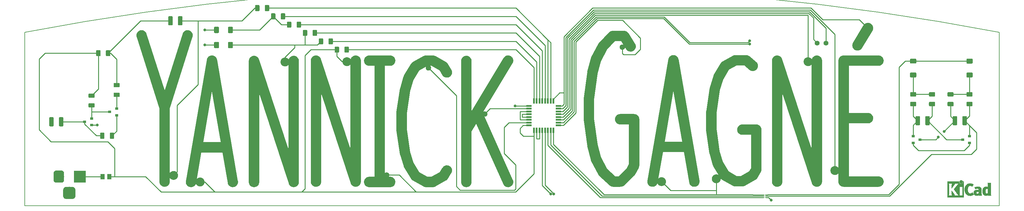
<source format=gbr>
%TF.GenerationSoftware,KiCad,Pcbnew,5.0.2-bee76a0~70~ubuntu18.04.1*%
%TF.CreationDate,2019-04-07T12:31:35-04:00*%
%TF.ProjectId,pcbnameplate,7063626e-616d-4657-906c-6174652e6b69,rev?*%
%TF.SameCoordinates,Original*%
%TF.FileFunction,Copper,L1,Top*%
%TF.FilePolarity,Positive*%
%FSLAX46Y46*%
G04 Gerber Fmt 4.6, Leading zero omitted, Abs format (unit mm)*
G04 Created by KiCad (PCBNEW 5.0.2-bee76a0~70~ubuntu18.04.1) date Sun 07 Apr 2019 12:31:35 PM EDT*
%MOMM*%
%LPD*%
G01*
G04 APERTURE LIST*
%ADD10C,0.200000*%
%ADD11C,0.010000*%
%ADD12R,0.900000X0.800000*%
%ADD13C,0.100000*%
%ADD14C,1.250000*%
%ADD15C,2.540000*%
%ADD16C,1.524000*%
%ADD17C,3.500000*%
%ADD18C,3.000000*%
%ADD19R,3.500000X3.500000*%
%ADD20R,0.550000X1.600000*%
%ADD21R,1.600000X0.550000*%
%ADD22R,1.200000X1.500000*%
%ADD23C,1.400000*%
%ADD24R,0.530000X0.280000*%
%ADD25C,0.800000*%
%ADD26C,0.250000*%
G04 APERTURE END LIST*
D10*
X36677600Y-138734800D02*
X36677600Y-88734800D01*
X316677600Y-138734800D02*
X316677600Y-88734800D01*
X36677600Y-88734800D02*
G75*
G02X316677600Y-88734800I140000000J-730000000D01*
G01*
X36677600Y-138734800D02*
X316677600Y-138734800D01*
D11*
G36*
X305752757Y-131392571D02*
X305849032Y-131416809D01*
X305935616Y-131459641D01*
X306010427Y-131519419D01*
X306071382Y-131594494D01*
X306116401Y-131683220D01*
X306142664Y-131779530D01*
X306148514Y-131876795D01*
X306133660Y-131970654D01*
X306099960Y-132058511D01*
X306049272Y-132137770D01*
X305983455Y-132205836D01*
X305904366Y-132260112D01*
X305813866Y-132298002D01*
X305762600Y-132310426D01*
X305718102Y-132317947D01*
X305683801Y-132320919D01*
X305650840Y-132319094D01*
X305610366Y-132312225D01*
X305577269Y-132305250D01*
X305483853Y-132273741D01*
X305400181Y-132222617D01*
X305328135Y-132153429D01*
X305269600Y-132067728D01*
X305255652Y-132040489D01*
X305239214Y-132004122D01*
X305228906Y-131973582D01*
X305223340Y-131941450D01*
X305221131Y-131900307D01*
X305220852Y-131854222D01*
X305224939Y-131769865D01*
X305238354Y-131700586D01*
X305263544Y-131639961D01*
X305302954Y-131581567D01*
X305341502Y-131537302D01*
X305413394Y-131471484D01*
X305488487Y-131426053D01*
X305571238Y-131398850D01*
X305648872Y-131388576D01*
X305752757Y-131392571D01*
X305752757Y-131392571D01*
G37*
X305752757Y-131392571D02*
X305849032Y-131416809D01*
X305935616Y-131459641D01*
X306010427Y-131519419D01*
X306071382Y-131594494D01*
X306116401Y-131683220D01*
X306142664Y-131779530D01*
X306148514Y-131876795D01*
X306133660Y-131970654D01*
X306099960Y-132058511D01*
X306049272Y-132137770D01*
X305983455Y-132205836D01*
X305904366Y-132260112D01*
X305813866Y-132298002D01*
X305762600Y-132310426D01*
X305718102Y-132317947D01*
X305683801Y-132320919D01*
X305650840Y-132319094D01*
X305610366Y-132312225D01*
X305577269Y-132305250D01*
X305483853Y-132273741D01*
X305400181Y-132222617D01*
X305328135Y-132153429D01*
X305269600Y-132067728D01*
X305255652Y-132040489D01*
X305239214Y-132004122D01*
X305228906Y-131973582D01*
X305223340Y-131941450D01*
X305221131Y-131900307D01*
X305220852Y-131854222D01*
X305224939Y-131769865D01*
X305238354Y-131700586D01*
X305263544Y-131639961D01*
X305302954Y-131581567D01*
X305341502Y-131537302D01*
X305413394Y-131471484D01*
X305488487Y-131426053D01*
X305571238Y-131398850D01*
X305648872Y-131388576D01*
X305752757Y-131392571D01*
G36*
X314212307Y-133838245D02*
X314212326Y-134072662D01*
X314212352Y-134285603D01*
X314212425Y-134478168D01*
X314212582Y-134651459D01*
X314212864Y-134806576D01*
X314213309Y-134944620D01*
X314213956Y-135066692D01*
X314214845Y-135173894D01*
X314216013Y-135267326D01*
X314217501Y-135348090D01*
X314219346Y-135417286D01*
X314221589Y-135476015D01*
X314224269Y-135525379D01*
X314227423Y-135566478D01*
X314231092Y-135600413D01*
X314235313Y-135628286D01*
X314240127Y-135651198D01*
X314245573Y-135670249D01*
X314251688Y-135686540D01*
X314258512Y-135701173D01*
X314266085Y-135715249D01*
X314274445Y-135729868D01*
X314279639Y-135738974D01*
X314313904Y-135799689D01*
X313455755Y-135799689D01*
X313455755Y-135703733D01*
X313455024Y-135660370D01*
X313453072Y-135627205D01*
X313450263Y-135609424D01*
X313449021Y-135607778D01*
X313437599Y-135614662D01*
X313414884Y-135632505D01*
X313392185Y-135651879D01*
X313337600Y-135692614D01*
X313268121Y-135733617D01*
X313191070Y-135771123D01*
X313113765Y-135801364D01*
X313082913Y-135811012D01*
X313014416Y-135825578D01*
X312931564Y-135835539D01*
X312842171Y-135840583D01*
X312754048Y-135840396D01*
X312675007Y-135834666D01*
X312637311Y-135828858D01*
X312499214Y-135790797D01*
X312371913Y-135733073D01*
X312256092Y-135656211D01*
X312152437Y-135560739D01*
X312061633Y-135447179D01*
X311994831Y-135336381D01*
X311939964Y-135219625D01*
X311897963Y-135100276D01*
X311867967Y-134974283D01*
X311849111Y-134837594D01*
X311840532Y-134686158D01*
X311839806Y-134608711D01*
X311841900Y-134551934D01*
X312671017Y-134551934D01*
X312671224Y-134645002D01*
X312674137Y-134732692D01*
X312679800Y-134809772D01*
X312688255Y-134871009D01*
X312690838Y-134883350D01*
X312722640Y-134990633D01*
X312764298Y-135077658D01*
X312816163Y-135144642D01*
X312878581Y-135191805D01*
X312951900Y-135219365D01*
X313036469Y-135227541D01*
X313132635Y-135216551D01*
X313196111Y-135200829D01*
X313245254Y-135182639D01*
X313299383Y-135156791D01*
X313340044Y-135133089D01*
X313410600Y-135086721D01*
X313410600Y-133936530D01*
X313343192Y-133892962D01*
X313264667Y-133852040D01*
X313180481Y-133825389D01*
X313095357Y-133813465D01*
X313014016Y-133816722D01*
X312941180Y-133835615D01*
X312909226Y-133851184D01*
X312851301Y-133894181D01*
X312802344Y-133950953D01*
X312761190Y-134023575D01*
X312726674Y-134114121D01*
X312697633Y-134224666D01*
X312696352Y-134230533D01*
X312686181Y-134292788D01*
X312678539Y-134370594D01*
X312673470Y-134458720D01*
X312671017Y-134551934D01*
X311841900Y-134551934D01*
X311847657Y-134395895D01*
X311869602Y-134200059D01*
X311905586Y-134021332D01*
X311955559Y-133859845D01*
X312019468Y-133715726D01*
X312097262Y-133589106D01*
X312188889Y-133480115D01*
X312294297Y-133388883D01*
X312339462Y-133357932D01*
X312440411Y-133301785D01*
X312543701Y-133262174D01*
X312653789Y-133238014D01*
X312775130Y-133228219D01*
X312867636Y-133229265D01*
X312997290Y-133240231D01*
X313109884Y-133262046D01*
X313208675Y-133295714D01*
X313296921Y-133342236D01*
X313345786Y-133376448D01*
X313375153Y-133398362D01*
X313396843Y-133413333D01*
X313405053Y-133417733D01*
X313406668Y-133406904D01*
X313407959Y-133376251D01*
X313408938Y-133328526D01*
X313409617Y-133266479D01*
X313410010Y-133192862D01*
X313410130Y-133110427D01*
X313409988Y-133021925D01*
X313409597Y-132930107D01*
X313408971Y-132837724D01*
X313408120Y-132747528D01*
X313407060Y-132662271D01*
X313405801Y-132584703D01*
X313404356Y-132517576D01*
X313402738Y-132463641D01*
X313400961Y-132425650D01*
X313400469Y-132418667D01*
X313392892Y-132348251D01*
X313381331Y-132293102D01*
X313363592Y-132245981D01*
X313337482Y-132199647D01*
X313331215Y-132190067D01*
X313306783Y-132153378D01*
X314212111Y-132153378D01*
X314212307Y-133838245D01*
X314212307Y-133838245D01*
G37*
X314212307Y-133838245D02*
X314212326Y-134072662D01*
X314212352Y-134285603D01*
X314212425Y-134478168D01*
X314212582Y-134651459D01*
X314212864Y-134806576D01*
X314213309Y-134944620D01*
X314213956Y-135066692D01*
X314214845Y-135173894D01*
X314216013Y-135267326D01*
X314217501Y-135348090D01*
X314219346Y-135417286D01*
X314221589Y-135476015D01*
X314224269Y-135525379D01*
X314227423Y-135566478D01*
X314231092Y-135600413D01*
X314235313Y-135628286D01*
X314240127Y-135651198D01*
X314245573Y-135670249D01*
X314251688Y-135686540D01*
X314258512Y-135701173D01*
X314266085Y-135715249D01*
X314274445Y-135729868D01*
X314279639Y-135738974D01*
X314313904Y-135799689D01*
X313455755Y-135799689D01*
X313455755Y-135703733D01*
X313455024Y-135660370D01*
X313453072Y-135627205D01*
X313450263Y-135609424D01*
X313449021Y-135607778D01*
X313437599Y-135614662D01*
X313414884Y-135632505D01*
X313392185Y-135651879D01*
X313337600Y-135692614D01*
X313268121Y-135733617D01*
X313191070Y-135771123D01*
X313113765Y-135801364D01*
X313082913Y-135811012D01*
X313014416Y-135825578D01*
X312931564Y-135835539D01*
X312842171Y-135840583D01*
X312754048Y-135840396D01*
X312675007Y-135834666D01*
X312637311Y-135828858D01*
X312499214Y-135790797D01*
X312371913Y-135733073D01*
X312256092Y-135656211D01*
X312152437Y-135560739D01*
X312061633Y-135447179D01*
X311994831Y-135336381D01*
X311939964Y-135219625D01*
X311897963Y-135100276D01*
X311867967Y-134974283D01*
X311849111Y-134837594D01*
X311840532Y-134686158D01*
X311839806Y-134608711D01*
X311841900Y-134551934D01*
X312671017Y-134551934D01*
X312671224Y-134645002D01*
X312674137Y-134732692D01*
X312679800Y-134809772D01*
X312688255Y-134871009D01*
X312690838Y-134883350D01*
X312722640Y-134990633D01*
X312764298Y-135077658D01*
X312816163Y-135144642D01*
X312878581Y-135191805D01*
X312951900Y-135219365D01*
X313036469Y-135227541D01*
X313132635Y-135216551D01*
X313196111Y-135200829D01*
X313245254Y-135182639D01*
X313299383Y-135156791D01*
X313340044Y-135133089D01*
X313410600Y-135086721D01*
X313410600Y-133936530D01*
X313343192Y-133892962D01*
X313264667Y-133852040D01*
X313180481Y-133825389D01*
X313095357Y-133813465D01*
X313014016Y-133816722D01*
X312941180Y-133835615D01*
X312909226Y-133851184D01*
X312851301Y-133894181D01*
X312802344Y-133950953D01*
X312761190Y-134023575D01*
X312726674Y-134114121D01*
X312697633Y-134224666D01*
X312696352Y-134230533D01*
X312686181Y-134292788D01*
X312678539Y-134370594D01*
X312673470Y-134458720D01*
X312671017Y-134551934D01*
X311841900Y-134551934D01*
X311847657Y-134395895D01*
X311869602Y-134200059D01*
X311905586Y-134021332D01*
X311955559Y-133859845D01*
X312019468Y-133715726D01*
X312097262Y-133589106D01*
X312188889Y-133480115D01*
X312294297Y-133388883D01*
X312339462Y-133357932D01*
X312440411Y-133301785D01*
X312543701Y-133262174D01*
X312653789Y-133238014D01*
X312775130Y-133228219D01*
X312867636Y-133229265D01*
X312997290Y-133240231D01*
X313109884Y-133262046D01*
X313208675Y-133295714D01*
X313296921Y-133342236D01*
X313345786Y-133376448D01*
X313375153Y-133398362D01*
X313396843Y-133413333D01*
X313405053Y-133417733D01*
X313406668Y-133406904D01*
X313407959Y-133376251D01*
X313408938Y-133328526D01*
X313409617Y-133266479D01*
X313410010Y-133192862D01*
X313410130Y-133110427D01*
X313409988Y-133021925D01*
X313409597Y-132930107D01*
X313408971Y-132837724D01*
X313408120Y-132747528D01*
X313407060Y-132662271D01*
X313405801Y-132584703D01*
X313404356Y-132517576D01*
X313402738Y-132463641D01*
X313400961Y-132425650D01*
X313400469Y-132418667D01*
X313392892Y-132348251D01*
X313381331Y-132293102D01*
X313363592Y-132245981D01*
X313337482Y-132199647D01*
X313331215Y-132190067D01*
X313306783Y-132153378D01*
X314212111Y-132153378D01*
X314212307Y-133838245D01*
G36*
X310699374Y-133232552D02*
X310851292Y-133252567D01*
X310986556Y-133286202D01*
X311106039Y-133333725D01*
X311210615Y-133395405D01*
X311288224Y-133458965D01*
X311357065Y-133533099D01*
X311410806Y-133612871D01*
X311453710Y-133705091D01*
X311469184Y-133748161D01*
X311482044Y-133787142D01*
X311493246Y-133823289D01*
X311502920Y-133858434D01*
X311511196Y-133894410D01*
X311518203Y-133933050D01*
X311524072Y-133976185D01*
X311528931Y-134025649D01*
X311532910Y-134083273D01*
X311536140Y-134150891D01*
X311538749Y-134230334D01*
X311540867Y-134323436D01*
X311542624Y-134432027D01*
X311544149Y-134557942D01*
X311545572Y-134703012D01*
X311546825Y-134845778D01*
X311548151Y-135001968D01*
X311549356Y-135137239D01*
X311550566Y-135253246D01*
X311551906Y-135351645D01*
X311553500Y-135434093D01*
X311555475Y-135502246D01*
X311557956Y-135557760D01*
X311561069Y-135602292D01*
X311564938Y-135637498D01*
X311569689Y-135665034D01*
X311575448Y-135686556D01*
X311582339Y-135703722D01*
X311590489Y-135718186D01*
X311600023Y-135731606D01*
X311611066Y-135745638D01*
X311615366Y-135751071D01*
X311631186Y-135773910D01*
X311638222Y-135789463D01*
X311638244Y-135789922D01*
X311627367Y-135792121D01*
X311596382Y-135794147D01*
X311547757Y-135795942D01*
X311483963Y-135797451D01*
X311407469Y-135798616D01*
X311320744Y-135799380D01*
X311226257Y-135799686D01*
X311215350Y-135799689D01*
X310792457Y-135799689D01*
X310789195Y-135703622D01*
X310785933Y-135607556D01*
X310723844Y-135658543D01*
X310626514Y-135726057D01*
X310516613Y-135780749D01*
X310430149Y-135810978D01*
X310361078Y-135825666D01*
X310277725Y-135835659D01*
X310187959Y-135840646D01*
X310099645Y-135840313D01*
X310020651Y-135834351D01*
X309984422Y-135828638D01*
X309844403Y-135790776D01*
X309717978Y-135735932D01*
X309606060Y-135664924D01*
X309509562Y-135578568D01*
X309429400Y-135477679D01*
X309366487Y-135363076D01*
X309322112Y-135236984D01*
X309309778Y-135180401D01*
X309302168Y-135118202D01*
X309298539Y-135043363D01*
X309298045Y-135009467D01*
X309298110Y-135006282D01*
X310058048Y-135006282D01*
X310067341Y-135081333D01*
X310095528Y-135145160D01*
X310143997Y-135200798D01*
X310149054Y-135205211D01*
X310197348Y-135240037D01*
X310249057Y-135262620D01*
X310309789Y-135274540D01*
X310385152Y-135277383D01*
X310403259Y-135276978D01*
X310457078Y-135274325D01*
X310497108Y-135268909D01*
X310532124Y-135258745D01*
X310570903Y-135241850D01*
X310581545Y-135236672D01*
X310642196Y-135200844D01*
X310689015Y-135158212D01*
X310701752Y-135142973D01*
X310746422Y-135086462D01*
X310746422Y-134890586D01*
X310745886Y-134811939D01*
X310744196Y-134753988D01*
X310741228Y-134714875D01*
X310736857Y-134692741D01*
X310732772Y-134686274D01*
X310716847Y-134683111D01*
X310683064Y-134680488D01*
X310636140Y-134678655D01*
X310580793Y-134677857D01*
X310571906Y-134677842D01*
X310451130Y-134683096D01*
X310348460Y-134699263D01*
X310261906Y-134726961D01*
X310189481Y-134766808D01*
X310134551Y-134813758D01*
X310090004Y-134871645D01*
X310065280Y-134934693D01*
X310058048Y-135006282D01*
X309298110Y-135006282D01*
X309299978Y-134915712D01*
X309308322Y-134836812D01*
X309324568Y-134765590D01*
X309350205Y-134694864D01*
X309374201Y-134642493D01*
X309432820Y-134547196D01*
X309510917Y-134459170D01*
X309606115Y-134380017D01*
X309716038Y-134311340D01*
X309838310Y-134254741D01*
X309970555Y-134211821D01*
X310035222Y-134196882D01*
X310171404Y-134174777D01*
X310319849Y-134160194D01*
X310471305Y-134153813D01*
X310597864Y-134155445D01*
X310759750Y-134162224D01*
X310752330Y-134103245D01*
X310733038Y-134004092D01*
X310701904Y-133923372D01*
X310658069Y-133860466D01*
X310600671Y-133814756D01*
X310528848Y-133785622D01*
X310441741Y-133772447D01*
X310338486Y-133774611D01*
X310300511Y-133778612D01*
X310159320Y-133803780D01*
X310022507Y-133844814D01*
X309927978Y-133882815D01*
X309882818Y-133902190D01*
X309844385Y-133917760D01*
X309818034Y-133927405D01*
X309810346Y-133929452D01*
X309800602Y-133920374D01*
X309783883Y-133891405D01*
X309760032Y-133842217D01*
X309728893Y-133772484D01*
X309690307Y-133681879D01*
X309683710Y-133666089D01*
X309653653Y-133593772D01*
X309626674Y-133528425D01*
X309603936Y-133472906D01*
X309586606Y-133430072D01*
X309575848Y-133402781D01*
X309572741Y-133393942D01*
X309582740Y-133389187D01*
X309609017Y-133383910D01*
X309637289Y-133380231D01*
X309667446Y-133375474D01*
X309715233Y-133366028D01*
X309776412Y-133352820D01*
X309846746Y-133336776D01*
X309921994Y-133318820D01*
X309950555Y-133311797D01*
X310055616Y-133286209D01*
X310143280Y-133266147D01*
X310217868Y-133250969D01*
X310283703Y-133240035D01*
X310345107Y-133232704D01*
X310406402Y-133228335D01*
X310471910Y-133226287D01*
X310529928Y-133225889D01*
X310699374Y-133232552D01*
X310699374Y-133232552D01*
G37*
X310699374Y-133232552D02*
X310851292Y-133252567D01*
X310986556Y-133286202D01*
X311106039Y-133333725D01*
X311210615Y-133395405D01*
X311288224Y-133458965D01*
X311357065Y-133533099D01*
X311410806Y-133612871D01*
X311453710Y-133705091D01*
X311469184Y-133748161D01*
X311482044Y-133787142D01*
X311493246Y-133823289D01*
X311502920Y-133858434D01*
X311511196Y-133894410D01*
X311518203Y-133933050D01*
X311524072Y-133976185D01*
X311528931Y-134025649D01*
X311532910Y-134083273D01*
X311536140Y-134150891D01*
X311538749Y-134230334D01*
X311540867Y-134323436D01*
X311542624Y-134432027D01*
X311544149Y-134557942D01*
X311545572Y-134703012D01*
X311546825Y-134845778D01*
X311548151Y-135001968D01*
X311549356Y-135137239D01*
X311550566Y-135253246D01*
X311551906Y-135351645D01*
X311553500Y-135434093D01*
X311555475Y-135502246D01*
X311557956Y-135557760D01*
X311561069Y-135602292D01*
X311564938Y-135637498D01*
X311569689Y-135665034D01*
X311575448Y-135686556D01*
X311582339Y-135703722D01*
X311590489Y-135718186D01*
X311600023Y-135731606D01*
X311611066Y-135745638D01*
X311615366Y-135751071D01*
X311631186Y-135773910D01*
X311638222Y-135789463D01*
X311638244Y-135789922D01*
X311627367Y-135792121D01*
X311596382Y-135794147D01*
X311547757Y-135795942D01*
X311483963Y-135797451D01*
X311407469Y-135798616D01*
X311320744Y-135799380D01*
X311226257Y-135799686D01*
X311215350Y-135799689D01*
X310792457Y-135799689D01*
X310789195Y-135703622D01*
X310785933Y-135607556D01*
X310723844Y-135658543D01*
X310626514Y-135726057D01*
X310516613Y-135780749D01*
X310430149Y-135810978D01*
X310361078Y-135825666D01*
X310277725Y-135835659D01*
X310187959Y-135840646D01*
X310099645Y-135840313D01*
X310020651Y-135834351D01*
X309984422Y-135828638D01*
X309844403Y-135790776D01*
X309717978Y-135735932D01*
X309606060Y-135664924D01*
X309509562Y-135578568D01*
X309429400Y-135477679D01*
X309366487Y-135363076D01*
X309322112Y-135236984D01*
X309309778Y-135180401D01*
X309302168Y-135118202D01*
X309298539Y-135043363D01*
X309298045Y-135009467D01*
X309298110Y-135006282D01*
X310058048Y-135006282D01*
X310067341Y-135081333D01*
X310095528Y-135145160D01*
X310143997Y-135200798D01*
X310149054Y-135205211D01*
X310197348Y-135240037D01*
X310249057Y-135262620D01*
X310309789Y-135274540D01*
X310385152Y-135277383D01*
X310403259Y-135276978D01*
X310457078Y-135274325D01*
X310497108Y-135268909D01*
X310532124Y-135258745D01*
X310570903Y-135241850D01*
X310581545Y-135236672D01*
X310642196Y-135200844D01*
X310689015Y-135158212D01*
X310701752Y-135142973D01*
X310746422Y-135086462D01*
X310746422Y-134890586D01*
X310745886Y-134811939D01*
X310744196Y-134753988D01*
X310741228Y-134714875D01*
X310736857Y-134692741D01*
X310732772Y-134686274D01*
X310716847Y-134683111D01*
X310683064Y-134680488D01*
X310636140Y-134678655D01*
X310580793Y-134677857D01*
X310571906Y-134677842D01*
X310451130Y-134683096D01*
X310348460Y-134699263D01*
X310261906Y-134726961D01*
X310189481Y-134766808D01*
X310134551Y-134813758D01*
X310090004Y-134871645D01*
X310065280Y-134934693D01*
X310058048Y-135006282D01*
X309298110Y-135006282D01*
X309299978Y-134915712D01*
X309308322Y-134836812D01*
X309324568Y-134765590D01*
X309350205Y-134694864D01*
X309374201Y-134642493D01*
X309432820Y-134547196D01*
X309510917Y-134459170D01*
X309606115Y-134380017D01*
X309716038Y-134311340D01*
X309838310Y-134254741D01*
X309970555Y-134211821D01*
X310035222Y-134196882D01*
X310171404Y-134174777D01*
X310319849Y-134160194D01*
X310471305Y-134153813D01*
X310597864Y-134155445D01*
X310759750Y-134162224D01*
X310752330Y-134103245D01*
X310733038Y-134004092D01*
X310701904Y-133923372D01*
X310658069Y-133860466D01*
X310600671Y-133814756D01*
X310528848Y-133785622D01*
X310441741Y-133772447D01*
X310338486Y-133774611D01*
X310300511Y-133778612D01*
X310159320Y-133803780D01*
X310022507Y-133844814D01*
X309927978Y-133882815D01*
X309882818Y-133902190D01*
X309844385Y-133917760D01*
X309818034Y-133927405D01*
X309810346Y-133929452D01*
X309800602Y-133920374D01*
X309783883Y-133891405D01*
X309760032Y-133842217D01*
X309728893Y-133772484D01*
X309690307Y-133681879D01*
X309683710Y-133666089D01*
X309653653Y-133593772D01*
X309626674Y-133528425D01*
X309603936Y-133472906D01*
X309586606Y-133430072D01*
X309575848Y-133402781D01*
X309572741Y-133393942D01*
X309582740Y-133389187D01*
X309609017Y-133383910D01*
X309637289Y-133380231D01*
X309667446Y-133375474D01*
X309715233Y-133366028D01*
X309776412Y-133352820D01*
X309846746Y-133336776D01*
X309921994Y-133318820D01*
X309950555Y-133311797D01*
X310055616Y-133286209D01*
X310143280Y-133266147D01*
X310217868Y-133250969D01*
X310283703Y-133240035D01*
X310345107Y-133232704D01*
X310406402Y-133228335D01*
X310471910Y-133226287D01*
X310529928Y-133225889D01*
X310699374Y-133232552D01*
G36*
X308354229Y-132315071D02*
X308514370Y-132336245D01*
X308678310Y-132376385D01*
X308848113Y-132435889D01*
X309025843Y-132515154D01*
X309037110Y-132520699D01*
X309094805Y-132548725D01*
X309146352Y-132572802D01*
X309187991Y-132591249D01*
X309215962Y-132602386D01*
X309225533Y-132604933D01*
X309244750Y-132609941D01*
X309249361Y-132614147D01*
X309244258Y-132624580D01*
X309228218Y-132650868D01*
X309203088Y-132690257D01*
X309170714Y-132739991D01*
X309132943Y-132797315D01*
X309091622Y-132859476D01*
X309048598Y-132923718D01*
X309005717Y-132987285D01*
X308964826Y-133047425D01*
X308927771Y-133101380D01*
X308896400Y-133146397D01*
X308872559Y-133179721D01*
X308858094Y-133198597D01*
X308856109Y-133200787D01*
X308845991Y-133196138D01*
X308823650Y-133178962D01*
X308793080Y-133152440D01*
X308777336Y-133137964D01*
X308680847Y-133062682D01*
X308574136Y-133007241D01*
X308458632Y-132972141D01*
X308335762Y-132957880D01*
X308266361Y-132959051D01*
X308145223Y-132976212D01*
X308036005Y-133012094D01*
X307938382Y-133066959D01*
X307852028Y-133141070D01*
X307776615Y-133234688D01*
X307711818Y-133348076D01*
X307674401Y-133434667D01*
X307630548Y-133570366D01*
X307598228Y-133717850D01*
X307577357Y-133873314D01*
X307567851Y-134032956D01*
X307569627Y-134192973D01*
X307582603Y-134349561D01*
X307606694Y-134498918D01*
X307641818Y-134637240D01*
X307687892Y-134760724D01*
X307704173Y-134794978D01*
X307772420Y-134909064D01*
X307852879Y-135005557D01*
X307944370Y-135083670D01*
X308045711Y-135142617D01*
X308155720Y-135181612D01*
X308273215Y-135199868D01*
X308314683Y-135201211D01*
X308436241Y-135190290D01*
X308556678Y-135157474D01*
X308674466Y-135103439D01*
X308788077Y-135028865D01*
X308879485Y-134950539D01*
X308926015Y-134906008D01*
X309107283Y-135203271D01*
X309152380Y-135277433D01*
X309193619Y-135345646D01*
X309229535Y-135405459D01*
X309258666Y-135454420D01*
X309279550Y-135490079D01*
X309290724Y-135509984D01*
X309292175Y-135513079D01*
X309283946Y-135522718D01*
X309258367Y-135539999D01*
X309218673Y-135563283D01*
X309168097Y-135590934D01*
X309109874Y-135621315D01*
X309047237Y-135652790D01*
X308983421Y-135683722D01*
X308921660Y-135712473D01*
X308865188Y-135737408D01*
X308817238Y-135756889D01*
X308793786Y-135765318D01*
X308660021Y-135803133D01*
X308522127Y-135828136D01*
X308374422Y-135841140D01*
X308247633Y-135843468D01*
X308179678Y-135842373D01*
X308114077Y-135840275D01*
X308056647Y-135837434D01*
X308013203Y-135834106D01*
X307999098Y-135832422D01*
X307860084Y-135803587D01*
X307718557Y-135758468D01*
X307581075Y-135699750D01*
X307454194Y-135630120D01*
X307376689Y-135577441D01*
X307249281Y-135469239D01*
X307130978Y-135342671D01*
X307023972Y-135200866D01*
X306930452Y-135046951D01*
X306852610Y-134884053D01*
X306808756Y-134766756D01*
X306758508Y-134583128D01*
X306725009Y-134388581D01*
X306708249Y-134187325D01*
X306708216Y-133983568D01*
X306724901Y-133781521D01*
X306758293Y-133585392D01*
X306808380Y-133399391D01*
X306812197Y-133387803D01*
X306875081Y-133225750D01*
X306951828Y-133077832D01*
X307045042Y-132939865D01*
X307157327Y-132807661D01*
X307201192Y-132762399D01*
X307337334Y-132638457D01*
X307477291Y-132535915D01*
X307623211Y-132453656D01*
X307777242Y-132390564D01*
X307941532Y-132345523D01*
X308037089Y-132328033D01*
X308195823Y-132312466D01*
X308354229Y-132315071D01*
X308354229Y-132315071D01*
G37*
X308354229Y-132315071D02*
X308514370Y-132336245D01*
X308678310Y-132376385D01*
X308848113Y-132435889D01*
X309025843Y-132515154D01*
X309037110Y-132520699D01*
X309094805Y-132548725D01*
X309146352Y-132572802D01*
X309187991Y-132591249D01*
X309215962Y-132602386D01*
X309225533Y-132604933D01*
X309244750Y-132609941D01*
X309249361Y-132614147D01*
X309244258Y-132624580D01*
X309228218Y-132650868D01*
X309203088Y-132690257D01*
X309170714Y-132739991D01*
X309132943Y-132797315D01*
X309091622Y-132859476D01*
X309048598Y-132923718D01*
X309005717Y-132987285D01*
X308964826Y-133047425D01*
X308927771Y-133101380D01*
X308896400Y-133146397D01*
X308872559Y-133179721D01*
X308858094Y-133198597D01*
X308856109Y-133200787D01*
X308845991Y-133196138D01*
X308823650Y-133178962D01*
X308793080Y-133152440D01*
X308777336Y-133137964D01*
X308680847Y-133062682D01*
X308574136Y-133007241D01*
X308458632Y-132972141D01*
X308335762Y-132957880D01*
X308266361Y-132959051D01*
X308145223Y-132976212D01*
X308036005Y-133012094D01*
X307938382Y-133066959D01*
X307852028Y-133141070D01*
X307776615Y-133234688D01*
X307711818Y-133348076D01*
X307674401Y-133434667D01*
X307630548Y-133570366D01*
X307598228Y-133717850D01*
X307577357Y-133873314D01*
X307567851Y-134032956D01*
X307569627Y-134192973D01*
X307582603Y-134349561D01*
X307606694Y-134498918D01*
X307641818Y-134637240D01*
X307687892Y-134760724D01*
X307704173Y-134794978D01*
X307772420Y-134909064D01*
X307852879Y-135005557D01*
X307944370Y-135083670D01*
X308045711Y-135142617D01*
X308155720Y-135181612D01*
X308273215Y-135199868D01*
X308314683Y-135201211D01*
X308436241Y-135190290D01*
X308556678Y-135157474D01*
X308674466Y-135103439D01*
X308788077Y-135028865D01*
X308879485Y-134950539D01*
X308926015Y-134906008D01*
X309107283Y-135203271D01*
X309152380Y-135277433D01*
X309193619Y-135345646D01*
X309229535Y-135405459D01*
X309258666Y-135454420D01*
X309279550Y-135490079D01*
X309290724Y-135509984D01*
X309292175Y-135513079D01*
X309283946Y-135522718D01*
X309258367Y-135539999D01*
X309218673Y-135563283D01*
X309168097Y-135590934D01*
X309109874Y-135621315D01*
X309047237Y-135652790D01*
X308983421Y-135683722D01*
X308921660Y-135712473D01*
X308865188Y-135737408D01*
X308817238Y-135756889D01*
X308793786Y-135765318D01*
X308660021Y-135803133D01*
X308522127Y-135828136D01*
X308374422Y-135841140D01*
X308247633Y-135843468D01*
X308179678Y-135842373D01*
X308114077Y-135840275D01*
X308056647Y-135837434D01*
X308013203Y-135834106D01*
X307999098Y-135832422D01*
X307860084Y-135803587D01*
X307718557Y-135758468D01*
X307581075Y-135699750D01*
X307454194Y-135630120D01*
X307376689Y-135577441D01*
X307249281Y-135469239D01*
X307130978Y-135342671D01*
X307023972Y-135200866D01*
X306930452Y-135046951D01*
X306852610Y-134884053D01*
X306808756Y-134766756D01*
X306758508Y-134583128D01*
X306725009Y-134388581D01*
X306708249Y-134187325D01*
X306708216Y-133983568D01*
X306724901Y-133781521D01*
X306758293Y-133585392D01*
X306808380Y-133399391D01*
X306812197Y-133387803D01*
X306875081Y-133225750D01*
X306951828Y-133077832D01*
X307045042Y-132939865D01*
X307157327Y-132807661D01*
X307201192Y-132762399D01*
X307337334Y-132638457D01*
X307477291Y-132535915D01*
X307623211Y-132453656D01*
X307777242Y-132390564D01*
X307941532Y-132345523D01*
X308037089Y-132328033D01*
X308195823Y-132312466D01*
X308354229Y-132315071D01*
G36*
X305079400Y-131855054D02*
X305090265Y-131968993D01*
X305121882Y-132076616D01*
X305172785Y-132175615D01*
X305241507Y-132263684D01*
X305326581Y-132338516D01*
X305423568Y-132396384D01*
X305529836Y-132436005D01*
X305636850Y-132454573D01*
X305742500Y-132453434D01*
X305844675Y-132433930D01*
X305941266Y-132397406D01*
X306030162Y-132345205D01*
X306109254Y-132278673D01*
X306176431Y-132199152D01*
X306229583Y-132107987D01*
X306266601Y-132006523D01*
X306285373Y-131896102D01*
X306287311Y-131846206D01*
X306287311Y-131758267D01*
X306339240Y-131758267D01*
X306375547Y-131761111D01*
X306402445Y-131772911D01*
X306429551Y-131796649D01*
X306467933Y-131835031D01*
X306467933Y-134026602D01*
X306467924Y-134288739D01*
X306467892Y-134529241D01*
X306467828Y-134749048D01*
X306467724Y-134949101D01*
X306467573Y-135130344D01*
X306467366Y-135293716D01*
X306467094Y-135440160D01*
X306466750Y-135570617D01*
X306466326Y-135686029D01*
X306465813Y-135787338D01*
X306465203Y-135875484D01*
X306464488Y-135951410D01*
X306463660Y-136016057D01*
X306462711Y-136070367D01*
X306461633Y-136115280D01*
X306460417Y-136151740D01*
X306459055Y-136180687D01*
X306457539Y-136203063D01*
X306455862Y-136219809D01*
X306454014Y-136231868D01*
X306451987Y-136240180D01*
X306449775Y-136245687D01*
X306448692Y-136247537D01*
X306444529Y-136254549D01*
X306440995Y-136260996D01*
X306437165Y-136266900D01*
X306432118Y-136272286D01*
X306424929Y-136277178D01*
X306414677Y-136281598D01*
X306400436Y-136285572D01*
X306381286Y-136289121D01*
X306356301Y-136292270D01*
X306324560Y-136295042D01*
X306285138Y-136297461D01*
X306237114Y-136299551D01*
X306179563Y-136301335D01*
X306111563Y-136302837D01*
X306032190Y-136304080D01*
X305940521Y-136305089D01*
X305835634Y-136305885D01*
X305716604Y-136306494D01*
X305582510Y-136306939D01*
X305432427Y-136307243D01*
X305265433Y-136307430D01*
X305080604Y-136307524D01*
X304877017Y-136307548D01*
X304653750Y-136307525D01*
X304409878Y-136307480D01*
X304144479Y-136307437D01*
X304106096Y-136307432D01*
X303839118Y-136307389D01*
X303593798Y-136307318D01*
X303369217Y-136307213D01*
X303164455Y-136307066D01*
X302978594Y-136306869D01*
X302810712Y-136306616D01*
X302659892Y-136306300D01*
X302525213Y-136305913D01*
X302405756Y-136305447D01*
X302300601Y-136304897D01*
X302208829Y-136304253D01*
X302129521Y-136303511D01*
X302061757Y-136302661D01*
X302004618Y-136301697D01*
X301957183Y-136300611D01*
X301918534Y-136299397D01*
X301887751Y-136298047D01*
X301863915Y-136296555D01*
X301846106Y-136294911D01*
X301833405Y-136293111D01*
X301824892Y-136291145D01*
X301820534Y-136289477D01*
X301812072Y-136285906D01*
X301804303Y-136283270D01*
X301797198Y-136280634D01*
X301790727Y-136277062D01*
X301784861Y-136271621D01*
X301779571Y-136263375D01*
X301774826Y-136251390D01*
X301770598Y-136234731D01*
X301766857Y-136212463D01*
X301763573Y-136183652D01*
X301760717Y-136147363D01*
X301758260Y-136102661D01*
X301756171Y-136048611D01*
X301754422Y-135984279D01*
X301752983Y-135908730D01*
X301751824Y-135821030D01*
X301750917Y-135720243D01*
X301750231Y-135605434D01*
X301749737Y-135475670D01*
X301749405Y-135330015D01*
X301749207Y-135167535D01*
X301749113Y-134987295D01*
X301749092Y-134788360D01*
X301749115Y-134569796D01*
X301749154Y-134330668D01*
X301749178Y-134070040D01*
X301749178Y-134027889D01*
X301749164Y-133764992D01*
X301749139Y-133523732D01*
X301749129Y-133303165D01*
X301749158Y-133102352D01*
X301749252Y-132920349D01*
X301749438Y-132756216D01*
X301749741Y-132609011D01*
X301750186Y-132477792D01*
X301750766Y-132367867D01*
X302053603Y-132367867D01*
X302093393Y-132425711D01*
X302104564Y-132441479D01*
X302114634Y-132455441D01*
X302123662Y-132468784D01*
X302131703Y-132482693D01*
X302138814Y-132498356D01*
X302145053Y-132516958D01*
X302150475Y-132539686D01*
X302155138Y-132567727D01*
X302159099Y-132602267D01*
X302162415Y-132644492D01*
X302165141Y-132695589D01*
X302167336Y-132756744D01*
X302169055Y-132829144D01*
X302170356Y-132913975D01*
X302171295Y-133012422D01*
X302171930Y-133125674D01*
X302172316Y-133254916D01*
X302172512Y-133401334D01*
X302172573Y-133566116D01*
X302172557Y-133750447D01*
X302172520Y-133955513D01*
X302172511Y-134078133D01*
X302172535Y-134295082D01*
X302172569Y-134490642D01*
X302172557Y-134665999D01*
X302172442Y-134822341D01*
X302172170Y-134960857D01*
X302171682Y-135082734D01*
X302170924Y-135189160D01*
X302169838Y-135281322D01*
X302168369Y-135360409D01*
X302166460Y-135427608D01*
X302164056Y-135484107D01*
X302161099Y-135531093D01*
X302157534Y-135569755D01*
X302153305Y-135601280D01*
X302148354Y-135626855D01*
X302142627Y-135647670D01*
X302136067Y-135664911D01*
X302128617Y-135679765D01*
X302120221Y-135693422D01*
X302110824Y-135707069D01*
X302100368Y-135721893D01*
X302094277Y-135730783D01*
X302055504Y-135788400D01*
X302587068Y-135788400D01*
X302710317Y-135788365D01*
X302812813Y-135788215D01*
X302896380Y-135787878D01*
X302962844Y-135787286D01*
X303014029Y-135786367D01*
X303051759Y-135785051D01*
X303077860Y-135783269D01*
X303094156Y-135780951D01*
X303102472Y-135778026D01*
X303104632Y-135774424D01*
X303102461Y-135770075D01*
X303101265Y-135768645D01*
X303076115Y-135731573D01*
X303050217Y-135678772D01*
X303026608Y-135616770D01*
X303018339Y-135590357D01*
X303013722Y-135572416D01*
X303009821Y-135551355D01*
X303006552Y-135525089D01*
X303003834Y-135491532D01*
X303001585Y-135448599D01*
X302999723Y-135394204D01*
X302998164Y-135326262D01*
X302996828Y-135242688D01*
X302995631Y-135141395D01*
X302994492Y-135020300D01*
X302994115Y-134975600D01*
X302993098Y-134850449D01*
X302992340Y-134746082D01*
X302991897Y-134660707D01*
X302991830Y-134592533D01*
X302992195Y-134539765D01*
X302993052Y-134500614D01*
X302994459Y-134473285D01*
X302996475Y-134455986D01*
X302999157Y-134446926D01*
X303002564Y-134444312D01*
X303006756Y-134446351D01*
X303011229Y-134450667D01*
X303021584Y-134463602D01*
X303043642Y-134492676D01*
X303075843Y-134535759D01*
X303116626Y-134590718D01*
X303164430Y-134655423D01*
X303217695Y-134727742D01*
X303274860Y-134805544D01*
X303334363Y-134886698D01*
X303394645Y-134969072D01*
X303454145Y-135050536D01*
X303511302Y-135128957D01*
X303564555Y-135202204D01*
X303612343Y-135268147D01*
X303653107Y-135324654D01*
X303685284Y-135369593D01*
X303707315Y-135400834D01*
X303711883Y-135407466D01*
X303734804Y-135444369D01*
X303761612Y-135492359D01*
X303787011Y-135541897D01*
X303790232Y-135548577D01*
X303811910Y-135596772D01*
X303824496Y-135634334D01*
X303830226Y-135670160D01*
X303831344Y-135712200D01*
X303830710Y-135788400D01*
X304985149Y-135788400D01*
X304893985Y-135694669D01*
X304847188Y-135644775D01*
X304796901Y-135588295D01*
X304750856Y-135534026D01*
X304730431Y-135508673D01*
X304699993Y-135469128D01*
X304659938Y-135415916D01*
X304611439Y-135350667D01*
X304555665Y-135275011D01*
X304493789Y-135190577D01*
X304426981Y-135098994D01*
X304356413Y-135001892D01*
X304283255Y-134900901D01*
X304208679Y-134797650D01*
X304133856Y-134693768D01*
X304059957Y-134590885D01*
X303988154Y-134490631D01*
X303919616Y-134394636D01*
X303855516Y-134304527D01*
X303797025Y-134221936D01*
X303745314Y-134148492D01*
X303701553Y-134085824D01*
X303666915Y-134035561D01*
X303642570Y-133999334D01*
X303629689Y-133978771D01*
X303627931Y-133974668D01*
X303635890Y-133963342D01*
X303656685Y-133936162D01*
X303688953Y-133894829D01*
X303731330Y-133841044D01*
X303782453Y-133776506D01*
X303840959Y-133702918D01*
X303905486Y-133621978D01*
X303974669Y-133535388D01*
X304047147Y-133444848D01*
X304121554Y-133352060D01*
X304181283Y-133277702D01*
X305192289Y-133277702D01*
X305198198Y-133290659D01*
X305212528Y-133312908D01*
X305213575Y-133314391D01*
X305232362Y-133344544D01*
X305252009Y-133381375D01*
X305255908Y-133389511D01*
X305259444Y-133397940D01*
X305262570Y-133408059D01*
X305265314Y-133421260D01*
X305267708Y-133438938D01*
X305269781Y-133462484D01*
X305271565Y-133493293D01*
X305273088Y-133532757D01*
X305274381Y-133582269D01*
X305275474Y-133643223D01*
X305276397Y-133717011D01*
X305277181Y-133805028D01*
X305277855Y-133908665D01*
X305278450Y-134029316D01*
X305278995Y-134168374D01*
X305279521Y-134327232D01*
X305280055Y-134506089D01*
X305280594Y-134691207D01*
X305281028Y-134855145D01*
X305281291Y-134999303D01*
X305281316Y-135125079D01*
X305281035Y-135233871D01*
X305280381Y-135327077D01*
X305279286Y-135406097D01*
X305277682Y-135472328D01*
X305275503Y-135527170D01*
X305272681Y-135572021D01*
X305269149Y-135608278D01*
X305264839Y-135637341D01*
X305259683Y-135660609D01*
X305253615Y-135679479D01*
X305246567Y-135695351D01*
X305238471Y-135709622D01*
X305229260Y-135723691D01*
X305220760Y-135736158D01*
X305203624Y-135762452D01*
X305193478Y-135780037D01*
X305192289Y-135783257D01*
X305203196Y-135784334D01*
X305234389Y-135785335D01*
X305283577Y-135786235D01*
X305348467Y-135787010D01*
X305426770Y-135787637D01*
X305516193Y-135788091D01*
X305614444Y-135788349D01*
X305683355Y-135788400D01*
X305788348Y-135788180D01*
X305885190Y-135787548D01*
X305971693Y-135786549D01*
X306045668Y-135785227D01*
X306104926Y-135783626D01*
X306147280Y-135781791D01*
X306170540Y-135779765D01*
X306174422Y-135778493D01*
X306166724Y-135763591D01*
X306158726Y-135755560D01*
X306145554Y-135738434D01*
X306128315Y-135708183D01*
X306116393Y-135683622D01*
X306089755Y-135624711D01*
X306086680Y-134447845D01*
X306083605Y-133270978D01*
X305637947Y-133270978D01*
X305540130Y-133271142D01*
X305449736Y-133271611D01*
X305369170Y-133272347D01*
X305300838Y-133273316D01*
X305247144Y-133274480D01*
X305210495Y-133275803D01*
X305193296Y-133277249D01*
X305192289Y-133277702D01*
X304181283Y-133277702D01*
X304196530Y-133258722D01*
X304270710Y-133166537D01*
X304342731Y-133077204D01*
X304411231Y-132992424D01*
X304474845Y-132913898D01*
X304532212Y-132843326D01*
X304581967Y-132782409D01*
X304622748Y-132732847D01*
X304639912Y-132712178D01*
X304726204Y-132611516D01*
X304802803Y-132528259D01*
X304871617Y-132460438D01*
X304934552Y-132406089D01*
X304943933Y-132398722D01*
X304983444Y-132368117D01*
X303851684Y-132367867D01*
X303856973Y-132415844D01*
X303853670Y-132473188D01*
X303832139Y-132541463D01*
X303792165Y-132621212D01*
X303746857Y-132693495D01*
X303730639Y-132716140D01*
X303702586Y-132753696D01*
X303664370Y-132804021D01*
X303617663Y-132864973D01*
X303564139Y-132934411D01*
X303505469Y-133010194D01*
X303443325Y-133090180D01*
X303379379Y-133172228D01*
X303315305Y-133254196D01*
X303252773Y-133333943D01*
X303193457Y-133409327D01*
X303139029Y-133478207D01*
X303091161Y-133538442D01*
X303051525Y-133587889D01*
X303021794Y-133624408D01*
X303003639Y-133645858D01*
X303000580Y-133649156D01*
X302997721Y-133641149D01*
X302995507Y-133610855D01*
X302993943Y-133558556D01*
X302993033Y-133484531D01*
X302992780Y-133389063D01*
X302993187Y-133272434D01*
X302994096Y-133152445D01*
X302995418Y-133020333D01*
X302996943Y-132908594D01*
X302998919Y-132815025D01*
X303001594Y-132737419D01*
X303005218Y-132673574D01*
X303010039Y-132621283D01*
X303016306Y-132578344D01*
X303024268Y-132542551D01*
X303034173Y-132511700D01*
X303046269Y-132483586D01*
X303060807Y-132456005D01*
X303075489Y-132430966D01*
X303113486Y-132367867D01*
X302053603Y-132367867D01*
X301750766Y-132367867D01*
X301750799Y-132361617D01*
X301751605Y-132259544D01*
X301752630Y-132170633D01*
X301753900Y-132093941D01*
X301755440Y-132028527D01*
X301757276Y-131973449D01*
X301759433Y-131927765D01*
X301761937Y-131890534D01*
X301764813Y-131860813D01*
X301768087Y-131837662D01*
X301771785Y-131820139D01*
X301775931Y-131807301D01*
X301780553Y-131798208D01*
X301785674Y-131791918D01*
X301791322Y-131787488D01*
X301797521Y-131783978D01*
X301804296Y-131780445D01*
X301810292Y-131776876D01*
X301815525Y-131774300D01*
X301823701Y-131771972D01*
X301835914Y-131769878D01*
X301853259Y-131768007D01*
X301876831Y-131766347D01*
X301907723Y-131764884D01*
X301947032Y-131763608D01*
X301995850Y-131762504D01*
X302055273Y-131761561D01*
X302126396Y-131760767D01*
X302210312Y-131760109D01*
X302308117Y-131759575D01*
X302420906Y-131759153D01*
X302549771Y-131758829D01*
X302695809Y-131758592D01*
X302860114Y-131758430D01*
X303043780Y-131758330D01*
X303247903Y-131758280D01*
X303459047Y-131758267D01*
X305079400Y-131758267D01*
X305079400Y-131855054D01*
X305079400Y-131855054D01*
G37*
X305079400Y-131855054D02*
X305090265Y-131968993D01*
X305121882Y-132076616D01*
X305172785Y-132175615D01*
X305241507Y-132263684D01*
X305326581Y-132338516D01*
X305423568Y-132396384D01*
X305529836Y-132436005D01*
X305636850Y-132454573D01*
X305742500Y-132453434D01*
X305844675Y-132433930D01*
X305941266Y-132397406D01*
X306030162Y-132345205D01*
X306109254Y-132278673D01*
X306176431Y-132199152D01*
X306229583Y-132107987D01*
X306266601Y-132006523D01*
X306285373Y-131896102D01*
X306287311Y-131846206D01*
X306287311Y-131758267D01*
X306339240Y-131758267D01*
X306375547Y-131761111D01*
X306402445Y-131772911D01*
X306429551Y-131796649D01*
X306467933Y-131835031D01*
X306467933Y-134026602D01*
X306467924Y-134288739D01*
X306467892Y-134529241D01*
X306467828Y-134749048D01*
X306467724Y-134949101D01*
X306467573Y-135130344D01*
X306467366Y-135293716D01*
X306467094Y-135440160D01*
X306466750Y-135570617D01*
X306466326Y-135686029D01*
X306465813Y-135787338D01*
X306465203Y-135875484D01*
X306464488Y-135951410D01*
X306463660Y-136016057D01*
X306462711Y-136070367D01*
X306461633Y-136115280D01*
X306460417Y-136151740D01*
X306459055Y-136180687D01*
X306457539Y-136203063D01*
X306455862Y-136219809D01*
X306454014Y-136231868D01*
X306451987Y-136240180D01*
X306449775Y-136245687D01*
X306448692Y-136247537D01*
X306444529Y-136254549D01*
X306440995Y-136260996D01*
X306437165Y-136266900D01*
X306432118Y-136272286D01*
X306424929Y-136277178D01*
X306414677Y-136281598D01*
X306400436Y-136285572D01*
X306381286Y-136289121D01*
X306356301Y-136292270D01*
X306324560Y-136295042D01*
X306285138Y-136297461D01*
X306237114Y-136299551D01*
X306179563Y-136301335D01*
X306111563Y-136302837D01*
X306032190Y-136304080D01*
X305940521Y-136305089D01*
X305835634Y-136305885D01*
X305716604Y-136306494D01*
X305582510Y-136306939D01*
X305432427Y-136307243D01*
X305265433Y-136307430D01*
X305080604Y-136307524D01*
X304877017Y-136307548D01*
X304653750Y-136307525D01*
X304409878Y-136307480D01*
X304144479Y-136307437D01*
X304106096Y-136307432D01*
X303839118Y-136307389D01*
X303593798Y-136307318D01*
X303369217Y-136307213D01*
X303164455Y-136307066D01*
X302978594Y-136306869D01*
X302810712Y-136306616D01*
X302659892Y-136306300D01*
X302525213Y-136305913D01*
X302405756Y-136305447D01*
X302300601Y-136304897D01*
X302208829Y-136304253D01*
X302129521Y-136303511D01*
X302061757Y-136302661D01*
X302004618Y-136301697D01*
X301957183Y-136300611D01*
X301918534Y-136299397D01*
X301887751Y-136298047D01*
X301863915Y-136296555D01*
X301846106Y-136294911D01*
X301833405Y-136293111D01*
X301824892Y-136291145D01*
X301820534Y-136289477D01*
X301812072Y-136285906D01*
X301804303Y-136283270D01*
X301797198Y-136280634D01*
X301790727Y-136277062D01*
X301784861Y-136271621D01*
X301779571Y-136263375D01*
X301774826Y-136251390D01*
X301770598Y-136234731D01*
X301766857Y-136212463D01*
X301763573Y-136183652D01*
X301760717Y-136147363D01*
X301758260Y-136102661D01*
X301756171Y-136048611D01*
X301754422Y-135984279D01*
X301752983Y-135908730D01*
X301751824Y-135821030D01*
X301750917Y-135720243D01*
X301750231Y-135605434D01*
X301749737Y-135475670D01*
X301749405Y-135330015D01*
X301749207Y-135167535D01*
X301749113Y-134987295D01*
X301749092Y-134788360D01*
X301749115Y-134569796D01*
X301749154Y-134330668D01*
X301749178Y-134070040D01*
X301749178Y-134027889D01*
X301749164Y-133764992D01*
X301749139Y-133523732D01*
X301749129Y-133303165D01*
X301749158Y-133102352D01*
X301749252Y-132920349D01*
X301749438Y-132756216D01*
X301749741Y-132609011D01*
X301750186Y-132477792D01*
X301750766Y-132367867D01*
X302053603Y-132367867D01*
X302093393Y-132425711D01*
X302104564Y-132441479D01*
X302114634Y-132455441D01*
X302123662Y-132468784D01*
X302131703Y-132482693D01*
X302138814Y-132498356D01*
X302145053Y-132516958D01*
X302150475Y-132539686D01*
X302155138Y-132567727D01*
X302159099Y-132602267D01*
X302162415Y-132644492D01*
X302165141Y-132695589D01*
X302167336Y-132756744D01*
X302169055Y-132829144D01*
X302170356Y-132913975D01*
X302171295Y-133012422D01*
X302171930Y-133125674D01*
X302172316Y-133254916D01*
X302172512Y-133401334D01*
X302172573Y-133566116D01*
X302172557Y-133750447D01*
X302172520Y-133955513D01*
X302172511Y-134078133D01*
X302172535Y-134295082D01*
X302172569Y-134490642D01*
X302172557Y-134665999D01*
X302172442Y-134822341D01*
X302172170Y-134960857D01*
X302171682Y-135082734D01*
X302170924Y-135189160D01*
X302169838Y-135281322D01*
X302168369Y-135360409D01*
X302166460Y-135427608D01*
X302164056Y-135484107D01*
X302161099Y-135531093D01*
X302157534Y-135569755D01*
X302153305Y-135601280D01*
X302148354Y-135626855D01*
X302142627Y-135647670D01*
X302136067Y-135664911D01*
X302128617Y-135679765D01*
X302120221Y-135693422D01*
X302110824Y-135707069D01*
X302100368Y-135721893D01*
X302094277Y-135730783D01*
X302055504Y-135788400D01*
X302587068Y-135788400D01*
X302710317Y-135788365D01*
X302812813Y-135788215D01*
X302896380Y-135787878D01*
X302962844Y-135787286D01*
X303014029Y-135786367D01*
X303051759Y-135785051D01*
X303077860Y-135783269D01*
X303094156Y-135780951D01*
X303102472Y-135778026D01*
X303104632Y-135774424D01*
X303102461Y-135770075D01*
X303101265Y-135768645D01*
X303076115Y-135731573D01*
X303050217Y-135678772D01*
X303026608Y-135616770D01*
X303018339Y-135590357D01*
X303013722Y-135572416D01*
X303009821Y-135551355D01*
X303006552Y-135525089D01*
X303003834Y-135491532D01*
X303001585Y-135448599D01*
X302999723Y-135394204D01*
X302998164Y-135326262D01*
X302996828Y-135242688D01*
X302995631Y-135141395D01*
X302994492Y-135020300D01*
X302994115Y-134975600D01*
X302993098Y-134850449D01*
X302992340Y-134746082D01*
X302991897Y-134660707D01*
X302991830Y-134592533D01*
X302992195Y-134539765D01*
X302993052Y-134500614D01*
X302994459Y-134473285D01*
X302996475Y-134455986D01*
X302999157Y-134446926D01*
X303002564Y-134444312D01*
X303006756Y-134446351D01*
X303011229Y-134450667D01*
X303021584Y-134463602D01*
X303043642Y-134492676D01*
X303075843Y-134535759D01*
X303116626Y-134590718D01*
X303164430Y-134655423D01*
X303217695Y-134727742D01*
X303274860Y-134805544D01*
X303334363Y-134886698D01*
X303394645Y-134969072D01*
X303454145Y-135050536D01*
X303511302Y-135128957D01*
X303564555Y-135202204D01*
X303612343Y-135268147D01*
X303653107Y-135324654D01*
X303685284Y-135369593D01*
X303707315Y-135400834D01*
X303711883Y-135407466D01*
X303734804Y-135444369D01*
X303761612Y-135492359D01*
X303787011Y-135541897D01*
X303790232Y-135548577D01*
X303811910Y-135596772D01*
X303824496Y-135634334D01*
X303830226Y-135670160D01*
X303831344Y-135712200D01*
X303830710Y-135788400D01*
X304985149Y-135788400D01*
X304893985Y-135694669D01*
X304847188Y-135644775D01*
X304796901Y-135588295D01*
X304750856Y-135534026D01*
X304730431Y-135508673D01*
X304699993Y-135469128D01*
X304659938Y-135415916D01*
X304611439Y-135350667D01*
X304555665Y-135275011D01*
X304493789Y-135190577D01*
X304426981Y-135098994D01*
X304356413Y-135001892D01*
X304283255Y-134900901D01*
X304208679Y-134797650D01*
X304133856Y-134693768D01*
X304059957Y-134590885D01*
X303988154Y-134490631D01*
X303919616Y-134394636D01*
X303855516Y-134304527D01*
X303797025Y-134221936D01*
X303745314Y-134148492D01*
X303701553Y-134085824D01*
X303666915Y-134035561D01*
X303642570Y-133999334D01*
X303629689Y-133978771D01*
X303627931Y-133974668D01*
X303635890Y-133963342D01*
X303656685Y-133936162D01*
X303688953Y-133894829D01*
X303731330Y-133841044D01*
X303782453Y-133776506D01*
X303840959Y-133702918D01*
X303905486Y-133621978D01*
X303974669Y-133535388D01*
X304047147Y-133444848D01*
X304121554Y-133352060D01*
X304181283Y-133277702D01*
X305192289Y-133277702D01*
X305198198Y-133290659D01*
X305212528Y-133312908D01*
X305213575Y-133314391D01*
X305232362Y-133344544D01*
X305252009Y-133381375D01*
X305255908Y-133389511D01*
X305259444Y-133397940D01*
X305262570Y-133408059D01*
X305265314Y-133421260D01*
X305267708Y-133438938D01*
X305269781Y-133462484D01*
X305271565Y-133493293D01*
X305273088Y-133532757D01*
X305274381Y-133582269D01*
X305275474Y-133643223D01*
X305276397Y-133717011D01*
X305277181Y-133805028D01*
X305277855Y-133908665D01*
X305278450Y-134029316D01*
X305278995Y-134168374D01*
X305279521Y-134327232D01*
X305280055Y-134506089D01*
X305280594Y-134691207D01*
X305281028Y-134855145D01*
X305281291Y-134999303D01*
X305281316Y-135125079D01*
X305281035Y-135233871D01*
X305280381Y-135327077D01*
X305279286Y-135406097D01*
X305277682Y-135472328D01*
X305275503Y-135527170D01*
X305272681Y-135572021D01*
X305269149Y-135608278D01*
X305264839Y-135637341D01*
X305259683Y-135660609D01*
X305253615Y-135679479D01*
X305246567Y-135695351D01*
X305238471Y-135709622D01*
X305229260Y-135723691D01*
X305220760Y-135736158D01*
X305203624Y-135762452D01*
X305193478Y-135780037D01*
X305192289Y-135783257D01*
X305203196Y-135784334D01*
X305234389Y-135785335D01*
X305283577Y-135786235D01*
X305348467Y-135787010D01*
X305426770Y-135787637D01*
X305516193Y-135788091D01*
X305614444Y-135788349D01*
X305683355Y-135788400D01*
X305788348Y-135788180D01*
X305885190Y-135787548D01*
X305971693Y-135786549D01*
X306045668Y-135785227D01*
X306104926Y-135783626D01*
X306147280Y-135781791D01*
X306170540Y-135779765D01*
X306174422Y-135778493D01*
X306166724Y-135763591D01*
X306158726Y-135755560D01*
X306145554Y-135738434D01*
X306128315Y-135708183D01*
X306116393Y-135683622D01*
X306089755Y-135624711D01*
X306086680Y-134447845D01*
X306083605Y-133270978D01*
X305637947Y-133270978D01*
X305540130Y-133271142D01*
X305449736Y-133271611D01*
X305369170Y-133272347D01*
X305300838Y-133273316D01*
X305247144Y-133274480D01*
X305210495Y-133275803D01*
X305193296Y-133277249D01*
X305192289Y-133277702D01*
X304181283Y-133277702D01*
X304196530Y-133258722D01*
X304270710Y-133166537D01*
X304342731Y-133077204D01*
X304411231Y-132992424D01*
X304474845Y-132913898D01*
X304532212Y-132843326D01*
X304581967Y-132782409D01*
X304622748Y-132732847D01*
X304639912Y-132712178D01*
X304726204Y-132611516D01*
X304802803Y-132528259D01*
X304871617Y-132460438D01*
X304934552Y-132406089D01*
X304943933Y-132398722D01*
X304983444Y-132368117D01*
X303851684Y-132367867D01*
X303856973Y-132415844D01*
X303853670Y-132473188D01*
X303832139Y-132541463D01*
X303792165Y-132621212D01*
X303746857Y-132693495D01*
X303730639Y-132716140D01*
X303702586Y-132753696D01*
X303664370Y-132804021D01*
X303617663Y-132864973D01*
X303564139Y-132934411D01*
X303505469Y-133010194D01*
X303443325Y-133090180D01*
X303379379Y-133172228D01*
X303315305Y-133254196D01*
X303252773Y-133333943D01*
X303193457Y-133409327D01*
X303139029Y-133478207D01*
X303091161Y-133538442D01*
X303051525Y-133587889D01*
X303021794Y-133624408D01*
X303003639Y-133645858D01*
X303000580Y-133649156D01*
X302997721Y-133641149D01*
X302995507Y-133610855D01*
X302993943Y-133558556D01*
X302993033Y-133484531D01*
X302992780Y-133389063D01*
X302993187Y-133272434D01*
X302994096Y-133152445D01*
X302995418Y-133020333D01*
X302996943Y-132908594D01*
X302998919Y-132815025D01*
X303001594Y-132737419D01*
X303005218Y-132673574D01*
X303010039Y-132621283D01*
X303016306Y-132578344D01*
X303024268Y-132542551D01*
X303034173Y-132511700D01*
X303046269Y-132483586D01*
X303060807Y-132456005D01*
X303075489Y-132430966D01*
X303113486Y-132367867D01*
X302053603Y-132367867D01*
X301750766Y-132367867D01*
X301750799Y-132361617D01*
X301751605Y-132259544D01*
X301752630Y-132170633D01*
X301753900Y-132093941D01*
X301755440Y-132028527D01*
X301757276Y-131973449D01*
X301759433Y-131927765D01*
X301761937Y-131890534D01*
X301764813Y-131860813D01*
X301768087Y-131837662D01*
X301771785Y-131820139D01*
X301775931Y-131807301D01*
X301780553Y-131798208D01*
X301785674Y-131791918D01*
X301791322Y-131787488D01*
X301797521Y-131783978D01*
X301804296Y-131780445D01*
X301810292Y-131776876D01*
X301815525Y-131774300D01*
X301823701Y-131771972D01*
X301835914Y-131769878D01*
X301853259Y-131768007D01*
X301876831Y-131766347D01*
X301907723Y-131764884D01*
X301947032Y-131763608D01*
X301995850Y-131762504D01*
X302055273Y-131761561D01*
X302126396Y-131760767D01*
X302210312Y-131760109D01*
X302308117Y-131759575D01*
X302420906Y-131759153D01*
X302549771Y-131758829D01*
X302695809Y-131758592D01*
X302860114Y-131758430D01*
X303043780Y-131758330D01*
X303247903Y-131758280D01*
X303459047Y-131758267D01*
X305079400Y-131758267D01*
X305079400Y-131855054D01*
D12*
X308136800Y-120634800D03*
X308136800Y-118734800D03*
X306136800Y-119684800D03*
X291938200Y-118734800D03*
X291938200Y-120634800D03*
X293938200Y-119684800D03*
D13*
G36*
X298007304Y-108802404D02*
X298031573Y-108806004D01*
X298055371Y-108811965D01*
X298078471Y-108820230D01*
X298100649Y-108830720D01*
X298121693Y-108843333D01*
X298141398Y-108857947D01*
X298159577Y-108874423D01*
X298176053Y-108892602D01*
X298190667Y-108912307D01*
X298203280Y-108933351D01*
X298213770Y-108955529D01*
X298222035Y-108978629D01*
X298227996Y-109002427D01*
X298231596Y-109026696D01*
X298232800Y-109051200D01*
X298232800Y-109801200D01*
X298231596Y-109825704D01*
X298227996Y-109849973D01*
X298222035Y-109873771D01*
X298213770Y-109896871D01*
X298203280Y-109919049D01*
X298190667Y-109940093D01*
X298176053Y-109959798D01*
X298159577Y-109977977D01*
X298141398Y-109994453D01*
X298121693Y-110009067D01*
X298100649Y-110021680D01*
X298078471Y-110032170D01*
X298055371Y-110040435D01*
X298031573Y-110046396D01*
X298007304Y-110049996D01*
X297982800Y-110051200D01*
X296732800Y-110051200D01*
X296708296Y-110049996D01*
X296684027Y-110046396D01*
X296660229Y-110040435D01*
X296637129Y-110032170D01*
X296614951Y-110021680D01*
X296593907Y-110009067D01*
X296574202Y-109994453D01*
X296556023Y-109977977D01*
X296539547Y-109959798D01*
X296524933Y-109940093D01*
X296512320Y-109919049D01*
X296501830Y-109896871D01*
X296493565Y-109873771D01*
X296487604Y-109849973D01*
X296484004Y-109825704D01*
X296482800Y-109801200D01*
X296482800Y-109051200D01*
X296484004Y-109026696D01*
X296487604Y-109002427D01*
X296493565Y-108978629D01*
X296501830Y-108955529D01*
X296512320Y-108933351D01*
X296524933Y-108912307D01*
X296539547Y-108892602D01*
X296556023Y-108874423D01*
X296574202Y-108857947D01*
X296593907Y-108843333D01*
X296614951Y-108830720D01*
X296637129Y-108820230D01*
X296660229Y-108811965D01*
X296684027Y-108806004D01*
X296708296Y-108802404D01*
X296732800Y-108801200D01*
X297982800Y-108801200D01*
X298007304Y-108802404D01*
X298007304Y-108802404D01*
G37*
D14*
X297357800Y-109426200D03*
D13*
G36*
X298007304Y-106002404D02*
X298031573Y-106006004D01*
X298055371Y-106011965D01*
X298078471Y-106020230D01*
X298100649Y-106030720D01*
X298121693Y-106043333D01*
X298141398Y-106057947D01*
X298159577Y-106074423D01*
X298176053Y-106092602D01*
X298190667Y-106112307D01*
X298203280Y-106133351D01*
X298213770Y-106155529D01*
X298222035Y-106178629D01*
X298227996Y-106202427D01*
X298231596Y-106226696D01*
X298232800Y-106251200D01*
X298232800Y-107001200D01*
X298231596Y-107025704D01*
X298227996Y-107049973D01*
X298222035Y-107073771D01*
X298213770Y-107096871D01*
X298203280Y-107119049D01*
X298190667Y-107140093D01*
X298176053Y-107159798D01*
X298159577Y-107177977D01*
X298141398Y-107194453D01*
X298121693Y-107209067D01*
X298100649Y-107221680D01*
X298078471Y-107232170D01*
X298055371Y-107240435D01*
X298031573Y-107246396D01*
X298007304Y-107249996D01*
X297982800Y-107251200D01*
X296732800Y-107251200D01*
X296708296Y-107249996D01*
X296684027Y-107246396D01*
X296660229Y-107240435D01*
X296637129Y-107232170D01*
X296614951Y-107221680D01*
X296593907Y-107209067D01*
X296574202Y-107194453D01*
X296556023Y-107177977D01*
X296539547Y-107159798D01*
X296524933Y-107140093D01*
X296512320Y-107119049D01*
X296501830Y-107096871D01*
X296493565Y-107073771D01*
X296487604Y-107049973D01*
X296484004Y-107025704D01*
X296482800Y-107001200D01*
X296482800Y-106251200D01*
X296484004Y-106226696D01*
X296487604Y-106202427D01*
X296493565Y-106178629D01*
X296501830Y-106155529D01*
X296512320Y-106133351D01*
X296524933Y-106112307D01*
X296539547Y-106092602D01*
X296556023Y-106074423D01*
X296574202Y-106057947D01*
X296593907Y-106043333D01*
X296614951Y-106030720D01*
X296637129Y-106020230D01*
X296660229Y-106011965D01*
X296684027Y-106006004D01*
X296708296Y-106002404D01*
X296732800Y-106001200D01*
X297982800Y-106001200D01*
X298007304Y-106002404D01*
X298007304Y-106002404D01*
G37*
D14*
X297357800Y-106626200D03*
D13*
G36*
X308776904Y-108802404D02*
X308801173Y-108806004D01*
X308824971Y-108811965D01*
X308848071Y-108820230D01*
X308870249Y-108830720D01*
X308891293Y-108843333D01*
X308910998Y-108857947D01*
X308929177Y-108874423D01*
X308945653Y-108892602D01*
X308960267Y-108912307D01*
X308972880Y-108933351D01*
X308983370Y-108955529D01*
X308991635Y-108978629D01*
X308997596Y-109002427D01*
X309001196Y-109026696D01*
X309002400Y-109051200D01*
X309002400Y-109801200D01*
X309001196Y-109825704D01*
X308997596Y-109849973D01*
X308991635Y-109873771D01*
X308983370Y-109896871D01*
X308972880Y-109919049D01*
X308960267Y-109940093D01*
X308945653Y-109959798D01*
X308929177Y-109977977D01*
X308910998Y-109994453D01*
X308891293Y-110009067D01*
X308870249Y-110021680D01*
X308848071Y-110032170D01*
X308824971Y-110040435D01*
X308801173Y-110046396D01*
X308776904Y-110049996D01*
X308752400Y-110051200D01*
X307502400Y-110051200D01*
X307477896Y-110049996D01*
X307453627Y-110046396D01*
X307429829Y-110040435D01*
X307406729Y-110032170D01*
X307384551Y-110021680D01*
X307363507Y-110009067D01*
X307343802Y-109994453D01*
X307325623Y-109977977D01*
X307309147Y-109959798D01*
X307294533Y-109940093D01*
X307281920Y-109919049D01*
X307271430Y-109896871D01*
X307263165Y-109873771D01*
X307257204Y-109849973D01*
X307253604Y-109825704D01*
X307252400Y-109801200D01*
X307252400Y-109051200D01*
X307253604Y-109026696D01*
X307257204Y-109002427D01*
X307263165Y-108978629D01*
X307271430Y-108955529D01*
X307281920Y-108933351D01*
X307294533Y-108912307D01*
X307309147Y-108892602D01*
X307325623Y-108874423D01*
X307343802Y-108857947D01*
X307363507Y-108843333D01*
X307384551Y-108830720D01*
X307406729Y-108820230D01*
X307429829Y-108811965D01*
X307453627Y-108806004D01*
X307477896Y-108802404D01*
X307502400Y-108801200D01*
X308752400Y-108801200D01*
X308776904Y-108802404D01*
X308776904Y-108802404D01*
G37*
D14*
X308127400Y-109426200D03*
D13*
G36*
X308776904Y-106002404D02*
X308801173Y-106006004D01*
X308824971Y-106011965D01*
X308848071Y-106020230D01*
X308870249Y-106030720D01*
X308891293Y-106043333D01*
X308910998Y-106057947D01*
X308929177Y-106074423D01*
X308945653Y-106092602D01*
X308960267Y-106112307D01*
X308972880Y-106133351D01*
X308983370Y-106155529D01*
X308991635Y-106178629D01*
X308997596Y-106202427D01*
X309001196Y-106226696D01*
X309002400Y-106251200D01*
X309002400Y-107001200D01*
X309001196Y-107025704D01*
X308997596Y-107049973D01*
X308991635Y-107073771D01*
X308983370Y-107096871D01*
X308972880Y-107119049D01*
X308960267Y-107140093D01*
X308945653Y-107159798D01*
X308929177Y-107177977D01*
X308910998Y-107194453D01*
X308891293Y-107209067D01*
X308870249Y-107221680D01*
X308848071Y-107232170D01*
X308824971Y-107240435D01*
X308801173Y-107246396D01*
X308776904Y-107249996D01*
X308752400Y-107251200D01*
X307502400Y-107251200D01*
X307477896Y-107249996D01*
X307453627Y-107246396D01*
X307429829Y-107240435D01*
X307406729Y-107232170D01*
X307384551Y-107221680D01*
X307363507Y-107209067D01*
X307343802Y-107194453D01*
X307325623Y-107177977D01*
X307309147Y-107159798D01*
X307294533Y-107140093D01*
X307281920Y-107119049D01*
X307271430Y-107096871D01*
X307263165Y-107073771D01*
X307257204Y-107049973D01*
X307253604Y-107025704D01*
X307252400Y-107001200D01*
X307252400Y-106251200D01*
X307253604Y-106226696D01*
X307257204Y-106202427D01*
X307263165Y-106178629D01*
X307271430Y-106155529D01*
X307281920Y-106133351D01*
X307294533Y-106112307D01*
X307309147Y-106092602D01*
X307325623Y-106074423D01*
X307343802Y-106057947D01*
X307363507Y-106043333D01*
X307384551Y-106030720D01*
X307406729Y-106020230D01*
X307429829Y-106011965D01*
X307453627Y-106006004D01*
X307477896Y-106002404D01*
X307502400Y-106001200D01*
X308752400Y-106001200D01*
X308776904Y-106002404D01*
X308776904Y-106002404D01*
G37*
D14*
X308127400Y-106626200D03*
D13*
G36*
X292597104Y-108802404D02*
X292621373Y-108806004D01*
X292645171Y-108811965D01*
X292668271Y-108820230D01*
X292690449Y-108830720D01*
X292711493Y-108843333D01*
X292731198Y-108857947D01*
X292749377Y-108874423D01*
X292765853Y-108892602D01*
X292780467Y-108912307D01*
X292793080Y-108933351D01*
X292803570Y-108955529D01*
X292811835Y-108978629D01*
X292817796Y-109002427D01*
X292821396Y-109026696D01*
X292822600Y-109051200D01*
X292822600Y-109801200D01*
X292821396Y-109825704D01*
X292817796Y-109849973D01*
X292811835Y-109873771D01*
X292803570Y-109896871D01*
X292793080Y-109919049D01*
X292780467Y-109940093D01*
X292765853Y-109959798D01*
X292749377Y-109977977D01*
X292731198Y-109994453D01*
X292711493Y-110009067D01*
X292690449Y-110021680D01*
X292668271Y-110032170D01*
X292645171Y-110040435D01*
X292621373Y-110046396D01*
X292597104Y-110049996D01*
X292572600Y-110051200D01*
X291322600Y-110051200D01*
X291298096Y-110049996D01*
X291273827Y-110046396D01*
X291250029Y-110040435D01*
X291226929Y-110032170D01*
X291204751Y-110021680D01*
X291183707Y-110009067D01*
X291164002Y-109994453D01*
X291145823Y-109977977D01*
X291129347Y-109959798D01*
X291114733Y-109940093D01*
X291102120Y-109919049D01*
X291091630Y-109896871D01*
X291083365Y-109873771D01*
X291077404Y-109849973D01*
X291073804Y-109825704D01*
X291072600Y-109801200D01*
X291072600Y-109051200D01*
X291073804Y-109026696D01*
X291077404Y-109002427D01*
X291083365Y-108978629D01*
X291091630Y-108955529D01*
X291102120Y-108933351D01*
X291114733Y-108912307D01*
X291129347Y-108892602D01*
X291145823Y-108874423D01*
X291164002Y-108857947D01*
X291183707Y-108843333D01*
X291204751Y-108830720D01*
X291226929Y-108820230D01*
X291250029Y-108811965D01*
X291273827Y-108806004D01*
X291298096Y-108802404D01*
X291322600Y-108801200D01*
X292572600Y-108801200D01*
X292597104Y-108802404D01*
X292597104Y-108802404D01*
G37*
D14*
X291947600Y-109426200D03*
D13*
G36*
X292597104Y-106002404D02*
X292621373Y-106006004D01*
X292645171Y-106011965D01*
X292668271Y-106020230D01*
X292690449Y-106030720D01*
X292711493Y-106043333D01*
X292731198Y-106057947D01*
X292749377Y-106074423D01*
X292765853Y-106092602D01*
X292780467Y-106112307D01*
X292793080Y-106133351D01*
X292803570Y-106155529D01*
X292811835Y-106178629D01*
X292817796Y-106202427D01*
X292821396Y-106226696D01*
X292822600Y-106251200D01*
X292822600Y-107001200D01*
X292821396Y-107025704D01*
X292817796Y-107049973D01*
X292811835Y-107073771D01*
X292803570Y-107096871D01*
X292793080Y-107119049D01*
X292780467Y-107140093D01*
X292765853Y-107159798D01*
X292749377Y-107177977D01*
X292731198Y-107194453D01*
X292711493Y-107209067D01*
X292690449Y-107221680D01*
X292668271Y-107232170D01*
X292645171Y-107240435D01*
X292621373Y-107246396D01*
X292597104Y-107249996D01*
X292572600Y-107251200D01*
X291322600Y-107251200D01*
X291298096Y-107249996D01*
X291273827Y-107246396D01*
X291250029Y-107240435D01*
X291226929Y-107232170D01*
X291204751Y-107221680D01*
X291183707Y-107209067D01*
X291164002Y-107194453D01*
X291145823Y-107177977D01*
X291129347Y-107159798D01*
X291114733Y-107140093D01*
X291102120Y-107119049D01*
X291091630Y-107096871D01*
X291083365Y-107073771D01*
X291077404Y-107049973D01*
X291073804Y-107025704D01*
X291072600Y-107001200D01*
X291072600Y-106251200D01*
X291073804Y-106226696D01*
X291077404Y-106202427D01*
X291083365Y-106178629D01*
X291091630Y-106155529D01*
X291102120Y-106133351D01*
X291114733Y-106112307D01*
X291129347Y-106092602D01*
X291145823Y-106074423D01*
X291164002Y-106057947D01*
X291183707Y-106043333D01*
X291204751Y-106030720D01*
X291226929Y-106020230D01*
X291250029Y-106011965D01*
X291273827Y-106006004D01*
X291298096Y-106002404D01*
X291322600Y-106001200D01*
X292572600Y-106001200D01*
X292597104Y-106002404D01*
X292597104Y-106002404D01*
G37*
D14*
X291947600Y-106626200D03*
D13*
G36*
X303315904Y-108802404D02*
X303340173Y-108806004D01*
X303363971Y-108811965D01*
X303387071Y-108820230D01*
X303409249Y-108830720D01*
X303430293Y-108843333D01*
X303449998Y-108857947D01*
X303468177Y-108874423D01*
X303484653Y-108892602D01*
X303499267Y-108912307D01*
X303511880Y-108933351D01*
X303522370Y-108955529D01*
X303530635Y-108978629D01*
X303536596Y-109002427D01*
X303540196Y-109026696D01*
X303541400Y-109051200D01*
X303541400Y-109801200D01*
X303540196Y-109825704D01*
X303536596Y-109849973D01*
X303530635Y-109873771D01*
X303522370Y-109896871D01*
X303511880Y-109919049D01*
X303499267Y-109940093D01*
X303484653Y-109959798D01*
X303468177Y-109977977D01*
X303449998Y-109994453D01*
X303430293Y-110009067D01*
X303409249Y-110021680D01*
X303387071Y-110032170D01*
X303363971Y-110040435D01*
X303340173Y-110046396D01*
X303315904Y-110049996D01*
X303291400Y-110051200D01*
X302041400Y-110051200D01*
X302016896Y-110049996D01*
X301992627Y-110046396D01*
X301968829Y-110040435D01*
X301945729Y-110032170D01*
X301923551Y-110021680D01*
X301902507Y-110009067D01*
X301882802Y-109994453D01*
X301864623Y-109977977D01*
X301848147Y-109959798D01*
X301833533Y-109940093D01*
X301820920Y-109919049D01*
X301810430Y-109896871D01*
X301802165Y-109873771D01*
X301796204Y-109849973D01*
X301792604Y-109825704D01*
X301791400Y-109801200D01*
X301791400Y-109051200D01*
X301792604Y-109026696D01*
X301796204Y-109002427D01*
X301802165Y-108978629D01*
X301810430Y-108955529D01*
X301820920Y-108933351D01*
X301833533Y-108912307D01*
X301848147Y-108892602D01*
X301864623Y-108874423D01*
X301882802Y-108857947D01*
X301902507Y-108843333D01*
X301923551Y-108830720D01*
X301945729Y-108820230D01*
X301968829Y-108811965D01*
X301992627Y-108806004D01*
X302016896Y-108802404D01*
X302041400Y-108801200D01*
X303291400Y-108801200D01*
X303315904Y-108802404D01*
X303315904Y-108802404D01*
G37*
D14*
X302666400Y-109426200D03*
D13*
G36*
X303315904Y-106002404D02*
X303340173Y-106006004D01*
X303363971Y-106011965D01*
X303387071Y-106020230D01*
X303409249Y-106030720D01*
X303430293Y-106043333D01*
X303449998Y-106057947D01*
X303468177Y-106074423D01*
X303484653Y-106092602D01*
X303499267Y-106112307D01*
X303511880Y-106133351D01*
X303522370Y-106155529D01*
X303530635Y-106178629D01*
X303536596Y-106202427D01*
X303540196Y-106226696D01*
X303541400Y-106251200D01*
X303541400Y-107001200D01*
X303540196Y-107025704D01*
X303536596Y-107049973D01*
X303530635Y-107073771D01*
X303522370Y-107096871D01*
X303511880Y-107119049D01*
X303499267Y-107140093D01*
X303484653Y-107159798D01*
X303468177Y-107177977D01*
X303449998Y-107194453D01*
X303430293Y-107209067D01*
X303409249Y-107221680D01*
X303387071Y-107232170D01*
X303363971Y-107240435D01*
X303340173Y-107246396D01*
X303315904Y-107249996D01*
X303291400Y-107251200D01*
X302041400Y-107251200D01*
X302016896Y-107249996D01*
X301992627Y-107246396D01*
X301968829Y-107240435D01*
X301945729Y-107232170D01*
X301923551Y-107221680D01*
X301902507Y-107209067D01*
X301882802Y-107194453D01*
X301864623Y-107177977D01*
X301848147Y-107159798D01*
X301833533Y-107140093D01*
X301820920Y-107119049D01*
X301810430Y-107096871D01*
X301802165Y-107073771D01*
X301796204Y-107049973D01*
X301792604Y-107025704D01*
X301791400Y-107001200D01*
X301791400Y-106251200D01*
X301792604Y-106226696D01*
X301796204Y-106202427D01*
X301802165Y-106178629D01*
X301810430Y-106155529D01*
X301820920Y-106133351D01*
X301833533Y-106112307D01*
X301848147Y-106092602D01*
X301864623Y-106074423D01*
X301882802Y-106057947D01*
X301902507Y-106043333D01*
X301923551Y-106030720D01*
X301945729Y-106020230D01*
X301968829Y-106011965D01*
X301992627Y-106006004D01*
X302016896Y-106002404D01*
X302041400Y-106001200D01*
X303291400Y-106001200D01*
X303315904Y-106002404D01*
X303315904Y-106002404D01*
G37*
D14*
X302666400Y-106626200D03*
D13*
G36*
X304332904Y-112900004D02*
X304357173Y-112903604D01*
X304380971Y-112909565D01*
X304404071Y-112917830D01*
X304426249Y-112928320D01*
X304447293Y-112940933D01*
X304466998Y-112955547D01*
X304485177Y-112972023D01*
X304501653Y-112990202D01*
X304516267Y-113009907D01*
X304528880Y-113030951D01*
X304539370Y-113053129D01*
X304547635Y-113076229D01*
X304553596Y-113100027D01*
X304557196Y-113124296D01*
X304558400Y-113148800D01*
X304558400Y-115298800D01*
X304557196Y-115323304D01*
X304553596Y-115347573D01*
X304547635Y-115371371D01*
X304539370Y-115394471D01*
X304528880Y-115416649D01*
X304516267Y-115437693D01*
X304501653Y-115457398D01*
X304485177Y-115475577D01*
X304466998Y-115492053D01*
X304447293Y-115506667D01*
X304426249Y-115519280D01*
X304404071Y-115529770D01*
X304380971Y-115538035D01*
X304357173Y-115543996D01*
X304332904Y-115547596D01*
X304308400Y-115548800D01*
X303558400Y-115548800D01*
X303533896Y-115547596D01*
X303509627Y-115543996D01*
X303485829Y-115538035D01*
X303462729Y-115529770D01*
X303440551Y-115519280D01*
X303419507Y-115506667D01*
X303399802Y-115492053D01*
X303381623Y-115475577D01*
X303365147Y-115457398D01*
X303350533Y-115437693D01*
X303337920Y-115416649D01*
X303327430Y-115394471D01*
X303319165Y-115371371D01*
X303313204Y-115347573D01*
X303309604Y-115323304D01*
X303308400Y-115298800D01*
X303308400Y-113148800D01*
X303309604Y-113124296D01*
X303313204Y-113100027D01*
X303319165Y-113076229D01*
X303327430Y-113053129D01*
X303337920Y-113030951D01*
X303350533Y-113009907D01*
X303365147Y-112990202D01*
X303381623Y-112972023D01*
X303399802Y-112955547D01*
X303419507Y-112940933D01*
X303440551Y-112928320D01*
X303462729Y-112917830D01*
X303485829Y-112909565D01*
X303509627Y-112903604D01*
X303533896Y-112900004D01*
X303558400Y-112898800D01*
X304308400Y-112898800D01*
X304332904Y-112900004D01*
X304332904Y-112900004D01*
G37*
D14*
X303933400Y-114223800D03*
D13*
G36*
X307132904Y-112900004D02*
X307157173Y-112903604D01*
X307180971Y-112909565D01*
X307204071Y-112917830D01*
X307226249Y-112928320D01*
X307247293Y-112940933D01*
X307266998Y-112955547D01*
X307285177Y-112972023D01*
X307301653Y-112990202D01*
X307316267Y-113009907D01*
X307328880Y-113030951D01*
X307339370Y-113053129D01*
X307347635Y-113076229D01*
X307353596Y-113100027D01*
X307357196Y-113124296D01*
X307358400Y-113148800D01*
X307358400Y-115298800D01*
X307357196Y-115323304D01*
X307353596Y-115347573D01*
X307347635Y-115371371D01*
X307339370Y-115394471D01*
X307328880Y-115416649D01*
X307316267Y-115437693D01*
X307301653Y-115457398D01*
X307285177Y-115475577D01*
X307266998Y-115492053D01*
X307247293Y-115506667D01*
X307226249Y-115519280D01*
X307204071Y-115529770D01*
X307180971Y-115538035D01*
X307157173Y-115543996D01*
X307132904Y-115547596D01*
X307108400Y-115548800D01*
X306358400Y-115548800D01*
X306333896Y-115547596D01*
X306309627Y-115543996D01*
X306285829Y-115538035D01*
X306262729Y-115529770D01*
X306240551Y-115519280D01*
X306219507Y-115506667D01*
X306199802Y-115492053D01*
X306181623Y-115475577D01*
X306165147Y-115457398D01*
X306150533Y-115437693D01*
X306137920Y-115416649D01*
X306127430Y-115394471D01*
X306119165Y-115371371D01*
X306113204Y-115347573D01*
X306109604Y-115323304D01*
X306108400Y-115298800D01*
X306108400Y-113148800D01*
X306109604Y-113124296D01*
X306113204Y-113100027D01*
X306119165Y-113076229D01*
X306127430Y-113053129D01*
X306137920Y-113030951D01*
X306150533Y-113009907D01*
X306165147Y-112990202D01*
X306181623Y-112972023D01*
X306199802Y-112955547D01*
X306219507Y-112940933D01*
X306240551Y-112928320D01*
X306262729Y-112917830D01*
X306285829Y-112909565D01*
X306309627Y-112903604D01*
X306333896Y-112900004D01*
X306358400Y-112898800D01*
X307108400Y-112898800D01*
X307132904Y-112900004D01*
X307132904Y-112900004D01*
G37*
D14*
X306733400Y-114223800D03*
D13*
G36*
X293664904Y-112900004D02*
X293689173Y-112903604D01*
X293712971Y-112909565D01*
X293736071Y-112917830D01*
X293758249Y-112928320D01*
X293779293Y-112940933D01*
X293798998Y-112955547D01*
X293817177Y-112972023D01*
X293833653Y-112990202D01*
X293848267Y-113009907D01*
X293860880Y-113030951D01*
X293871370Y-113053129D01*
X293879635Y-113076229D01*
X293885596Y-113100027D01*
X293889196Y-113124296D01*
X293890400Y-113148800D01*
X293890400Y-115298800D01*
X293889196Y-115323304D01*
X293885596Y-115347573D01*
X293879635Y-115371371D01*
X293871370Y-115394471D01*
X293860880Y-115416649D01*
X293848267Y-115437693D01*
X293833653Y-115457398D01*
X293817177Y-115475577D01*
X293798998Y-115492053D01*
X293779293Y-115506667D01*
X293758249Y-115519280D01*
X293736071Y-115529770D01*
X293712971Y-115538035D01*
X293689173Y-115543996D01*
X293664904Y-115547596D01*
X293640400Y-115548800D01*
X292890400Y-115548800D01*
X292865896Y-115547596D01*
X292841627Y-115543996D01*
X292817829Y-115538035D01*
X292794729Y-115529770D01*
X292772551Y-115519280D01*
X292751507Y-115506667D01*
X292731802Y-115492053D01*
X292713623Y-115475577D01*
X292697147Y-115457398D01*
X292682533Y-115437693D01*
X292669920Y-115416649D01*
X292659430Y-115394471D01*
X292651165Y-115371371D01*
X292645204Y-115347573D01*
X292641604Y-115323304D01*
X292640400Y-115298800D01*
X292640400Y-113148800D01*
X292641604Y-113124296D01*
X292645204Y-113100027D01*
X292651165Y-113076229D01*
X292659430Y-113053129D01*
X292669920Y-113030951D01*
X292682533Y-113009907D01*
X292697147Y-112990202D01*
X292713623Y-112972023D01*
X292731802Y-112955547D01*
X292751507Y-112940933D01*
X292772551Y-112928320D01*
X292794729Y-112917830D01*
X292817829Y-112909565D01*
X292841627Y-112903604D01*
X292865896Y-112900004D01*
X292890400Y-112898800D01*
X293640400Y-112898800D01*
X293664904Y-112900004D01*
X293664904Y-112900004D01*
G37*
D14*
X293265400Y-114223800D03*
D13*
G36*
X296464904Y-112900004D02*
X296489173Y-112903604D01*
X296512971Y-112909565D01*
X296536071Y-112917830D01*
X296558249Y-112928320D01*
X296579293Y-112940933D01*
X296598998Y-112955547D01*
X296617177Y-112972023D01*
X296633653Y-112990202D01*
X296648267Y-113009907D01*
X296660880Y-113030951D01*
X296671370Y-113053129D01*
X296679635Y-113076229D01*
X296685596Y-113100027D01*
X296689196Y-113124296D01*
X296690400Y-113148800D01*
X296690400Y-115298800D01*
X296689196Y-115323304D01*
X296685596Y-115347573D01*
X296679635Y-115371371D01*
X296671370Y-115394471D01*
X296660880Y-115416649D01*
X296648267Y-115437693D01*
X296633653Y-115457398D01*
X296617177Y-115475577D01*
X296598998Y-115492053D01*
X296579293Y-115506667D01*
X296558249Y-115519280D01*
X296536071Y-115529770D01*
X296512971Y-115538035D01*
X296489173Y-115543996D01*
X296464904Y-115547596D01*
X296440400Y-115548800D01*
X295690400Y-115548800D01*
X295665896Y-115547596D01*
X295641627Y-115543996D01*
X295617829Y-115538035D01*
X295594729Y-115529770D01*
X295572551Y-115519280D01*
X295551507Y-115506667D01*
X295531802Y-115492053D01*
X295513623Y-115475577D01*
X295497147Y-115457398D01*
X295482533Y-115437693D01*
X295469920Y-115416649D01*
X295459430Y-115394471D01*
X295451165Y-115371371D01*
X295445204Y-115347573D01*
X295441604Y-115323304D01*
X295440400Y-115298800D01*
X295440400Y-113148800D01*
X295441604Y-113124296D01*
X295445204Y-113100027D01*
X295451165Y-113076229D01*
X295459430Y-113053129D01*
X295469920Y-113030951D01*
X295482533Y-113009907D01*
X295497147Y-112990202D01*
X295513623Y-112972023D01*
X295531802Y-112955547D01*
X295551507Y-112940933D01*
X295572551Y-112928320D01*
X295594729Y-112917830D01*
X295617829Y-112909565D01*
X295641627Y-112903604D01*
X295665896Y-112900004D01*
X295690400Y-112898800D01*
X296440400Y-112898800D01*
X296464904Y-112900004D01*
X296464904Y-112900004D01*
G37*
D14*
X296065400Y-114223800D03*
D15*
X278960400Y-87601200D03*
D13*
G36*
X279048412Y-86003785D02*
X279194115Y-86019519D01*
X279337586Y-86049397D01*
X279477457Y-86093133D01*
X279612392Y-86150309D01*
X279741104Y-86220380D01*
X279862365Y-86302676D01*
X279975016Y-86396412D01*
X280077982Y-86500694D01*
X280170280Y-86614525D01*
X280251030Y-86736821D01*
X280319460Y-86866413D01*
X280374919Y-87002063D01*
X280416875Y-87142479D01*
X280444929Y-87286317D01*
X280458813Y-87432208D01*
X280458393Y-87578756D01*
X280443676Y-87724564D01*
X280414800Y-87868241D01*
X280372043Y-88008414D01*
X280315809Y-88143746D01*
X280246639Y-88272944D01*
X277246639Y-93272944D01*
X277235739Y-93290827D01*
X277152598Y-93411510D01*
X277058077Y-93523504D01*
X276953079Y-93625739D01*
X276838606Y-93717241D01*
X276715750Y-93797135D01*
X276585683Y-93864659D01*
X276449650Y-93919168D01*
X276308945Y-93960144D01*
X276164914Y-93987193D01*
X276018930Y-94000057D01*
X275872388Y-93998615D01*
X275726686Y-93982881D01*
X275583214Y-93953003D01*
X275443343Y-93909267D01*
X275308408Y-93852091D01*
X275179696Y-93782020D01*
X275058435Y-93699724D01*
X274945785Y-93605988D01*
X274842818Y-93501706D01*
X274750520Y-93387874D01*
X274669770Y-93265579D01*
X274601340Y-93135987D01*
X274545881Y-93000337D01*
X274503925Y-92859921D01*
X274475871Y-92716082D01*
X274461988Y-92570192D01*
X274462407Y-92423644D01*
X274477124Y-92277836D01*
X274506000Y-92134159D01*
X274548757Y-91993986D01*
X274604991Y-91858654D01*
X274674161Y-91729456D01*
X277674161Y-86729456D01*
X277685061Y-86711573D01*
X277768202Y-86590890D01*
X277862723Y-86478896D01*
X277967721Y-86376661D01*
X278082194Y-86285159D01*
X278205050Y-86205265D01*
X278335117Y-86137741D01*
X278471150Y-86083231D01*
X278611855Y-86042256D01*
X278755886Y-86015207D01*
X278901870Y-86002343D01*
X279048412Y-86003785D01*
X279048412Y-86003785D01*
G37*
D15*
X269460400Y-128601200D03*
D13*
G36*
X281981343Y-95401346D02*
X282127603Y-95410548D01*
X282272268Y-95433979D01*
X282413955Y-95471414D01*
X282551313Y-95522497D01*
X282683031Y-95586740D01*
X282807851Y-95663530D01*
X282924581Y-95752133D01*
X283032109Y-95851705D01*
X283129407Y-95961294D01*
X283215546Y-96079855D01*
X283289705Y-96206256D01*
X283351176Y-96339290D01*
X283399371Y-96477688D01*
X283433831Y-96620128D01*
X283454227Y-96765251D01*
X283460363Y-96911672D01*
X283452183Y-97057993D01*
X283429763Y-97202817D01*
X283393318Y-97344762D01*
X283343195Y-97482473D01*
X283279873Y-97614636D01*
X283203956Y-97739989D01*
X283116170Y-97857336D01*
X283017351Y-97965556D01*
X282908444Y-98063617D01*
X282790487Y-98150582D01*
X282664607Y-98225621D01*
X282532006Y-98288019D01*
X282393948Y-98337179D01*
X282251752Y-98372633D01*
X282106774Y-98394041D01*
X281960400Y-98401200D01*
X273460400Y-98401200D01*
X273460400Y-112001200D01*
X278960400Y-112001200D01*
X278981343Y-112001346D01*
X279127603Y-112010548D01*
X279272268Y-112033979D01*
X279413955Y-112071414D01*
X279551313Y-112122497D01*
X279683031Y-112186740D01*
X279807851Y-112263530D01*
X279924581Y-112352133D01*
X280032109Y-112451705D01*
X280129407Y-112561294D01*
X280215546Y-112679855D01*
X280289705Y-112806256D01*
X280351176Y-112939290D01*
X280399371Y-113077688D01*
X280433831Y-113220128D01*
X280454227Y-113365251D01*
X280460363Y-113511672D01*
X280452183Y-113657993D01*
X280429763Y-113802817D01*
X280393318Y-113944762D01*
X280343195Y-114082473D01*
X280279873Y-114214636D01*
X280203956Y-114339989D01*
X280116170Y-114457336D01*
X280017351Y-114565556D01*
X279908444Y-114663617D01*
X279790487Y-114750582D01*
X279664607Y-114825621D01*
X279532006Y-114888019D01*
X279393948Y-114937179D01*
X279251752Y-114972633D01*
X279106774Y-114994041D01*
X278960400Y-115001200D01*
X273460400Y-115001200D01*
X273460400Y-130301200D01*
X281960400Y-130301200D01*
X281981343Y-130301346D01*
X282127603Y-130310548D01*
X282272268Y-130333979D01*
X282413955Y-130371414D01*
X282551313Y-130422497D01*
X282683031Y-130486740D01*
X282807851Y-130563530D01*
X282924581Y-130652133D01*
X283032109Y-130751705D01*
X283129407Y-130861294D01*
X283215546Y-130979855D01*
X283289705Y-131106256D01*
X283351176Y-131239290D01*
X283399371Y-131377688D01*
X283433831Y-131520128D01*
X283454227Y-131665251D01*
X283460363Y-131811672D01*
X283452183Y-131957993D01*
X283429763Y-132102817D01*
X283393318Y-132244762D01*
X283343195Y-132382473D01*
X283279873Y-132514636D01*
X283203956Y-132639989D01*
X283116170Y-132757336D01*
X283017351Y-132865556D01*
X282908444Y-132963617D01*
X282790487Y-133050582D01*
X282664607Y-133125621D01*
X282532006Y-133188019D01*
X282393948Y-133237179D01*
X282251752Y-133272633D01*
X282106774Y-133294041D01*
X281960400Y-133301200D01*
X271960400Y-133301200D01*
X271950665Y-133301132D01*
X271949928Y-133301163D01*
X271949192Y-133301122D01*
X271939457Y-133301054D01*
X271871509Y-133296779D01*
X271803607Y-133292983D01*
X271798427Y-133292181D01*
X271793197Y-133291852D01*
X271726068Y-133280979D01*
X271658783Y-133270563D01*
X271653701Y-133269258D01*
X271648532Y-133268421D01*
X271582804Y-133251055D01*
X271516838Y-133234118D01*
X271511909Y-133232324D01*
X271506845Y-133230986D01*
X271443096Y-133207278D01*
X271379127Y-133183995D01*
X271374399Y-133181730D01*
X271369487Y-133179903D01*
X271308318Y-133150069D01*
X271246964Y-133120673D01*
X271242483Y-133117959D01*
X271237769Y-133115660D01*
X271179761Y-133079973D01*
X271121611Y-133044756D01*
X271117419Y-133041620D01*
X271112949Y-133038870D01*
X271058723Y-132997710D01*
X271004264Y-132956970D01*
X271000393Y-132953435D01*
X270996219Y-132950267D01*
X270946283Y-132904026D01*
X270896044Y-132858151D01*
X270892539Y-132854258D01*
X270888691Y-132850695D01*
X270843504Y-132799800D01*
X270797983Y-132749244D01*
X270794873Y-132745025D01*
X270791393Y-132741106D01*
X270751405Y-132686067D01*
X270711018Y-132631287D01*
X270708333Y-132626783D01*
X270705254Y-132622545D01*
X270670824Y-132563860D01*
X270635979Y-132505407D01*
X270633748Y-132500666D01*
X270631095Y-132496144D01*
X270602548Y-132434364D01*
X270573581Y-132372806D01*
X270571823Y-132367869D01*
X270569624Y-132363110D01*
X270547240Y-132298831D01*
X270524421Y-132234748D01*
X270523153Y-132229663D01*
X270521429Y-132224712D01*
X270505431Y-132158585D01*
X270488967Y-132092552D01*
X270488201Y-132087364D01*
X270486969Y-132082272D01*
X270477495Y-132014863D01*
X270467559Y-131947574D01*
X270467303Y-131942345D01*
X270466573Y-131937149D01*
X270463724Y-131869155D01*
X270460400Y-131801200D01*
X270460400Y-129382198D01*
X270401408Y-129454080D01*
X270313280Y-129542208D01*
X270216938Y-129621274D01*
X270113310Y-129690515D01*
X270003395Y-129749266D01*
X269888250Y-129796961D01*
X269768985Y-129833140D01*
X269646748Y-129857454D01*
X269522716Y-129869670D01*
X269398084Y-129869670D01*
X269274052Y-129857454D01*
X269151815Y-129833140D01*
X269032550Y-129796961D01*
X268917405Y-129749266D01*
X268807490Y-129690515D01*
X268703862Y-129621274D01*
X268607520Y-129542208D01*
X268519392Y-129454080D01*
X268440326Y-129357738D01*
X268371085Y-129254110D01*
X268312334Y-129144195D01*
X268264639Y-129029050D01*
X268228460Y-128909785D01*
X268204146Y-128787548D01*
X268191930Y-128663516D01*
X268191930Y-128538884D01*
X268204146Y-128414852D01*
X268228460Y-128292615D01*
X268264639Y-128173350D01*
X268312334Y-128058205D01*
X268371085Y-127948290D01*
X268440326Y-127844662D01*
X268519392Y-127748320D01*
X268607520Y-127660192D01*
X268703862Y-127581126D01*
X268807490Y-127511885D01*
X268917405Y-127453134D01*
X269032550Y-127405439D01*
X269151815Y-127369260D01*
X269274052Y-127344946D01*
X269398084Y-127332730D01*
X269522716Y-127332730D01*
X269646748Y-127344946D01*
X269768985Y-127369260D01*
X269888250Y-127405439D01*
X270003395Y-127453134D01*
X270113310Y-127511885D01*
X270216938Y-127581126D01*
X270313280Y-127660192D01*
X270401408Y-127748320D01*
X270460400Y-127820202D01*
X270460400Y-96901200D01*
X270460468Y-96891465D01*
X270460437Y-96890728D01*
X270460478Y-96889992D01*
X270460546Y-96880257D01*
X270464821Y-96812309D01*
X270468617Y-96744407D01*
X270469419Y-96739227D01*
X270469748Y-96733997D01*
X270480621Y-96666868D01*
X270491037Y-96599583D01*
X270492342Y-96594501D01*
X270493179Y-96589332D01*
X270510545Y-96523604D01*
X270527482Y-96457638D01*
X270529276Y-96452709D01*
X270530614Y-96447645D01*
X270554322Y-96383896D01*
X270577605Y-96319927D01*
X270579870Y-96315199D01*
X270581697Y-96310287D01*
X270611531Y-96249118D01*
X270640927Y-96187764D01*
X270643641Y-96183283D01*
X270645940Y-96178569D01*
X270681627Y-96120561D01*
X270716844Y-96062411D01*
X270719980Y-96058219D01*
X270722730Y-96053749D01*
X270763890Y-95999523D01*
X270804630Y-95945064D01*
X270808165Y-95941193D01*
X270811333Y-95937019D01*
X270857574Y-95887083D01*
X270903449Y-95836844D01*
X270907342Y-95833339D01*
X270910905Y-95829491D01*
X270961800Y-95784304D01*
X271012356Y-95738783D01*
X271016575Y-95735673D01*
X271020494Y-95732193D01*
X271075533Y-95692205D01*
X271130313Y-95651818D01*
X271134817Y-95649133D01*
X271139055Y-95646054D01*
X271197740Y-95611624D01*
X271256193Y-95576779D01*
X271260934Y-95574548D01*
X271265456Y-95571895D01*
X271327236Y-95543348D01*
X271388794Y-95514381D01*
X271393731Y-95512623D01*
X271398490Y-95510424D01*
X271462769Y-95488040D01*
X271526852Y-95465221D01*
X271531937Y-95463953D01*
X271536888Y-95462229D01*
X271603015Y-95446231D01*
X271669048Y-95429767D01*
X271674236Y-95429001D01*
X271679328Y-95427769D01*
X271746737Y-95418295D01*
X271814026Y-95408359D01*
X271819255Y-95408103D01*
X271824451Y-95407373D01*
X271892445Y-95404524D01*
X271960400Y-95401200D01*
X281960400Y-95401200D01*
X281981343Y-95401346D01*
X281981343Y-95401346D01*
G37*
D15*
X261760400Y-97201200D03*
D13*
G36*
X264417193Y-95409417D02*
X264562017Y-95431837D01*
X264703962Y-95468282D01*
X264841673Y-95518405D01*
X264973836Y-95581727D01*
X265099189Y-95657644D01*
X265216536Y-95745430D01*
X265324756Y-95844249D01*
X265422817Y-95953156D01*
X265509782Y-96071113D01*
X265584821Y-96196993D01*
X265647219Y-96329594D01*
X265696379Y-96467652D01*
X265731833Y-96609848D01*
X265753241Y-96754826D01*
X265760400Y-96901200D01*
X265760400Y-131801200D01*
X265760254Y-131822143D01*
X265756711Y-131878462D01*
X265754437Y-131934815D01*
X265752113Y-131951542D01*
X265751052Y-131968403D01*
X265742032Y-132024091D01*
X265734268Y-132079971D01*
X265730321Y-132096399D01*
X265727621Y-132113068D01*
X265713214Y-132167596D01*
X265700031Y-132222464D01*
X265694500Y-132238427D01*
X265690186Y-132254755D01*
X265670522Y-132307631D01*
X265652052Y-132360936D01*
X265644992Y-132376279D01*
X265639103Y-132392113D01*
X265614367Y-132442828D01*
X265590789Y-132494067D01*
X265582266Y-132508645D01*
X265574860Y-132523831D01*
X265545294Y-132571890D01*
X265516828Y-132620583D01*
X265506922Y-132634262D01*
X265498070Y-132648651D01*
X265463958Y-132693591D01*
X265430874Y-132739278D01*
X265419681Y-132751925D01*
X265409467Y-132765381D01*
X265371126Y-132806785D01*
X265333747Y-132849019D01*
X265321376Y-132860511D01*
X265309895Y-132872909D01*
X265267695Y-132910376D01*
X265226375Y-132948759D01*
X265212941Y-132958989D01*
X265200306Y-132970207D01*
X265154665Y-133003367D01*
X265109783Y-133037545D01*
X265095406Y-133046421D01*
X265081745Y-133056346D01*
X265033110Y-133084880D01*
X264985083Y-133114530D01*
X264969904Y-133121963D01*
X264955344Y-133130505D01*
X264904162Y-133154155D01*
X264853466Y-133178979D01*
X264837639Y-133184893D01*
X264822310Y-133191976D01*
X264769015Y-133210535D01*
X264716187Y-133230275D01*
X264699873Y-133234613D01*
X264683912Y-133240171D01*
X264629076Y-133253437D01*
X264574559Y-133267933D01*
X264557885Y-133270660D01*
X264541472Y-133274631D01*
X264485610Y-133282482D01*
X264429932Y-133291589D01*
X264413078Y-133292676D01*
X264396349Y-133295027D01*
X264340003Y-133297388D01*
X264283686Y-133301020D01*
X264266790Y-133300456D01*
X264249928Y-133301163D01*
X264193636Y-133298016D01*
X264137219Y-133296134D01*
X264120470Y-133293926D01*
X264103607Y-133292983D01*
X264047842Y-133284350D01*
X263991927Y-133276978D01*
X263975485Y-133273149D01*
X263958783Y-133270563D01*
X263904103Y-133256524D01*
X263849197Y-133243736D01*
X263833210Y-133238322D01*
X263816838Y-133234118D01*
X263763816Y-133214819D01*
X263710392Y-133196726D01*
X263694995Y-133189770D01*
X263679127Y-133183995D01*
X263628257Y-133159622D01*
X263576838Y-133136394D01*
X263562196Y-133127971D01*
X263546964Y-133120673D01*
X263498727Y-133091459D01*
X263449808Y-133063318D01*
X263436050Y-133053501D01*
X263421611Y-133044756D01*
X263376447Y-133010969D01*
X263330516Y-132978194D01*
X263317792Y-132967090D01*
X263304264Y-132956970D01*
X263262604Y-132918929D01*
X263220099Y-132881836D01*
X263208514Y-132869538D01*
X263196044Y-132858151D01*
X263158293Y-132816224D01*
X263119613Y-132775163D01*
X263109290Y-132761801D01*
X263097983Y-132749244D01*
X263064504Y-132703834D01*
X263030015Y-132659194D01*
X263021039Y-132644879D01*
X263011018Y-132631287D01*
X262982142Y-132582847D01*
X262952162Y-132535035D01*
X262944624Y-132519910D01*
X262935979Y-132505407D01*
X262911961Y-132454366D01*
X262886796Y-132403870D01*
X262880775Y-132388093D01*
X262873581Y-132372806D01*
X262854654Y-132319652D01*
X262834541Y-132266953D01*
X254360400Y-106324188D01*
X254360400Y-131801200D01*
X254360254Y-131822143D01*
X254351052Y-131968403D01*
X254327621Y-132113068D01*
X254290186Y-132254755D01*
X254239103Y-132392113D01*
X254174860Y-132523831D01*
X254098070Y-132648651D01*
X254009467Y-132765381D01*
X253909895Y-132872909D01*
X253800306Y-132970207D01*
X253681745Y-133056346D01*
X253555344Y-133130505D01*
X253422310Y-133191976D01*
X253283912Y-133240171D01*
X253141472Y-133274631D01*
X252996349Y-133295027D01*
X252849928Y-133301163D01*
X252703607Y-133292983D01*
X252558783Y-133270563D01*
X252416838Y-133234118D01*
X252279127Y-133183995D01*
X252146964Y-133120673D01*
X252021611Y-133044756D01*
X251904264Y-132956970D01*
X251796044Y-132858151D01*
X251697983Y-132749244D01*
X251611018Y-132631287D01*
X251535979Y-132505407D01*
X251473581Y-132372806D01*
X251424421Y-132234748D01*
X251388967Y-132092552D01*
X251367559Y-131947574D01*
X251360400Y-131801200D01*
X251360400Y-96901200D01*
X251360546Y-96880257D01*
X251364089Y-96823938D01*
X251366363Y-96767585D01*
X251368687Y-96750858D01*
X251369748Y-96733997D01*
X251378768Y-96678305D01*
X251386532Y-96622430D01*
X251390479Y-96606004D01*
X251393179Y-96589332D01*
X251407587Y-96534801D01*
X251420769Y-96479936D01*
X251426300Y-96463973D01*
X251430614Y-96447645D01*
X251450278Y-96394769D01*
X251468748Y-96341464D01*
X251475808Y-96326121D01*
X251481697Y-96310287D01*
X251506433Y-96259572D01*
X251530011Y-96208333D01*
X251538534Y-96193755D01*
X251545940Y-96178569D01*
X251575506Y-96130510D01*
X251603972Y-96081817D01*
X251613878Y-96068138D01*
X251622730Y-96053749D01*
X251656842Y-96008809D01*
X251689926Y-95963122D01*
X251701119Y-95950475D01*
X251711333Y-95937019D01*
X251749674Y-95895615D01*
X251787053Y-95853381D01*
X251799424Y-95841889D01*
X251810905Y-95829491D01*
X251853105Y-95792024D01*
X251894425Y-95753641D01*
X251907859Y-95743411D01*
X251920494Y-95732193D01*
X251966135Y-95699033D01*
X252011017Y-95664855D01*
X252025394Y-95655979D01*
X252039055Y-95646054D01*
X252087690Y-95617520D01*
X252135717Y-95587870D01*
X252150896Y-95580437D01*
X252165456Y-95571895D01*
X252216638Y-95548245D01*
X252267334Y-95523421D01*
X252283161Y-95517507D01*
X252298490Y-95510424D01*
X252351785Y-95491865D01*
X252404613Y-95472125D01*
X252420927Y-95467787D01*
X252436888Y-95462229D01*
X252491724Y-95448963D01*
X252546241Y-95434467D01*
X252562915Y-95431740D01*
X252579328Y-95427769D01*
X252635190Y-95419918D01*
X252690868Y-95410811D01*
X252707722Y-95409724D01*
X252724451Y-95407373D01*
X252780797Y-95405012D01*
X252837114Y-95401380D01*
X252854010Y-95401944D01*
X252870872Y-95401237D01*
X252927164Y-95404384D01*
X252983581Y-95406266D01*
X253000330Y-95408474D01*
X253017193Y-95409417D01*
X253072958Y-95418050D01*
X253128873Y-95425422D01*
X253145315Y-95429251D01*
X253162017Y-95431837D01*
X253216697Y-95445876D01*
X253271603Y-95458664D01*
X253287590Y-95464078D01*
X253303962Y-95468282D01*
X253356984Y-95487581D01*
X253410408Y-95505674D01*
X253425805Y-95512630D01*
X253441673Y-95518405D01*
X253492543Y-95542778D01*
X253543962Y-95566006D01*
X253558604Y-95574429D01*
X253573836Y-95581727D01*
X253622073Y-95610941D01*
X253670992Y-95639082D01*
X253684750Y-95648899D01*
X253699189Y-95657644D01*
X253744353Y-95691431D01*
X253790284Y-95724206D01*
X253803008Y-95735310D01*
X253816536Y-95745430D01*
X253858196Y-95783471D01*
X253900701Y-95820564D01*
X253912286Y-95832862D01*
X253924756Y-95844249D01*
X253962507Y-95886176D01*
X254001187Y-95927237D01*
X254011510Y-95940599D01*
X254022817Y-95953156D01*
X254056296Y-95998566D01*
X254090785Y-96043206D01*
X254099761Y-96057521D01*
X254109782Y-96071113D01*
X254138653Y-96119545D01*
X254168639Y-96167366D01*
X254176178Y-96182494D01*
X254184821Y-96196993D01*
X254208836Y-96248027D01*
X254234004Y-96298530D01*
X254240025Y-96314307D01*
X254247219Y-96329594D01*
X254266146Y-96382748D01*
X254286259Y-96435447D01*
X262760400Y-122378212D01*
X262760400Y-97982198D01*
X262701408Y-98054080D01*
X262613280Y-98142208D01*
X262516938Y-98221274D01*
X262413310Y-98290515D01*
X262303395Y-98349266D01*
X262188250Y-98396961D01*
X262068985Y-98433140D01*
X261946748Y-98457454D01*
X261822716Y-98469670D01*
X261698084Y-98469670D01*
X261574052Y-98457454D01*
X261451815Y-98433140D01*
X261332550Y-98396961D01*
X261217405Y-98349266D01*
X261107490Y-98290515D01*
X261003862Y-98221274D01*
X260907520Y-98142208D01*
X260819392Y-98054080D01*
X260740326Y-97957738D01*
X260671085Y-97854110D01*
X260612334Y-97744195D01*
X260564639Y-97629050D01*
X260528460Y-97509785D01*
X260504146Y-97387548D01*
X260491930Y-97263516D01*
X260491930Y-97138884D01*
X260504146Y-97014852D01*
X260528460Y-96892615D01*
X260564639Y-96773350D01*
X260612334Y-96658205D01*
X260671085Y-96548290D01*
X260740326Y-96444662D01*
X260819392Y-96348320D01*
X260907520Y-96260192D01*
X261003862Y-96181126D01*
X261107490Y-96111885D01*
X261217405Y-96053134D01*
X261332550Y-96005439D01*
X261451815Y-95969260D01*
X261574052Y-95944946D01*
X261698084Y-95932730D01*
X261822716Y-95932730D01*
X261946748Y-95944946D01*
X262068985Y-95969260D01*
X262188250Y-96005439D01*
X262303395Y-96053134D01*
X262413310Y-96111885D01*
X262516938Y-96181126D01*
X262613280Y-96260192D01*
X262701408Y-96348320D01*
X262780474Y-96444662D01*
X262816971Y-96499284D01*
X262830614Y-96447645D01*
X262881697Y-96310287D01*
X262945940Y-96178569D01*
X263022730Y-96053749D01*
X263111333Y-95937019D01*
X263210905Y-95829491D01*
X263320494Y-95732193D01*
X263439055Y-95646054D01*
X263565456Y-95571895D01*
X263698490Y-95510424D01*
X263836888Y-95462229D01*
X263979328Y-95427769D01*
X264124451Y-95407373D01*
X264270872Y-95401237D01*
X264417193Y-95409417D01*
X264417193Y-95409417D01*
G37*
D15*
X235360400Y-131001200D03*
D13*
G36*
X243981343Y-95301346D02*
X243982661Y-95301429D01*
X243983985Y-95301385D01*
X244055819Y-95306032D01*
X244127603Y-95310548D01*
X244128910Y-95310760D01*
X244130229Y-95310845D01*
X244201074Y-95322448D01*
X244272268Y-95333979D01*
X244273552Y-95334318D01*
X244274851Y-95334531D01*
X244344191Y-95352982D01*
X244413955Y-95371414D01*
X244415195Y-95371875D01*
X244416472Y-95372215D01*
X244483775Y-95397380D01*
X244551313Y-95422497D01*
X244552504Y-95423078D01*
X244553740Y-95423540D01*
X244618359Y-95455197D01*
X244683031Y-95486740D01*
X244684155Y-95487432D01*
X244685344Y-95488014D01*
X244746635Y-95525870D01*
X244807851Y-95563530D01*
X244808903Y-95564329D01*
X244810029Y-95565024D01*
X244867369Y-95608706D01*
X244924581Y-95652133D01*
X244925548Y-95653029D01*
X244926604Y-95653833D01*
X246826603Y-97253833D01*
X246842529Y-97267435D01*
X246948477Y-97368685D01*
X247044040Y-97479791D01*
X247128305Y-97599691D01*
X247200467Y-97727243D01*
X247259839Y-97861227D01*
X247305852Y-98000366D01*
X247338068Y-98143329D01*
X247356179Y-98288755D01*
X247360013Y-98435254D01*
X247349533Y-98581428D01*
X247324838Y-98725882D01*
X247286166Y-98867237D01*
X247233884Y-99004143D01*
X247168492Y-99135294D01*
X247090614Y-99259438D01*
X247000993Y-99375390D01*
X246900485Y-99482043D01*
X246790050Y-99578379D01*
X246670741Y-99663479D01*
X246543696Y-99736530D01*
X246410130Y-99796835D01*
X246271316Y-99843818D01*
X246128580Y-99877032D01*
X245983284Y-99896157D01*
X245836815Y-99901015D01*
X245690571Y-99891555D01*
X245545949Y-99867869D01*
X245404328Y-99830185D01*
X245267060Y-99778860D01*
X245135455Y-99714386D01*
X245010771Y-99637375D01*
X244894196Y-99548566D01*
X243412948Y-98301200D01*
X241246744Y-98301200D01*
X239044903Y-99516009D01*
X237344038Y-102407477D01*
X236427281Y-105432776D01*
X235460400Y-111814190D01*
X235460400Y-116697845D01*
X236330925Y-122984974D01*
X237244369Y-126090680D01*
X238940376Y-128889093D01*
X241255860Y-130201200D01*
X242464940Y-130201200D01*
X244771252Y-128894290D01*
X245360400Y-127892738D01*
X245360400Y-118301200D01*
X242860400Y-118301200D01*
X242839457Y-118301054D01*
X242693197Y-118291852D01*
X242548532Y-118268421D01*
X242406845Y-118230986D01*
X242269487Y-118179903D01*
X242137769Y-118115660D01*
X242012949Y-118038870D01*
X241896219Y-117950267D01*
X241788691Y-117850695D01*
X241691393Y-117741106D01*
X241605254Y-117622545D01*
X241531095Y-117496144D01*
X241469624Y-117363110D01*
X241421429Y-117224712D01*
X241386969Y-117082272D01*
X241366573Y-116937149D01*
X241360437Y-116790728D01*
X241368617Y-116644407D01*
X241391037Y-116499583D01*
X241427482Y-116357638D01*
X241477605Y-116219927D01*
X241540927Y-116087764D01*
X241616844Y-115962411D01*
X241704630Y-115845064D01*
X241803449Y-115736844D01*
X241912356Y-115638783D01*
X242030313Y-115551818D01*
X242156193Y-115476779D01*
X242288794Y-115414381D01*
X242426852Y-115365221D01*
X242569048Y-115329767D01*
X242714026Y-115308359D01*
X242860400Y-115301200D01*
X246860400Y-115301200D01*
X246870135Y-115301268D01*
X246870872Y-115301237D01*
X246871608Y-115301278D01*
X246881343Y-115301346D01*
X246949291Y-115305621D01*
X247017193Y-115309417D01*
X247022373Y-115310219D01*
X247027603Y-115310548D01*
X247094732Y-115321421D01*
X247162017Y-115331837D01*
X247167099Y-115333142D01*
X247172268Y-115333979D01*
X247237996Y-115351345D01*
X247303962Y-115368282D01*
X247308891Y-115370076D01*
X247313955Y-115371414D01*
X247377704Y-115395122D01*
X247441673Y-115418405D01*
X247446401Y-115420670D01*
X247451313Y-115422497D01*
X247512482Y-115452331D01*
X247573836Y-115481727D01*
X247578317Y-115484441D01*
X247583031Y-115486740D01*
X247641039Y-115522427D01*
X247699189Y-115557644D01*
X247703381Y-115560780D01*
X247707851Y-115563530D01*
X247762077Y-115604690D01*
X247816536Y-115645430D01*
X247820407Y-115648965D01*
X247824581Y-115652133D01*
X247874517Y-115698374D01*
X247924756Y-115744249D01*
X247928261Y-115748142D01*
X247932109Y-115751705D01*
X247977296Y-115802600D01*
X248022817Y-115853156D01*
X248025927Y-115857375D01*
X248029407Y-115861294D01*
X248069395Y-115916333D01*
X248109782Y-115971113D01*
X248112467Y-115975617D01*
X248115546Y-115979855D01*
X248149976Y-116038540D01*
X248184821Y-116096993D01*
X248187052Y-116101734D01*
X248189705Y-116106256D01*
X248218252Y-116168036D01*
X248247219Y-116229594D01*
X248248977Y-116234531D01*
X248251176Y-116239290D01*
X248273560Y-116303569D01*
X248296379Y-116367652D01*
X248297647Y-116372737D01*
X248299371Y-116377688D01*
X248315369Y-116443815D01*
X248331833Y-116509848D01*
X248332599Y-116515036D01*
X248333831Y-116520128D01*
X248343305Y-116587537D01*
X248353241Y-116654826D01*
X248353497Y-116660055D01*
X248354227Y-116665251D01*
X248357076Y-116733245D01*
X248360400Y-116801200D01*
X248360400Y-128301200D01*
X248360254Y-128322143D01*
X248358884Y-128343922D01*
X248359011Y-128365728D01*
X248354287Y-128416991D01*
X248351052Y-128468403D01*
X248347564Y-128489941D01*
X248345562Y-128511659D01*
X248335855Y-128562233D01*
X248327621Y-128613068D01*
X248322050Y-128634155D01*
X248317937Y-128655581D01*
X248303338Y-128704976D01*
X248290186Y-128754755D01*
X248282585Y-128775194D01*
X248276400Y-128796120D01*
X248257051Y-128843853D01*
X248239103Y-128892113D01*
X248229539Y-128911722D01*
X248221345Y-128931936D01*
X248197441Y-128977532D01*
X248174860Y-129023831D01*
X248163426Y-129042417D01*
X248153301Y-129061730D01*
X247153301Y-130761730D01*
X247142557Y-130779708D01*
X247133778Y-130792691D01*
X247126032Y-130806293D01*
X247092777Y-130853328D01*
X247060469Y-130901109D01*
X247050466Y-130913173D01*
X247041429Y-130925954D01*
X247003727Y-130969538D01*
X246966925Y-131013920D01*
X246955799Y-131024944D01*
X246945552Y-131036789D01*
X246903766Y-131076497D01*
X246862820Y-131117065D01*
X246850673Y-131126948D01*
X246839318Y-131137739D01*
X246793851Y-131173184D01*
X246749147Y-131209558D01*
X246736092Y-131218210D01*
X246723738Y-131227841D01*
X246675044Y-131258670D01*
X246626990Y-131290518D01*
X246613147Y-131297858D01*
X246599919Y-131306233D01*
X243599919Y-133006233D01*
X243581626Y-133016431D01*
X243572918Y-133020667D01*
X243564607Y-133025621D01*
X243507045Y-133052708D01*
X243449840Y-133080533D01*
X243440768Y-133083896D01*
X243432006Y-133088019D01*
X243372060Y-133109365D01*
X243312426Y-133131470D01*
X243303065Y-133133933D01*
X243293948Y-133137179D01*
X243232228Y-133152568D01*
X243170700Y-133168754D01*
X243161144Y-133170291D01*
X243151752Y-133172633D01*
X243088828Y-133181925D01*
X243026010Y-133192030D01*
X243016345Y-133192628D01*
X243006774Y-133194041D01*
X242943278Y-133197147D01*
X242879740Y-133201076D01*
X242870060Y-133200728D01*
X242860400Y-133201200D01*
X240860400Y-133201200D01*
X240839457Y-133201054D01*
X240829793Y-133200446D01*
X240820120Y-133200659D01*
X240756706Y-133195848D01*
X240693197Y-133191852D01*
X240683640Y-133190304D01*
X240673991Y-133189572D01*
X240611339Y-133178594D01*
X240548532Y-133168421D01*
X240539173Y-133165948D01*
X240529641Y-133164278D01*
X240468338Y-133147233D01*
X240406845Y-133130986D01*
X240397780Y-133127615D01*
X240388448Y-133125020D01*
X240329091Y-133102070D01*
X240269487Y-133079903D01*
X240260787Y-133075660D01*
X240251759Y-133072169D01*
X240194962Y-133043555D01*
X240137769Y-133015660D01*
X240129521Y-133010586D01*
X240120881Y-133006233D01*
X237120881Y-131306233D01*
X237102732Y-131295781D01*
X237097866Y-131292604D01*
X237092750Y-131289886D01*
X237036555Y-131252577D01*
X236980020Y-131215667D01*
X236975497Y-131212039D01*
X236970660Y-131208827D01*
X236918312Y-131166161D01*
X236865710Y-131123960D01*
X236861562Y-131119907D01*
X236857062Y-131116239D01*
X236809112Y-131068654D01*
X236760895Y-131021537D01*
X236757166Y-131017103D01*
X236753042Y-131013010D01*
X236709963Y-130960970D01*
X236666575Y-130909375D01*
X236663294Y-130904594D01*
X236659591Y-130900121D01*
X236621816Y-130844155D01*
X236619159Y-130840283D01*
X236628870Y-130938884D01*
X236628870Y-131063516D01*
X236616654Y-131187548D01*
X236592340Y-131309785D01*
X236556161Y-131429050D01*
X236508466Y-131544195D01*
X236449715Y-131654110D01*
X236380474Y-131757738D01*
X236301408Y-131854080D01*
X236213280Y-131942208D01*
X236116938Y-132021274D01*
X236013310Y-132090515D01*
X235903395Y-132149266D01*
X235788250Y-132196961D01*
X235668985Y-132233140D01*
X235546748Y-132257454D01*
X235422716Y-132269670D01*
X235298084Y-132269670D01*
X235174052Y-132257454D01*
X235051815Y-132233140D01*
X234932550Y-132196961D01*
X234817405Y-132149266D01*
X234707490Y-132090515D01*
X234603862Y-132021274D01*
X234507520Y-131942208D01*
X234419392Y-131854080D01*
X234340326Y-131757738D01*
X234271085Y-131654110D01*
X234212334Y-131544195D01*
X234164639Y-131429050D01*
X234128460Y-131309785D01*
X234104146Y-131187548D01*
X234091930Y-131063516D01*
X234091930Y-130938884D01*
X234104146Y-130814852D01*
X234128460Y-130692615D01*
X234164639Y-130573350D01*
X234212334Y-130458205D01*
X234271085Y-130348290D01*
X234340326Y-130244662D01*
X234419392Y-130148320D01*
X234507520Y-130060192D01*
X234603862Y-129981126D01*
X234707490Y-129911885D01*
X234817405Y-129853134D01*
X234932550Y-129805439D01*
X235051815Y-129769260D01*
X235174052Y-129744946D01*
X235298084Y-129732730D01*
X235422716Y-129732730D01*
X235546748Y-129744946D01*
X235668985Y-129769260D01*
X235788250Y-129805439D01*
X235903395Y-129853134D01*
X236013310Y-129911885D01*
X236078816Y-129955654D01*
X234577603Y-127478653D01*
X234566873Y-127460666D01*
X234549702Y-127427846D01*
X234530968Y-127395902D01*
X234515757Y-127362967D01*
X234498936Y-127330816D01*
X234485049Y-127296476D01*
X234469522Y-127262856D01*
X234457597Y-127228592D01*
X234443994Y-127194954D01*
X234433525Y-127159427D01*
X234421352Y-127124449D01*
X233421352Y-123724449D01*
X233415582Y-123704316D01*
X233409475Y-123677413D01*
X233401742Y-123650939D01*
X233393264Y-123605998D01*
X233383141Y-123561403D01*
X233379690Y-123534041D01*
X233374575Y-123506930D01*
X232474575Y-117006930D01*
X232471847Y-116986164D01*
X232470395Y-116966783D01*
X232467559Y-116947574D01*
X232464928Y-116893782D01*
X232460902Y-116840025D01*
X232461349Y-116820598D01*
X232460400Y-116801200D01*
X232460400Y-111701200D01*
X232460546Y-111680257D01*
X232462368Y-111651302D01*
X232462477Y-111622287D01*
X232466966Y-111578214D01*
X232469748Y-111533997D01*
X232474387Y-111505354D01*
X232477327Y-111476492D01*
X233477327Y-104876492D01*
X233480609Y-104855807D01*
X233485714Y-104832224D01*
X233489265Y-104808349D01*
X233501211Y-104760642D01*
X233511617Y-104712576D01*
X233519001Y-104689600D01*
X233524863Y-104666189D01*
X234524863Y-101366189D01*
X234531077Y-101346188D01*
X234538432Y-101326472D01*
X234544400Y-101306280D01*
X234564036Y-101257840D01*
X234582300Y-101208882D01*
X234591548Y-101189970D01*
X234599455Y-101170464D01*
X234623722Y-101124175D01*
X234646678Y-101077230D01*
X234657725Y-101059315D01*
X234667499Y-101040670D01*
X236667499Y-97640669D01*
X236678243Y-97622692D01*
X236691803Y-97602638D01*
X236704014Y-97581753D01*
X236732818Y-97541981D01*
X236760332Y-97501291D01*
X236775778Y-97482664D01*
X236789974Y-97463062D01*
X236822531Y-97426280D01*
X236853876Y-97388479D01*
X236871065Y-97371449D01*
X236887106Y-97353326D01*
X236923089Y-97319904D01*
X236957980Y-97285335D01*
X236976754Y-97270059D01*
X236994483Y-97253592D01*
X237033545Y-97223849D01*
X237071654Y-97192841D01*
X237091836Y-97179465D01*
X237111081Y-97164812D01*
X237152865Y-97139019D01*
X237193811Y-97111882D01*
X237215187Y-97100547D01*
X237235784Y-97087833D01*
X240135784Y-95487833D01*
X240154192Y-95477844D01*
X240155225Y-95477356D01*
X240156193Y-95476779D01*
X240221136Y-95446219D01*
X240286699Y-95415246D01*
X240287770Y-95414863D01*
X240288794Y-95414381D01*
X240356770Y-95390176D01*
X240424683Y-95365878D01*
X240425780Y-95365603D01*
X240426852Y-95365221D01*
X240496978Y-95347736D01*
X240566825Y-95330209D01*
X240567946Y-95330042D01*
X240569048Y-95329767D01*
X240640467Y-95319221D01*
X240711770Y-95308582D01*
X240712903Y-95308525D01*
X240714026Y-95308359D01*
X240786219Y-95304828D01*
X240858134Y-95301202D01*
X240859264Y-95301256D01*
X240860400Y-95301200D01*
X243960400Y-95301200D01*
X243981343Y-95301346D01*
X243981343Y-95301346D01*
G37*
D15*
X219660400Y-131801200D03*
D13*
G36*
X223070878Y-95302625D02*
X223109411Y-95302001D01*
X223144046Y-95304832D01*
X223178808Y-95305880D01*
X223217051Y-95310798D01*
X223255473Y-95313938D01*
X223289687Y-95320139D01*
X223324161Y-95324572D01*
X223361728Y-95333195D01*
X223399673Y-95340072D01*
X223433118Y-95349582D01*
X223466996Y-95357358D01*
X223503552Y-95369609D01*
X223540635Y-95380153D01*
X223572973Y-95392874D01*
X223605950Y-95403925D01*
X223641163Y-95419697D01*
X223677013Y-95433799D01*
X223707947Y-95449609D01*
X223739696Y-95463830D01*
X223773188Y-95482955D01*
X223807506Y-95500495D01*
X223836760Y-95519256D01*
X223866958Y-95536500D01*
X223898428Y-95558805D01*
X223930866Y-95579608D01*
X223958149Y-95601133D01*
X223986522Y-95621243D01*
X224015649Y-95646498D01*
X224045919Y-95670380D01*
X224070987Y-95694481D01*
X224097245Y-95717248D01*
X224123763Y-95745220D01*
X224151564Y-95771947D01*
X224174156Y-95798373D01*
X224198072Y-95823600D01*
X224221745Y-95854040D01*
X224246793Y-95883339D01*
X224266695Y-95911838D01*
X224288039Y-95939283D01*
X224308621Y-95971875D01*
X224330699Y-96003490D01*
X224347729Y-96033802D01*
X224366289Y-96063193D01*
X224383596Y-96097645D01*
X224402479Y-96131257D01*
X224416470Y-96163086D01*
X224432073Y-96194148D01*
X224445930Y-96230112D01*
X224461449Y-96265418D01*
X224472270Y-96298470D01*
X224484764Y-96330897D01*
X224495047Y-96368047D01*
X224507045Y-96404694D01*
X224514585Y-96438628D01*
X224523860Y-96472134D01*
X224530471Y-96510123D01*
X224538833Y-96547754D01*
X230538833Y-131547754D01*
X230542228Y-131568421D01*
X230557871Y-131714133D01*
X230559220Y-131860677D01*
X230546263Y-132006652D01*
X230519123Y-132150666D01*
X230478060Y-132291345D01*
X230423464Y-132427345D01*
X230355858Y-132557368D01*
X230275886Y-132680174D01*
X230184312Y-132794589D01*
X230082010Y-132899522D01*
X229969957Y-132993972D01*
X229849222Y-133077038D01*
X229720957Y-133147924D01*
X229586387Y-133205956D01*
X229446797Y-133250579D01*
X229303518Y-133281366D01*
X229157919Y-133298027D01*
X229011389Y-133300399D01*
X228865327Y-133288462D01*
X228721127Y-133262328D01*
X228580165Y-133222247D01*
X228443787Y-133168602D01*
X228313294Y-133101905D01*
X228189934Y-133022792D01*
X228074881Y-132932020D01*
X227969236Y-132830453D01*
X227874007Y-132719062D01*
X227790101Y-132598910D01*
X227718321Y-132471143D01*
X227659351Y-132336982D01*
X227613755Y-132197706D01*
X227581967Y-132054646D01*
X226081376Y-123301200D01*
X220039424Y-123301200D01*
X218730371Y-130937341D01*
X218807520Y-130860192D01*
X218903862Y-130781126D01*
X219007490Y-130711885D01*
X219117405Y-130653134D01*
X219232550Y-130605439D01*
X219351815Y-130569260D01*
X219474052Y-130544946D01*
X219598084Y-130532730D01*
X219722716Y-130532730D01*
X219846748Y-130544946D01*
X219968985Y-130569260D01*
X220088250Y-130605439D01*
X220203395Y-130653134D01*
X220313310Y-130711885D01*
X220416938Y-130781126D01*
X220513280Y-130860192D01*
X220601408Y-130948320D01*
X220680474Y-131044662D01*
X220749715Y-131148290D01*
X220808466Y-131258205D01*
X220856161Y-131373350D01*
X220892340Y-131492615D01*
X220916654Y-131614852D01*
X220928870Y-131738884D01*
X220928870Y-131863516D01*
X220916654Y-131987548D01*
X220892340Y-132109785D01*
X220856161Y-132229050D01*
X220808466Y-132344195D01*
X220749715Y-132454110D01*
X220680474Y-132557738D01*
X220601408Y-132654080D01*
X220513280Y-132742208D01*
X220416938Y-132821274D01*
X220313310Y-132890515D01*
X220203395Y-132949266D01*
X220088250Y-132996961D01*
X219968985Y-133033140D01*
X219846748Y-133057454D01*
X219722716Y-133069670D01*
X219598084Y-133069670D01*
X219474052Y-133057454D01*
X219351815Y-133033140D01*
X219232550Y-132996961D01*
X219117405Y-132949266D01*
X219007490Y-132890515D01*
X218903862Y-132821274D01*
X218807520Y-132742208D01*
X218719392Y-132654080D01*
X218640326Y-132557738D01*
X218571085Y-132454110D01*
X218512334Y-132344195D01*
X218482635Y-132272496D01*
X218453831Y-132356491D01*
X218392995Y-132489816D01*
X218319437Y-132616568D01*
X218233863Y-132735537D01*
X218137087Y-132845588D01*
X218030034Y-132945669D01*
X217913726Y-133034827D01*
X217789272Y-133112209D01*
X217657862Y-133177077D01*
X217520748Y-133228813D01*
X217379240Y-133266922D01*
X217234689Y-133291040D01*
X217088474Y-133300937D01*
X216941992Y-133296520D01*
X216796639Y-133277828D01*
X216653804Y-133245042D01*
X216514850Y-133198475D01*
X216381104Y-133138570D01*
X216253842Y-133065899D01*
X216134278Y-132981157D01*
X216023555Y-132885151D01*
X215922728Y-132778800D01*
X215832761Y-132663117D01*
X215754511Y-132539207D01*
X215688727Y-132408252D01*
X215636036Y-132271503D01*
X215596940Y-132130265D01*
X215571813Y-131985886D01*
X215560895Y-131839744D01*
X215564291Y-131693233D01*
X215581967Y-131547754D01*
X217509947Y-120301200D01*
X220553709Y-120301200D01*
X225567091Y-120301200D01*
X223060400Y-105678839D01*
X220553709Y-120301200D01*
X217509947Y-120301200D01*
X221581967Y-96547754D01*
X221585649Y-96527137D01*
X221594538Y-96489614D01*
X221601677Y-96451734D01*
X221611419Y-96418358D01*
X221619432Y-96384535D01*
X221631931Y-96348085D01*
X221642740Y-96311055D01*
X221655700Y-96278771D01*
X221666969Y-96245909D01*
X221682965Y-96210854D01*
X221697336Y-96175055D01*
X221713381Y-96144196D01*
X221727806Y-96112584D01*
X221747148Y-96079254D01*
X221764942Y-96045032D01*
X221783922Y-96015887D01*
X221801363Y-95985832D01*
X221823870Y-95954542D01*
X221844914Y-95922226D01*
X221866634Y-95895089D01*
X221886937Y-95866862D01*
X221912407Y-95837899D01*
X221936488Y-95807811D01*
X221960747Y-95782929D01*
X221983713Y-95756812D01*
X222011887Y-95730473D01*
X222038790Y-95702878D01*
X222065364Y-95680479D01*
X222090766Y-95656731D01*
X222121370Y-95633271D01*
X222150843Y-95608428D01*
X222179477Y-95588728D01*
X222207074Y-95567573D01*
X222239822Y-95547211D01*
X222271578Y-95525363D01*
X222301999Y-95508550D01*
X222331528Y-95490190D01*
X222366104Y-95473122D01*
X222399843Y-95454476D01*
X222431761Y-95440712D01*
X222462938Y-95425322D01*
X222499017Y-95411709D01*
X222534413Y-95396445D01*
X222567527Y-95385859D01*
X222600052Y-95373587D01*
X222637266Y-95363565D01*
X222674003Y-95351821D01*
X222708000Y-95344516D01*
X222741560Y-95335478D01*
X222779596Y-95329132D01*
X222817282Y-95321034D01*
X222851812Y-95317083D01*
X222886111Y-95311360D01*
X222924579Y-95308756D01*
X222962881Y-95304373D01*
X222997635Y-95303810D01*
X223032326Y-95301462D01*
X223070878Y-95302625D01*
X223070878Y-95302625D01*
G37*
D16*
X208360400Y-93001200D03*
D13*
G36*
X208781343Y-88301346D02*
X208816644Y-88303567D01*
X208903658Y-88301824D01*
X209049765Y-88313201D01*
X209194064Y-88338782D01*
X209335179Y-88378321D01*
X209471762Y-88431442D01*
X209602509Y-88497638D01*
X209726172Y-88576276D01*
X209841572Y-88666607D01*
X209947606Y-88767767D01*
X210043263Y-88878793D01*
X210127629Y-88998622D01*
X212027629Y-91998622D01*
X212038711Y-92016393D01*
X212109193Y-92144880D01*
X212166802Y-92279632D01*
X212210986Y-92419362D01*
X212241324Y-92562737D01*
X212257526Y-92708388D01*
X212259438Y-92854925D01*
X212247041Y-93000948D01*
X212220453Y-93145066D01*
X212179930Y-93285901D01*
X212125856Y-93422109D01*
X212058749Y-93552391D01*
X211979250Y-93675503D01*
X211888115Y-93790269D01*
X211786217Y-93895594D01*
X211674527Y-93990474D01*
X211554111Y-94074000D01*
X211426120Y-94145379D01*
X211291774Y-94203927D01*
X211152356Y-94249085D01*
X211009197Y-94280423D01*
X210863662Y-94297641D01*
X210717142Y-94300575D01*
X210571035Y-94289199D01*
X210426735Y-94263618D01*
X210285621Y-94224079D01*
X210149038Y-94170958D01*
X210018291Y-94104762D01*
X209894628Y-94026124D01*
X209779228Y-93935793D01*
X209673194Y-93834633D01*
X209577537Y-93723607D01*
X209493171Y-93603778D01*
X209121482Y-93016900D01*
X209121482Y-93038590D01*
X209114153Y-93113009D01*
X209099564Y-93186351D01*
X209077857Y-93257910D01*
X209049240Y-93326997D01*
X209013989Y-93392946D01*
X208972444Y-93455123D01*
X208925005Y-93512928D01*
X208872128Y-93565805D01*
X208814323Y-93613244D01*
X208752146Y-93654789D01*
X208686197Y-93690040D01*
X208617110Y-93718657D01*
X208545551Y-93740364D01*
X208472209Y-93754953D01*
X208397790Y-93762282D01*
X208323010Y-93762282D01*
X208248591Y-93754953D01*
X208175249Y-93740364D01*
X208103690Y-93718657D01*
X208034603Y-93690040D01*
X207968654Y-93654789D01*
X207906477Y-93613244D01*
X207848672Y-93565805D01*
X207795795Y-93512928D01*
X207748356Y-93455123D01*
X207706811Y-93392946D01*
X207671560Y-93326997D01*
X207642943Y-93257910D01*
X207621236Y-93186351D01*
X207606647Y-93113009D01*
X207599318Y-93038590D01*
X207599318Y-92963810D01*
X207606647Y-92889391D01*
X207621236Y-92816049D01*
X207642943Y-92744490D01*
X207671560Y-92675403D01*
X207706811Y-92609454D01*
X207748356Y-92547277D01*
X207795795Y-92489472D01*
X207848672Y-92436595D01*
X207906477Y-92389156D01*
X207968654Y-92347611D01*
X208034603Y-92312360D01*
X208103690Y-92283743D01*
X208175249Y-92262036D01*
X208248591Y-92247447D01*
X208323010Y-92240118D01*
X208397790Y-92240118D01*
X208472209Y-92247447D01*
X208545551Y-92262036D01*
X208617110Y-92283743D01*
X208671388Y-92306226D01*
X208034872Y-91301200D01*
X206296664Y-91301200D01*
X203987910Y-93689567D01*
X202167468Y-97148407D01*
X201235187Y-100691074D01*
X200260400Y-108099458D01*
X200260400Y-113701639D01*
X201235487Y-121014792D01*
X202169706Y-124658244D01*
X203969512Y-128077876D01*
X206351644Y-130301200D01*
X207254438Y-130301200D01*
X209545215Y-128089416D01*
X210260400Y-126730564D01*
X210260400Y-115301200D01*
X207760400Y-115301200D01*
X207739457Y-115301054D01*
X207593197Y-115291852D01*
X207448532Y-115268421D01*
X207306845Y-115230986D01*
X207169487Y-115179903D01*
X207037769Y-115115660D01*
X206912949Y-115038870D01*
X206796219Y-114950267D01*
X206688691Y-114850695D01*
X206591393Y-114741106D01*
X206505254Y-114622545D01*
X206431095Y-114496144D01*
X206369624Y-114363110D01*
X206321429Y-114224712D01*
X206286969Y-114082272D01*
X206266573Y-113937149D01*
X206260437Y-113790728D01*
X206268617Y-113644407D01*
X206291037Y-113499583D01*
X206327482Y-113357638D01*
X206377605Y-113219927D01*
X206440927Y-113087764D01*
X206516844Y-112962411D01*
X206604630Y-112845064D01*
X206703449Y-112736844D01*
X206812356Y-112638783D01*
X206930313Y-112551818D01*
X207056193Y-112476779D01*
X207188794Y-112414381D01*
X207326852Y-112365221D01*
X207469048Y-112329767D01*
X207614026Y-112308359D01*
X207760400Y-112301200D01*
X211760400Y-112301200D01*
X211770135Y-112301268D01*
X211770872Y-112301237D01*
X211771608Y-112301278D01*
X211781343Y-112301346D01*
X211849291Y-112305621D01*
X211917193Y-112309417D01*
X211922373Y-112310219D01*
X211927603Y-112310548D01*
X211994732Y-112321421D01*
X212062017Y-112331837D01*
X212067099Y-112333142D01*
X212072268Y-112333979D01*
X212137996Y-112351345D01*
X212203962Y-112368282D01*
X212208891Y-112370076D01*
X212213955Y-112371414D01*
X212277704Y-112395122D01*
X212341673Y-112418405D01*
X212346401Y-112420670D01*
X212351313Y-112422497D01*
X212412482Y-112452331D01*
X212473836Y-112481727D01*
X212478317Y-112484441D01*
X212483031Y-112486740D01*
X212541039Y-112522427D01*
X212599189Y-112557644D01*
X212603381Y-112560780D01*
X212607851Y-112563530D01*
X212662077Y-112604690D01*
X212716536Y-112645430D01*
X212720407Y-112648965D01*
X212724581Y-112652133D01*
X212774517Y-112698374D01*
X212824756Y-112744249D01*
X212828261Y-112748142D01*
X212832109Y-112751705D01*
X212877296Y-112802600D01*
X212922817Y-112853156D01*
X212925927Y-112857375D01*
X212929407Y-112861294D01*
X212969395Y-112916333D01*
X213009782Y-112971113D01*
X213012467Y-112975617D01*
X213015546Y-112979855D01*
X213049976Y-113038540D01*
X213084821Y-113096993D01*
X213087052Y-113101734D01*
X213089705Y-113106256D01*
X213118252Y-113168036D01*
X213147219Y-113229594D01*
X213148977Y-113234531D01*
X213151176Y-113239290D01*
X213173560Y-113303569D01*
X213196379Y-113367652D01*
X213197647Y-113372737D01*
X213199371Y-113377688D01*
X213215369Y-113443815D01*
X213231833Y-113509848D01*
X213232599Y-113515036D01*
X213233831Y-113520128D01*
X213243305Y-113587537D01*
X213253241Y-113654826D01*
X213253497Y-113660055D01*
X213254227Y-113665251D01*
X213257076Y-113733245D01*
X213260400Y-113801200D01*
X213260400Y-127101200D01*
X213260254Y-127122143D01*
X213256507Y-127181698D01*
X213253845Y-127241281D01*
X213251909Y-127254787D01*
X213251052Y-127268403D01*
X213241513Y-127327300D01*
X213233047Y-127386348D01*
X213229803Y-127399598D01*
X213227621Y-127413068D01*
X213212384Y-127470738D01*
X213198194Y-127528692D01*
X213193670Y-127541567D01*
X213190186Y-127554755D01*
X213169385Y-127610686D01*
X213149615Y-127666956D01*
X213143861Y-127679318D01*
X213139103Y-127692113D01*
X213112940Y-127745755D01*
X213087777Y-127799820D01*
X212087777Y-129699820D01*
X212077894Y-129718284D01*
X212073483Y-129725522D01*
X212069718Y-129733105D01*
X212035386Y-129788037D01*
X212001631Y-129843427D01*
X211996535Y-129850200D01*
X211992048Y-129857379D01*
X211952505Y-129908717D01*
X211913519Y-129960531D01*
X211907789Y-129966771D01*
X211902621Y-129973481D01*
X211858252Y-130020721D01*
X211814402Y-130068477D01*
X211808090Y-130074129D01*
X211802292Y-130080302D01*
X208902292Y-132880302D01*
X208887124Y-132894744D01*
X208775513Y-132989716D01*
X208655165Y-133073343D01*
X208527233Y-133144827D01*
X208392936Y-133203486D01*
X208253555Y-133248760D01*
X208110421Y-133280216D01*
X207964902Y-133297555D01*
X207818384Y-133300611D01*
X207800542Y-133299237D01*
X207760400Y-133301200D01*
X205760400Y-133301200D01*
X205739457Y-133301054D01*
X205699933Y-133298567D01*
X205660334Y-133297859D01*
X205626839Y-133293969D01*
X205593197Y-133291852D01*
X205554109Y-133285521D01*
X205514763Y-133280951D01*
X205481810Y-133273811D01*
X205448532Y-133268421D01*
X205410235Y-133258303D01*
X205371538Y-133249918D01*
X205339451Y-133239601D01*
X205306845Y-133230986D01*
X205269727Y-133217182D01*
X205232024Y-133205059D01*
X205201083Y-133191653D01*
X205169487Y-133179903D01*
X205133893Y-133162543D01*
X205097553Y-133146798D01*
X205068072Y-133130440D01*
X205037769Y-133115660D01*
X205004043Y-133094912D01*
X204969409Y-133075694D01*
X204941661Y-133056534D01*
X204912949Y-133038870D01*
X204881403Y-133014925D01*
X204848815Y-132992423D01*
X204823077Y-132970653D01*
X204796219Y-132950267D01*
X204767158Y-132923356D01*
X204736923Y-132897783D01*
X201736923Y-130097783D01*
X201721712Y-130083386D01*
X201707178Y-130068003D01*
X201691599Y-130053657D01*
X201656864Y-130014751D01*
X201621066Y-129976863D01*
X201608101Y-129960134D01*
X201593998Y-129944337D01*
X201563221Y-129902222D01*
X201531296Y-129861026D01*
X201520026Y-129843112D01*
X201507531Y-129826014D01*
X201481025Y-129781121D01*
X201453257Y-129736984D01*
X201443784Y-129718045D01*
X201433023Y-129699820D01*
X199433023Y-125899820D01*
X199423398Y-125881219D01*
X199416013Y-125864755D01*
X199407441Y-125848889D01*
X199386040Y-125797932D01*
X199363421Y-125747505D01*
X199357682Y-125730410D01*
X199350694Y-125713772D01*
X199334360Y-125660945D01*
X199316778Y-125608575D01*
X199312735Y-125591004D01*
X199307404Y-125573763D01*
X198307404Y-121673763D01*
X198302344Y-121653440D01*
X198301395Y-121648454D01*
X198300000Y-121643589D01*
X198287701Y-121576546D01*
X198274930Y-121509478D01*
X198274472Y-121504430D01*
X198273558Y-121499446D01*
X197273558Y-113999446D01*
X197270935Y-113978667D01*
X197269845Y-113963052D01*
X197267559Y-113947574D01*
X197264743Y-113889997D01*
X197260726Y-113832474D01*
X197261164Y-113816830D01*
X197260400Y-113801200D01*
X197260400Y-108001200D01*
X197260546Y-107980257D01*
X197261447Y-107965929D01*
X197261221Y-107951575D01*
X197266046Y-107892839D01*
X197269748Y-107833997D01*
X197272044Y-107819821D01*
X197273219Y-107805518D01*
X198273219Y-100205518D01*
X198276095Y-100184773D01*
X198278234Y-100173869D01*
X198279460Y-100162837D01*
X198292328Y-100102005D01*
X198304299Y-100040964D01*
X198307489Y-100030328D01*
X198309788Y-100019460D01*
X199309788Y-96219460D01*
X199315259Y-96199243D01*
X199319445Y-96186619D01*
X199322606Y-96173708D01*
X199342494Y-96117104D01*
X199361381Y-96060141D01*
X199366778Y-96047986D01*
X199371185Y-96035444D01*
X199396496Y-95981061D01*
X199420856Y-95926202D01*
X199427414Y-95914631D01*
X199433023Y-95902580D01*
X201433023Y-92102580D01*
X201442906Y-92084116D01*
X201471989Y-92036393D01*
X201499961Y-91988000D01*
X201510106Y-91973846D01*
X201519169Y-91958973D01*
X201552783Y-91914299D01*
X201585332Y-91868884D01*
X201596806Y-91855790D01*
X201607281Y-91841869D01*
X201645083Y-91800699D01*
X201681917Y-91758667D01*
X204581917Y-88758667D01*
X204596578Y-88743711D01*
X204704848Y-88644947D01*
X204822240Y-88557220D01*
X204947631Y-88481367D01*
X205079826Y-88418112D01*
X205217563Y-88368058D01*
X205359527Y-88331685D01*
X205504361Y-88309338D01*
X205650687Y-88301232D01*
X205709095Y-88303709D01*
X205760400Y-88301200D01*
X208760400Y-88301200D01*
X208781343Y-88301346D01*
X208781343Y-88301346D01*
G37*
D16*
X168860400Y-112301200D03*
D13*
G36*
X175648412Y-95403784D02*
X175794115Y-95419519D01*
X175937586Y-95449397D01*
X176077457Y-95493133D01*
X176212393Y-95550308D01*
X176341104Y-95620380D01*
X176462365Y-95702676D01*
X176575016Y-95796412D01*
X176677982Y-95900693D01*
X176770280Y-96014525D01*
X176851030Y-96136821D01*
X176919460Y-96266413D01*
X176974919Y-96402063D01*
X177016875Y-96542478D01*
X177044929Y-96686317D01*
X177058813Y-96832208D01*
X177058393Y-96978756D01*
X177043677Y-97124564D01*
X177014801Y-97268240D01*
X176972043Y-97408413D01*
X176915810Y-97543745D01*
X176846640Y-97672943D01*
X168457280Y-111655211D01*
X168468654Y-111647611D01*
X168534603Y-111612360D01*
X168603690Y-111583743D01*
X168675249Y-111562036D01*
X168748591Y-111547447D01*
X168823010Y-111540118D01*
X168897790Y-111540118D01*
X168972209Y-111547447D01*
X169045551Y-111562036D01*
X169117110Y-111583743D01*
X169186197Y-111612360D01*
X169252146Y-111647611D01*
X169314323Y-111689156D01*
X169372128Y-111736595D01*
X169425005Y-111789472D01*
X169472444Y-111847277D01*
X169513989Y-111909454D01*
X169549240Y-111975403D01*
X169577857Y-112044490D01*
X169599564Y-112116049D01*
X169614153Y-112189391D01*
X169621482Y-112263810D01*
X169621482Y-112338590D01*
X169614153Y-112413009D01*
X169599564Y-112486351D01*
X169577857Y-112557910D01*
X169549240Y-112626997D01*
X169513989Y-112692946D01*
X169472444Y-112755123D01*
X169425005Y-112812928D01*
X169372128Y-112865805D01*
X169314323Y-112913244D01*
X169252146Y-112954789D01*
X169186197Y-112990040D01*
X169117110Y-113018657D01*
X169045551Y-113040364D01*
X168972209Y-113054953D01*
X168897790Y-113062282D01*
X168823010Y-113062282D01*
X168748591Y-113054953D01*
X168722095Y-113049683D01*
X176928282Y-131285653D01*
X176936743Y-131304811D01*
X176988372Y-131441965D01*
X177026370Y-131583503D01*
X177050375Y-131728073D01*
X177060159Y-131874295D01*
X177055626Y-132020775D01*
X177036822Y-132166113D01*
X177003925Y-132308921D01*
X176957248Y-132447839D01*
X176897240Y-132581538D01*
X176824470Y-132708743D01*
X176739634Y-132828241D01*
X176643543Y-132938890D01*
X176537112Y-133039634D01*
X176421360Y-133129511D01*
X176297389Y-133207664D01*
X176166382Y-133273346D01*
X176029592Y-133325931D01*
X175888324Y-133364916D01*
X175743925Y-133389931D01*
X175597775Y-133400734D01*
X175451267Y-133397225D01*
X175305802Y-133379435D01*
X175162766Y-133347536D01*
X175023526Y-133301830D01*
X174889411Y-133242756D01*
X174761700Y-133170876D01*
X174641614Y-133086877D01*
X174530297Y-132991561D01*
X174428813Y-132885837D01*
X174338129Y-132770714D01*
X174259113Y-132647291D01*
X174192518Y-132516747D01*
X166370163Y-115133737D01*
X165060400Y-117316676D01*
X165060400Y-131901200D01*
X165060254Y-131922143D01*
X165051052Y-132068403D01*
X165027621Y-132213068D01*
X164990186Y-132354755D01*
X164939103Y-132492113D01*
X164874860Y-132623831D01*
X164798070Y-132748651D01*
X164709467Y-132865381D01*
X164609895Y-132972909D01*
X164500306Y-133070207D01*
X164381745Y-133156346D01*
X164255344Y-133230505D01*
X164122310Y-133291976D01*
X163983912Y-133340171D01*
X163841472Y-133374631D01*
X163696349Y-133395027D01*
X163549928Y-133401163D01*
X163403607Y-133392983D01*
X163258783Y-133370563D01*
X163116838Y-133334118D01*
X162979127Y-133283995D01*
X162846964Y-133220673D01*
X162721611Y-133144756D01*
X162604264Y-133056970D01*
X162496044Y-132958151D01*
X162397983Y-132849244D01*
X162311018Y-132731287D01*
X162235979Y-132605407D01*
X162173581Y-132472806D01*
X162124421Y-132334748D01*
X162088967Y-132192552D01*
X162067559Y-132047574D01*
X162060400Y-131901200D01*
X162060400Y-97001200D01*
X162060546Y-96980257D01*
X162069748Y-96833997D01*
X162093179Y-96689332D01*
X162130614Y-96547645D01*
X162181697Y-96410287D01*
X162245940Y-96278569D01*
X162322730Y-96153749D01*
X162411333Y-96037019D01*
X162510905Y-95929491D01*
X162620494Y-95832193D01*
X162739055Y-95746054D01*
X162865456Y-95671895D01*
X162998490Y-95610424D01*
X163136888Y-95562229D01*
X163279328Y-95527769D01*
X163424451Y-95507373D01*
X163570872Y-95501237D01*
X163717193Y-95509417D01*
X163862017Y-95531837D01*
X164003962Y-95568282D01*
X164141673Y-95618405D01*
X164273836Y-95681727D01*
X164399189Y-95757644D01*
X164516536Y-95845430D01*
X164624756Y-95944249D01*
X164722817Y-96053156D01*
X164809782Y-96171113D01*
X164884821Y-96296993D01*
X164947219Y-96429594D01*
X164996379Y-96567652D01*
X165031833Y-96709848D01*
X165053241Y-96854826D01*
X165060400Y-97001200D01*
X165060400Y-111485724D01*
X174274161Y-96129456D01*
X174285061Y-96111573D01*
X174368202Y-95990890D01*
X174462723Y-95878896D01*
X174567721Y-95776661D01*
X174682194Y-95685159D01*
X174805051Y-95605265D01*
X174935117Y-95537740D01*
X175071150Y-95483231D01*
X175211855Y-95442256D01*
X175355887Y-95415207D01*
X175501870Y-95402342D01*
X175648412Y-95403784D01*
X175648412Y-95403784D01*
G37*
D16*
X152660400Y-99001200D03*
D13*
G36*
X153981343Y-95401346D02*
X153991007Y-95401954D01*
X154000680Y-95401741D01*
X154064094Y-95406552D01*
X154127603Y-95410548D01*
X154137160Y-95412096D01*
X154146809Y-95412828D01*
X154209461Y-95423806D01*
X154272268Y-95433979D01*
X154281627Y-95436452D01*
X154291159Y-95438122D01*
X154352462Y-95455167D01*
X154413955Y-95471414D01*
X154423020Y-95474785D01*
X154432352Y-95477380D01*
X154491709Y-95500330D01*
X154551313Y-95522497D01*
X154560013Y-95526740D01*
X154569041Y-95530231D01*
X154625838Y-95558845D01*
X154683031Y-95586740D01*
X154691279Y-95591814D01*
X154699919Y-95596167D01*
X157699919Y-97296167D01*
X157718068Y-97306619D01*
X157731191Y-97315187D01*
X157744917Y-97322712D01*
X157792496Y-97355210D01*
X157840781Y-97386733D01*
X157852999Y-97396535D01*
X157865931Y-97405368D01*
X157910127Y-97442367D01*
X157955091Y-97478440D01*
X157966294Y-97489387D01*
X157978302Y-97499440D01*
X158018682Y-97540581D01*
X158059905Y-97580863D01*
X158069983Y-97592847D01*
X158080957Y-97604028D01*
X158117126Y-97648908D01*
X158154225Y-97693025D01*
X158163090Y-97705943D01*
X158172916Y-97718135D01*
X158204527Y-97766321D01*
X158237150Y-97813857D01*
X158244711Y-97827577D01*
X158253301Y-97840670D01*
X159253301Y-99540670D01*
X159263794Y-99558795D01*
X159330019Y-99689527D01*
X159383171Y-99826099D01*
X159422743Y-99967204D01*
X159448356Y-100111498D01*
X159459766Y-100257602D01*
X159456865Y-100404123D01*
X159439679Y-100549660D01*
X159408374Y-100692827D01*
X159363247Y-100832256D01*
X159304729Y-100966615D01*
X159233380Y-101094623D01*
X159149881Y-101215057D01*
X159055027Y-101326769D01*
X158949725Y-101428691D01*
X158834979Y-101519851D01*
X158711885Y-101599379D01*
X158581619Y-101666516D01*
X158445422Y-101720620D01*
X158304597Y-101761176D01*
X158160486Y-101787795D01*
X158014464Y-101800225D01*
X157867927Y-101798346D01*
X157722272Y-101782178D01*
X157578890Y-101751872D01*
X157439150Y-101707720D01*
X157304386Y-101650142D01*
X157175883Y-101579688D01*
X157054869Y-101497032D01*
X156942498Y-101402960D01*
X156839843Y-101298372D01*
X156747884Y-101184265D01*
X156667499Y-101061730D01*
X155871252Y-99708110D01*
X153564940Y-98401200D01*
X153128999Y-98401200D01*
X153172128Y-98436595D01*
X153225005Y-98489472D01*
X153272444Y-98547277D01*
X153313989Y-98609454D01*
X153349240Y-98675403D01*
X153377857Y-98744490D01*
X153399564Y-98816049D01*
X153414153Y-98889391D01*
X153421482Y-98963810D01*
X153421482Y-99038590D01*
X153414153Y-99113009D01*
X153399564Y-99186351D01*
X153377857Y-99257910D01*
X153349240Y-99326997D01*
X153313989Y-99392946D01*
X153272444Y-99455123D01*
X153225005Y-99512928D01*
X153172128Y-99565805D01*
X153114323Y-99613244D01*
X153052146Y-99654789D01*
X152986197Y-99690040D01*
X152917110Y-99718657D01*
X152845551Y-99740364D01*
X152772209Y-99754953D01*
X152697790Y-99762282D01*
X152623010Y-99762282D01*
X152548591Y-99754953D01*
X152475249Y-99740364D01*
X152403690Y-99718657D01*
X152334603Y-99690040D01*
X152268654Y-99654789D01*
X152206477Y-99613244D01*
X152148672Y-99565805D01*
X152095795Y-99512928D01*
X152048356Y-99455123D01*
X152006811Y-99392946D01*
X151971560Y-99326997D01*
X151942943Y-99257910D01*
X151921236Y-99186351D01*
X151906647Y-99113009D01*
X151899318Y-99038590D01*
X151899318Y-98963810D01*
X151906647Y-98889391D01*
X151921236Y-98816049D01*
X151942943Y-98744490D01*
X151971560Y-98675403D01*
X152006811Y-98609454D01*
X152018058Y-98592622D01*
X150040376Y-99713307D01*
X148344369Y-102511720D01*
X147428205Y-105626674D01*
X146460400Y-112014190D01*
X146460400Y-116789873D01*
X147427766Y-123271224D01*
X148341136Y-126285347D01*
X150040376Y-129089093D01*
X152355860Y-130401200D01*
X153564940Y-130401200D01*
X155889981Y-129083677D01*
X156688402Y-127806202D01*
X156699626Y-127788520D01*
X156784947Y-127669368D01*
X156881489Y-127559111D01*
X156988327Y-127458801D01*
X157104445Y-127369396D01*
X157228734Y-127291748D01*
X157360006Y-127226599D01*
X157497008Y-127174572D01*
X157638435Y-127136162D01*
X157782934Y-127111735D01*
X157929127Y-127101527D01*
X158075619Y-127105632D01*
X158221011Y-127124013D01*
X158363916Y-127156494D01*
X158502968Y-127202765D01*
X158636842Y-127262385D01*
X158764259Y-127334784D01*
X158884003Y-127419271D01*
X158994931Y-127515040D01*
X159095985Y-127621176D01*
X159186198Y-127736666D01*
X159264712Y-127860410D01*
X159330775Y-127991224D01*
X159383758Y-128127860D01*
X159423155Y-128269015D01*
X159448590Y-128413340D01*
X159459819Y-128559459D01*
X159456736Y-128705976D01*
X159439371Y-128851492D01*
X159407888Y-128994620D01*
X159362589Y-129133992D01*
X159303905Y-129268279D01*
X159232397Y-129396199D01*
X158232397Y-130996198D01*
X158226400Y-131005648D01*
X158226032Y-131006293D01*
X158225621Y-131006874D01*
X158221174Y-131013881D01*
X158181077Y-131069877D01*
X158141429Y-131125954D01*
X158138481Y-131129362D01*
X158135853Y-131133032D01*
X158090543Y-131184779D01*
X158045552Y-131236789D01*
X158042280Y-131239898D01*
X158039311Y-131243289D01*
X157989236Y-131290304D01*
X157939318Y-131337739D01*
X157935755Y-131340516D01*
X157932472Y-131343599D01*
X157878026Y-131385520D01*
X157823738Y-131427841D01*
X157819926Y-131430254D01*
X157816355Y-131433004D01*
X157758040Y-131469436D01*
X157699919Y-131506233D01*
X154699919Y-133206233D01*
X154681626Y-133216431D01*
X154672918Y-133220667D01*
X154664607Y-133225621D01*
X154607045Y-133252708D01*
X154549840Y-133280533D01*
X154540768Y-133283896D01*
X154532006Y-133288019D01*
X154472060Y-133309365D01*
X154412426Y-133331470D01*
X154403065Y-133333933D01*
X154393948Y-133337179D01*
X154332228Y-133352568D01*
X154270700Y-133368754D01*
X154261144Y-133370291D01*
X154251752Y-133372633D01*
X154188828Y-133381925D01*
X154126010Y-133392030D01*
X154116345Y-133392628D01*
X154106774Y-133394041D01*
X154043278Y-133397147D01*
X153979740Y-133401076D01*
X153970060Y-133400728D01*
X153960400Y-133401200D01*
X151960400Y-133401200D01*
X151939457Y-133401054D01*
X151929793Y-133400446D01*
X151920120Y-133400659D01*
X151856706Y-133395848D01*
X151793197Y-133391852D01*
X151783640Y-133390304D01*
X151773991Y-133389572D01*
X151711339Y-133378594D01*
X151648532Y-133368421D01*
X151639173Y-133365948D01*
X151629641Y-133364278D01*
X151568338Y-133347233D01*
X151506845Y-133330986D01*
X151497780Y-133327615D01*
X151488448Y-133325020D01*
X151429091Y-133302070D01*
X151369487Y-133279903D01*
X151360787Y-133275660D01*
X151351759Y-133272169D01*
X151294962Y-133243555D01*
X151237769Y-133215660D01*
X151229521Y-133210586D01*
X151220881Y-133206233D01*
X148220881Y-131506233D01*
X148202732Y-131495781D01*
X148197866Y-131492604D01*
X148192750Y-131489886D01*
X148136555Y-131452577D01*
X148080020Y-131415667D01*
X148075497Y-131412039D01*
X148070660Y-131408827D01*
X148018312Y-131366161D01*
X147965710Y-131323960D01*
X147961562Y-131319907D01*
X147957062Y-131316239D01*
X147909112Y-131268654D01*
X147860895Y-131221537D01*
X147857166Y-131217103D01*
X147853042Y-131213010D01*
X147809963Y-131160970D01*
X147766575Y-131109375D01*
X147763294Y-131104594D01*
X147759591Y-131100121D01*
X147721816Y-131044155D01*
X147683650Y-130988543D01*
X147680850Y-130983462D01*
X147677603Y-130978652D01*
X145677603Y-127678653D01*
X145666873Y-127660666D01*
X145652546Y-127633283D01*
X145636697Y-127606757D01*
X145618600Y-127568401D01*
X145598936Y-127530816D01*
X145587350Y-127502166D01*
X145574164Y-127474218D01*
X145559893Y-127434269D01*
X145543994Y-127394954D01*
X145535262Y-127365322D01*
X145524863Y-127336211D01*
X144524863Y-124036211D01*
X144518929Y-124016126D01*
X144513011Y-123991010D01*
X144505522Y-123966342D01*
X144496220Y-123919744D01*
X144485320Y-123873483D01*
X144481884Y-123847932D01*
X144476833Y-123822628D01*
X143476833Y-117122628D01*
X143473886Y-117101893D01*
X143471554Y-117074629D01*
X143467559Y-117047574D01*
X143465314Y-117001674D01*
X143461397Y-116955877D01*
X143461737Y-116928526D01*
X143460400Y-116901200D01*
X143460400Y-111901200D01*
X143460546Y-111880257D01*
X143462368Y-111851302D01*
X143462477Y-111822287D01*
X143466966Y-111778214D01*
X143469748Y-111733997D01*
X143474387Y-111705354D01*
X143477327Y-111676492D01*
X144477327Y-105076492D01*
X144480609Y-105055807D01*
X144484416Y-105038220D01*
X144486918Y-105020397D01*
X144499911Y-104966647D01*
X144511617Y-104912576D01*
X144517125Y-104895435D01*
X144521352Y-104877951D01*
X145521352Y-101477951D01*
X145527401Y-101457900D01*
X145540059Y-101423102D01*
X145551025Y-101387717D01*
X145565098Y-101354269D01*
X145577499Y-101320179D01*
X145593499Y-101286768D01*
X145607860Y-101252637D01*
X145625122Y-101220736D01*
X145640797Y-101188004D01*
X145659975Y-101156324D01*
X145677603Y-101123747D01*
X147677603Y-97823748D01*
X147688583Y-97805913D01*
X147691898Y-97801147D01*
X147694768Y-97796107D01*
X147733704Y-97741037D01*
X147772259Y-97685601D01*
X147776024Y-97681180D01*
X147779371Y-97676446D01*
X147823497Y-97625436D01*
X147867277Y-97574028D01*
X147871454Y-97569997D01*
X147875248Y-97565611D01*
X147924150Y-97519141D01*
X147972728Y-97472260D01*
X147977277Y-97468657D01*
X147981482Y-97464661D01*
X148034726Y-97423154D01*
X148087607Y-97381269D01*
X148092482Y-97378130D01*
X148097062Y-97374559D01*
X148154088Y-97338455D01*
X148210817Y-97301921D01*
X148215982Y-97299269D01*
X148220881Y-97296167D01*
X151220881Y-95596167D01*
X151239174Y-95585969D01*
X151247882Y-95581733D01*
X151256193Y-95576779D01*
X151313719Y-95549709D01*
X151370960Y-95521866D01*
X151380041Y-95518500D01*
X151388794Y-95514381D01*
X151448710Y-95493046D01*
X151508374Y-95470930D01*
X151517735Y-95468467D01*
X151526852Y-95465221D01*
X151588583Y-95449830D01*
X151650101Y-95433646D01*
X151659654Y-95432109D01*
X151669048Y-95429767D01*
X151731978Y-95420475D01*
X151794790Y-95410370D01*
X151804455Y-95409772D01*
X151814026Y-95408359D01*
X151877522Y-95405253D01*
X151941060Y-95401324D01*
X151950740Y-95401672D01*
X151960400Y-95401200D01*
X153960400Y-95401200D01*
X153981343Y-95401346D01*
X153981343Y-95401346D01*
G37*
D16*
X140660400Y-129901200D03*
D13*
G36*
X141681343Y-95401346D02*
X141827603Y-95410548D01*
X141972268Y-95433979D01*
X142113955Y-95471414D01*
X142251313Y-95522497D01*
X142383031Y-95586740D01*
X142507851Y-95663530D01*
X142624581Y-95752133D01*
X142732109Y-95851705D01*
X142829407Y-95961294D01*
X142915546Y-96079855D01*
X142989705Y-96206256D01*
X143051176Y-96339290D01*
X143099371Y-96477688D01*
X143133831Y-96620128D01*
X143154227Y-96765251D01*
X143160363Y-96911672D01*
X143152183Y-97057993D01*
X143129763Y-97202817D01*
X143093318Y-97344762D01*
X143043195Y-97482473D01*
X142979873Y-97614636D01*
X142903956Y-97739989D01*
X142816170Y-97857336D01*
X142717351Y-97965556D01*
X142608444Y-98063617D01*
X142490487Y-98150582D01*
X142364607Y-98225621D01*
X142232006Y-98288019D01*
X142093948Y-98337179D01*
X141951752Y-98372633D01*
X141806774Y-98394041D01*
X141660400Y-98401200D01*
X140160400Y-98401200D01*
X140160400Y-129326970D01*
X140206477Y-129289156D01*
X140268654Y-129247611D01*
X140334603Y-129212360D01*
X140403690Y-129183743D01*
X140475249Y-129162036D01*
X140548591Y-129147447D01*
X140623010Y-129140118D01*
X140697790Y-129140118D01*
X140772209Y-129147447D01*
X140845551Y-129162036D01*
X140917110Y-129183743D01*
X140986197Y-129212360D01*
X141052146Y-129247611D01*
X141114323Y-129289156D01*
X141172128Y-129336595D01*
X141225005Y-129389472D01*
X141272444Y-129447277D01*
X141313989Y-129509454D01*
X141349240Y-129575403D01*
X141377857Y-129644490D01*
X141399564Y-129716049D01*
X141414153Y-129789391D01*
X141421482Y-129863810D01*
X141421482Y-129938590D01*
X141414153Y-130013009D01*
X141399564Y-130086351D01*
X141377857Y-130157910D01*
X141349240Y-130226997D01*
X141313989Y-130292946D01*
X141272444Y-130355123D01*
X141234630Y-130401200D01*
X141660400Y-130401200D01*
X141681343Y-130401346D01*
X141827603Y-130410548D01*
X141972268Y-130433979D01*
X142113955Y-130471414D01*
X142251313Y-130522497D01*
X142383031Y-130586740D01*
X142507851Y-130663530D01*
X142624581Y-130752133D01*
X142732109Y-130851705D01*
X142829407Y-130961294D01*
X142915546Y-131079855D01*
X142989705Y-131206256D01*
X143051176Y-131339290D01*
X143099371Y-131477688D01*
X143133831Y-131620128D01*
X143154227Y-131765251D01*
X143160363Y-131911672D01*
X143152183Y-132057993D01*
X143129763Y-132202817D01*
X143093318Y-132344762D01*
X143043195Y-132482473D01*
X142979873Y-132614636D01*
X142903956Y-132739989D01*
X142816170Y-132857336D01*
X142717351Y-132965556D01*
X142608444Y-133063617D01*
X142490487Y-133150582D01*
X142364607Y-133225621D01*
X142232006Y-133288019D01*
X142093948Y-133337179D01*
X141951752Y-133372633D01*
X141806774Y-133394041D01*
X141660400Y-133401200D01*
X135660400Y-133401200D01*
X135639457Y-133401054D01*
X135493197Y-133391852D01*
X135348532Y-133368421D01*
X135206845Y-133330986D01*
X135069487Y-133279903D01*
X134937769Y-133215660D01*
X134812949Y-133138870D01*
X134696219Y-133050267D01*
X134588691Y-132950695D01*
X134491393Y-132841106D01*
X134405254Y-132722545D01*
X134331095Y-132596144D01*
X134269624Y-132463110D01*
X134221429Y-132324712D01*
X134186969Y-132182272D01*
X134166573Y-132037149D01*
X134160437Y-131890728D01*
X134168617Y-131744407D01*
X134191037Y-131599583D01*
X134227482Y-131457638D01*
X134277605Y-131319927D01*
X134340927Y-131187764D01*
X134416844Y-131062411D01*
X134504630Y-130945064D01*
X134603449Y-130836844D01*
X134712356Y-130738783D01*
X134830313Y-130651818D01*
X134956193Y-130576779D01*
X135088794Y-130514381D01*
X135226852Y-130465221D01*
X135369048Y-130429767D01*
X135514026Y-130408359D01*
X135660400Y-130401200D01*
X137160400Y-130401200D01*
X137160400Y-98401200D01*
X135660400Y-98401200D01*
X135639457Y-98401054D01*
X135493197Y-98391852D01*
X135348532Y-98368421D01*
X135206845Y-98330986D01*
X135069487Y-98279903D01*
X134937769Y-98215660D01*
X134812949Y-98138870D01*
X134696219Y-98050267D01*
X134588691Y-97950695D01*
X134491393Y-97841106D01*
X134405254Y-97722545D01*
X134331095Y-97596144D01*
X134269624Y-97463110D01*
X134221429Y-97324712D01*
X134186969Y-97182272D01*
X134166573Y-97037149D01*
X134160437Y-96890728D01*
X134168617Y-96744407D01*
X134191037Y-96599583D01*
X134227482Y-96457638D01*
X134277605Y-96319927D01*
X134340927Y-96187764D01*
X134416844Y-96062411D01*
X134504630Y-95945064D01*
X134603449Y-95836844D01*
X134712356Y-95738783D01*
X134830313Y-95651818D01*
X134956193Y-95576779D01*
X135088794Y-95514381D01*
X135226852Y-95465221D01*
X135369048Y-95429767D01*
X135514026Y-95408359D01*
X135660400Y-95401200D01*
X141660400Y-95401200D01*
X141681343Y-95401346D01*
X141681343Y-95401346D01*
G37*
D15*
X129260400Y-97201200D03*
D13*
G36*
X131917193Y-95409417D02*
X132062017Y-95431837D01*
X132203962Y-95468282D01*
X132341673Y-95518405D01*
X132473836Y-95581727D01*
X132599189Y-95657644D01*
X132716536Y-95745430D01*
X132824756Y-95844249D01*
X132922817Y-95953156D01*
X133009782Y-96071113D01*
X133084821Y-96196993D01*
X133147219Y-96329594D01*
X133196379Y-96467652D01*
X133231833Y-96609848D01*
X133253241Y-96754826D01*
X133260400Y-96901200D01*
X133260400Y-131801200D01*
X133260254Y-131822143D01*
X133256711Y-131878462D01*
X133254437Y-131934815D01*
X133252113Y-131951542D01*
X133251052Y-131968403D01*
X133242032Y-132024091D01*
X133234268Y-132079971D01*
X133230321Y-132096399D01*
X133227621Y-132113068D01*
X133213214Y-132167596D01*
X133200031Y-132222464D01*
X133194500Y-132238427D01*
X133190186Y-132254755D01*
X133170522Y-132307631D01*
X133152052Y-132360936D01*
X133144992Y-132376279D01*
X133139103Y-132392113D01*
X133114367Y-132442828D01*
X133090789Y-132494067D01*
X133082266Y-132508645D01*
X133074860Y-132523831D01*
X133045294Y-132571890D01*
X133016828Y-132620583D01*
X133006922Y-132634262D01*
X132998070Y-132648651D01*
X132963958Y-132693591D01*
X132930874Y-132739278D01*
X132919681Y-132751925D01*
X132909467Y-132765381D01*
X132871126Y-132806785D01*
X132833747Y-132849019D01*
X132821376Y-132860511D01*
X132809895Y-132872909D01*
X132767695Y-132910376D01*
X132726375Y-132948759D01*
X132712941Y-132958989D01*
X132700306Y-132970207D01*
X132654665Y-133003367D01*
X132609783Y-133037545D01*
X132595406Y-133046421D01*
X132581745Y-133056346D01*
X132533110Y-133084880D01*
X132485083Y-133114530D01*
X132469904Y-133121963D01*
X132455344Y-133130505D01*
X132404162Y-133154155D01*
X132353466Y-133178979D01*
X132337639Y-133184893D01*
X132322310Y-133191976D01*
X132269015Y-133210535D01*
X132216187Y-133230275D01*
X132199873Y-133234613D01*
X132183912Y-133240171D01*
X132129076Y-133253437D01*
X132074559Y-133267933D01*
X132057885Y-133270660D01*
X132041472Y-133274631D01*
X131985610Y-133282482D01*
X131929932Y-133291589D01*
X131913078Y-133292676D01*
X131896349Y-133295027D01*
X131840003Y-133297388D01*
X131783686Y-133301020D01*
X131766790Y-133300456D01*
X131749928Y-133301163D01*
X131693636Y-133298016D01*
X131637219Y-133296134D01*
X131620470Y-133293926D01*
X131603607Y-133292983D01*
X131547842Y-133284350D01*
X131491927Y-133276978D01*
X131475485Y-133273149D01*
X131458783Y-133270563D01*
X131404103Y-133256524D01*
X131349197Y-133243736D01*
X131333210Y-133238322D01*
X131316838Y-133234118D01*
X131263816Y-133214819D01*
X131210392Y-133196726D01*
X131194995Y-133189770D01*
X131179127Y-133183995D01*
X131128257Y-133159622D01*
X131076838Y-133136394D01*
X131062196Y-133127971D01*
X131046964Y-133120673D01*
X130998727Y-133091459D01*
X130949808Y-133063318D01*
X130936050Y-133053501D01*
X130921611Y-133044756D01*
X130876447Y-133010969D01*
X130830516Y-132978194D01*
X130817792Y-132967090D01*
X130804264Y-132956970D01*
X130762604Y-132918929D01*
X130720099Y-132881836D01*
X130708514Y-132869538D01*
X130696044Y-132858151D01*
X130658293Y-132816224D01*
X130619613Y-132775163D01*
X130609290Y-132761801D01*
X130597983Y-132749244D01*
X130564504Y-132703834D01*
X130530015Y-132659194D01*
X130521039Y-132644879D01*
X130511018Y-132631287D01*
X130482142Y-132582847D01*
X130452162Y-132535035D01*
X130444624Y-132519910D01*
X130435979Y-132505407D01*
X130411961Y-132454366D01*
X130386796Y-132403870D01*
X130380775Y-132388093D01*
X130373581Y-132372806D01*
X130354654Y-132319652D01*
X130334541Y-132266953D01*
X121860400Y-106324188D01*
X121860400Y-131801200D01*
X121860254Y-131822143D01*
X121851052Y-131968403D01*
X121827621Y-132113068D01*
X121790186Y-132254755D01*
X121739103Y-132392113D01*
X121674860Y-132523831D01*
X121598070Y-132648651D01*
X121509467Y-132765381D01*
X121409895Y-132872909D01*
X121300306Y-132970207D01*
X121181745Y-133056346D01*
X121055344Y-133130505D01*
X120922310Y-133191976D01*
X120783912Y-133240171D01*
X120641472Y-133274631D01*
X120496349Y-133295027D01*
X120349928Y-133301163D01*
X120203607Y-133292983D01*
X120058783Y-133270563D01*
X119916838Y-133234118D01*
X119779127Y-133183995D01*
X119646964Y-133120673D01*
X119521611Y-133044756D01*
X119404264Y-132956970D01*
X119296044Y-132858151D01*
X119197983Y-132749244D01*
X119111018Y-132631287D01*
X119035979Y-132505407D01*
X118973581Y-132372806D01*
X118924421Y-132234748D01*
X118888967Y-132092552D01*
X118867559Y-131947574D01*
X118860400Y-131801200D01*
X118860400Y-96901200D01*
X118860546Y-96880257D01*
X118864089Y-96823938D01*
X118866363Y-96767585D01*
X118868687Y-96750858D01*
X118869748Y-96733997D01*
X118878768Y-96678305D01*
X118886532Y-96622430D01*
X118890479Y-96606004D01*
X118893179Y-96589332D01*
X118907587Y-96534801D01*
X118920769Y-96479936D01*
X118926300Y-96463973D01*
X118930614Y-96447645D01*
X118950278Y-96394769D01*
X118968748Y-96341464D01*
X118975808Y-96326121D01*
X118981697Y-96310287D01*
X119006433Y-96259572D01*
X119030011Y-96208333D01*
X119038534Y-96193755D01*
X119045940Y-96178569D01*
X119075506Y-96130510D01*
X119103972Y-96081817D01*
X119113878Y-96068138D01*
X119122730Y-96053749D01*
X119156842Y-96008809D01*
X119189926Y-95963122D01*
X119201119Y-95950475D01*
X119211333Y-95937019D01*
X119249674Y-95895615D01*
X119287053Y-95853381D01*
X119299424Y-95841889D01*
X119310905Y-95829491D01*
X119353105Y-95792024D01*
X119394425Y-95753641D01*
X119407859Y-95743411D01*
X119420494Y-95732193D01*
X119466135Y-95699033D01*
X119511017Y-95664855D01*
X119525394Y-95655979D01*
X119539055Y-95646054D01*
X119587690Y-95617520D01*
X119635717Y-95587870D01*
X119650896Y-95580437D01*
X119665456Y-95571895D01*
X119716638Y-95548245D01*
X119767334Y-95523421D01*
X119783161Y-95517507D01*
X119798490Y-95510424D01*
X119851785Y-95491865D01*
X119904613Y-95472125D01*
X119920927Y-95467787D01*
X119936888Y-95462229D01*
X119991724Y-95448963D01*
X120046241Y-95434467D01*
X120062915Y-95431740D01*
X120079328Y-95427769D01*
X120135190Y-95419918D01*
X120190868Y-95410811D01*
X120207722Y-95409724D01*
X120224451Y-95407373D01*
X120280797Y-95405012D01*
X120337114Y-95401380D01*
X120354010Y-95401944D01*
X120370872Y-95401237D01*
X120427164Y-95404384D01*
X120483581Y-95406266D01*
X120500330Y-95408474D01*
X120517193Y-95409417D01*
X120572958Y-95418050D01*
X120628873Y-95425422D01*
X120645315Y-95429251D01*
X120662017Y-95431837D01*
X120716697Y-95445876D01*
X120771603Y-95458664D01*
X120787590Y-95464078D01*
X120803962Y-95468282D01*
X120856984Y-95487581D01*
X120910408Y-95505674D01*
X120925805Y-95512630D01*
X120941673Y-95518405D01*
X120992543Y-95542778D01*
X121043962Y-95566006D01*
X121058604Y-95574429D01*
X121073836Y-95581727D01*
X121122073Y-95610941D01*
X121170992Y-95639082D01*
X121184750Y-95648899D01*
X121199189Y-95657644D01*
X121244353Y-95691431D01*
X121290284Y-95724206D01*
X121303008Y-95735310D01*
X121316536Y-95745430D01*
X121358196Y-95783471D01*
X121400701Y-95820564D01*
X121412286Y-95832862D01*
X121424756Y-95844249D01*
X121462507Y-95886176D01*
X121501187Y-95927237D01*
X121511510Y-95940599D01*
X121522817Y-95953156D01*
X121556296Y-95998566D01*
X121590785Y-96043206D01*
X121599761Y-96057521D01*
X121609782Y-96071113D01*
X121638653Y-96119545D01*
X121668639Y-96167366D01*
X121676178Y-96182494D01*
X121684821Y-96196993D01*
X121708836Y-96248027D01*
X121734004Y-96298530D01*
X121740025Y-96314307D01*
X121747219Y-96329594D01*
X121766146Y-96382748D01*
X121786259Y-96435447D01*
X130260400Y-122378212D01*
X130260400Y-97982198D01*
X130201408Y-98054080D01*
X130113280Y-98142208D01*
X130016938Y-98221274D01*
X129913310Y-98290515D01*
X129803395Y-98349266D01*
X129688250Y-98396961D01*
X129568985Y-98433140D01*
X129446748Y-98457454D01*
X129322716Y-98469670D01*
X129198084Y-98469670D01*
X129074052Y-98457454D01*
X128951815Y-98433140D01*
X128832550Y-98396961D01*
X128717405Y-98349266D01*
X128607490Y-98290515D01*
X128503862Y-98221274D01*
X128407520Y-98142208D01*
X128319392Y-98054080D01*
X128240326Y-97957738D01*
X128171085Y-97854110D01*
X128112334Y-97744195D01*
X128064639Y-97629050D01*
X128028460Y-97509785D01*
X128004146Y-97387548D01*
X127991930Y-97263516D01*
X127991930Y-97138884D01*
X128004146Y-97014852D01*
X128028460Y-96892615D01*
X128064639Y-96773350D01*
X128112334Y-96658205D01*
X128171085Y-96548290D01*
X128240326Y-96444662D01*
X128319392Y-96348320D01*
X128407520Y-96260192D01*
X128503862Y-96181126D01*
X128607490Y-96111885D01*
X128717405Y-96053134D01*
X128832550Y-96005439D01*
X128951815Y-95969260D01*
X129074052Y-95944946D01*
X129198084Y-95932730D01*
X129322716Y-95932730D01*
X129446748Y-95944946D01*
X129568985Y-95969260D01*
X129688250Y-96005439D01*
X129803395Y-96053134D01*
X129913310Y-96111885D01*
X130016938Y-96181126D01*
X130113280Y-96260192D01*
X130201408Y-96348320D01*
X130280474Y-96444662D01*
X130316971Y-96499284D01*
X130330614Y-96447645D01*
X130381697Y-96310287D01*
X130445940Y-96178569D01*
X130522730Y-96053749D01*
X130611333Y-95937019D01*
X130710905Y-95829491D01*
X130820494Y-95732193D01*
X130939055Y-95646054D01*
X131065456Y-95571895D01*
X131198490Y-95510424D01*
X131336888Y-95462229D01*
X131479328Y-95427769D01*
X131624451Y-95407373D01*
X131770872Y-95401237D01*
X131917193Y-95409417D01*
X131917193Y-95409417D01*
G37*
D15*
X111460400Y-97301200D03*
D13*
G36*
X114117193Y-95509417D02*
X114262017Y-95531837D01*
X114403962Y-95568282D01*
X114541673Y-95618405D01*
X114673836Y-95681727D01*
X114799189Y-95757644D01*
X114916536Y-95845430D01*
X115024756Y-95944249D01*
X115122817Y-96053156D01*
X115209782Y-96171113D01*
X115284821Y-96296993D01*
X115347219Y-96429594D01*
X115396379Y-96567652D01*
X115431833Y-96709848D01*
X115453241Y-96854826D01*
X115460400Y-97001200D01*
X115460400Y-131901200D01*
X115460254Y-131922143D01*
X115456711Y-131978462D01*
X115454437Y-132034815D01*
X115452113Y-132051542D01*
X115451052Y-132068403D01*
X115442032Y-132124091D01*
X115434268Y-132179971D01*
X115430321Y-132196399D01*
X115427621Y-132213068D01*
X115413214Y-132267596D01*
X115400031Y-132322464D01*
X115394500Y-132338427D01*
X115390186Y-132354755D01*
X115370522Y-132407631D01*
X115352052Y-132460936D01*
X115344992Y-132476279D01*
X115339103Y-132492113D01*
X115314367Y-132542828D01*
X115290789Y-132594067D01*
X115282266Y-132608645D01*
X115274860Y-132623831D01*
X115245294Y-132671890D01*
X115216828Y-132720583D01*
X115206922Y-132734262D01*
X115198070Y-132748651D01*
X115163958Y-132793591D01*
X115130874Y-132839278D01*
X115119681Y-132851925D01*
X115109467Y-132865381D01*
X115071126Y-132906785D01*
X115033747Y-132949019D01*
X115021376Y-132960511D01*
X115009895Y-132972909D01*
X114967695Y-133010376D01*
X114926375Y-133048759D01*
X114912941Y-133058989D01*
X114900306Y-133070207D01*
X114854665Y-133103367D01*
X114809783Y-133137545D01*
X114795406Y-133146421D01*
X114781745Y-133156346D01*
X114733110Y-133184880D01*
X114685083Y-133214530D01*
X114669904Y-133221963D01*
X114655344Y-133230505D01*
X114604162Y-133254155D01*
X114553466Y-133278979D01*
X114537639Y-133284893D01*
X114522310Y-133291976D01*
X114469015Y-133310535D01*
X114416187Y-133330275D01*
X114399873Y-133334613D01*
X114383912Y-133340171D01*
X114329076Y-133353437D01*
X114274559Y-133367933D01*
X114257885Y-133370660D01*
X114241472Y-133374631D01*
X114185610Y-133382482D01*
X114129932Y-133391589D01*
X114113078Y-133392676D01*
X114096349Y-133395027D01*
X114040003Y-133397388D01*
X113983686Y-133401020D01*
X113966790Y-133400456D01*
X113949928Y-133401163D01*
X113893636Y-133398016D01*
X113837219Y-133396134D01*
X113820470Y-133393926D01*
X113803607Y-133392983D01*
X113747842Y-133384350D01*
X113691927Y-133376978D01*
X113675485Y-133373149D01*
X113658783Y-133370563D01*
X113604103Y-133356524D01*
X113549197Y-133343736D01*
X113533210Y-133338322D01*
X113516838Y-133334118D01*
X113463816Y-133314819D01*
X113410392Y-133296726D01*
X113394995Y-133289770D01*
X113379127Y-133283995D01*
X113328257Y-133259622D01*
X113276838Y-133236394D01*
X113262196Y-133227971D01*
X113246964Y-133220673D01*
X113198727Y-133191459D01*
X113149808Y-133163318D01*
X113136050Y-133153501D01*
X113121611Y-133144756D01*
X113076447Y-133110969D01*
X113030516Y-133078194D01*
X113017792Y-133067090D01*
X113004264Y-133056970D01*
X112962604Y-133018929D01*
X112920099Y-132981836D01*
X112908514Y-132969538D01*
X112896044Y-132958151D01*
X112858293Y-132916224D01*
X112819613Y-132875163D01*
X112809290Y-132861801D01*
X112797983Y-132849244D01*
X112764504Y-132803834D01*
X112730015Y-132759194D01*
X112721039Y-132744879D01*
X112711018Y-132731287D01*
X112682142Y-132682847D01*
X112652162Y-132635035D01*
X112644624Y-132619910D01*
X112635979Y-132605407D01*
X112611961Y-132554366D01*
X112586796Y-132503870D01*
X112580775Y-132488093D01*
X112573581Y-132472806D01*
X112554654Y-132419652D01*
X112534541Y-132366953D01*
X104060400Y-106424188D01*
X104060400Y-131901200D01*
X104060254Y-131922143D01*
X104051052Y-132068403D01*
X104027621Y-132213068D01*
X103990186Y-132354755D01*
X103939103Y-132492113D01*
X103874860Y-132623831D01*
X103798070Y-132748651D01*
X103709467Y-132865381D01*
X103609895Y-132972909D01*
X103500306Y-133070207D01*
X103381745Y-133156346D01*
X103255344Y-133230505D01*
X103122310Y-133291976D01*
X102983912Y-133340171D01*
X102841472Y-133374631D01*
X102696349Y-133395027D01*
X102549928Y-133401163D01*
X102403607Y-133392983D01*
X102258783Y-133370563D01*
X102116838Y-133334118D01*
X101979127Y-133283995D01*
X101846964Y-133220673D01*
X101721611Y-133144756D01*
X101604264Y-133056970D01*
X101496044Y-132958151D01*
X101397983Y-132849244D01*
X101311018Y-132731287D01*
X101235979Y-132605407D01*
X101173581Y-132472806D01*
X101124421Y-132334748D01*
X101088967Y-132192552D01*
X101067559Y-132047574D01*
X101060400Y-131901200D01*
X101060400Y-97001200D01*
X101060546Y-96980257D01*
X101064089Y-96923938D01*
X101066363Y-96867585D01*
X101068687Y-96850858D01*
X101069748Y-96833997D01*
X101078768Y-96778305D01*
X101086532Y-96722430D01*
X101090479Y-96706004D01*
X101093179Y-96689332D01*
X101107587Y-96634801D01*
X101120769Y-96579936D01*
X101126300Y-96563973D01*
X101130614Y-96547645D01*
X101150278Y-96494769D01*
X101168748Y-96441464D01*
X101175808Y-96426121D01*
X101181697Y-96410287D01*
X101206433Y-96359572D01*
X101230011Y-96308333D01*
X101238534Y-96293755D01*
X101245940Y-96278569D01*
X101275506Y-96230510D01*
X101303972Y-96181817D01*
X101313878Y-96168138D01*
X101322730Y-96153749D01*
X101356842Y-96108809D01*
X101389926Y-96063122D01*
X101401119Y-96050475D01*
X101411333Y-96037019D01*
X101449674Y-95995615D01*
X101487053Y-95953381D01*
X101499424Y-95941889D01*
X101510905Y-95929491D01*
X101553105Y-95892024D01*
X101594425Y-95853641D01*
X101607859Y-95843411D01*
X101620494Y-95832193D01*
X101666135Y-95799033D01*
X101711017Y-95764855D01*
X101725394Y-95755979D01*
X101739055Y-95746054D01*
X101787690Y-95717520D01*
X101835717Y-95687870D01*
X101850896Y-95680437D01*
X101865456Y-95671895D01*
X101916638Y-95648245D01*
X101967334Y-95623421D01*
X101983161Y-95617507D01*
X101998490Y-95610424D01*
X102051785Y-95591865D01*
X102104613Y-95572125D01*
X102120927Y-95567787D01*
X102136888Y-95562229D01*
X102191724Y-95548963D01*
X102246241Y-95534467D01*
X102262915Y-95531740D01*
X102279328Y-95527769D01*
X102335190Y-95519918D01*
X102390868Y-95510811D01*
X102407722Y-95509724D01*
X102424451Y-95507373D01*
X102480797Y-95505012D01*
X102537114Y-95501380D01*
X102554010Y-95501944D01*
X102570872Y-95501237D01*
X102627164Y-95504384D01*
X102683581Y-95506266D01*
X102700330Y-95508474D01*
X102717193Y-95509417D01*
X102772958Y-95518050D01*
X102828873Y-95525422D01*
X102845315Y-95529251D01*
X102862017Y-95531837D01*
X102916697Y-95545876D01*
X102971603Y-95558664D01*
X102987590Y-95564078D01*
X103003962Y-95568282D01*
X103056984Y-95587581D01*
X103110408Y-95605674D01*
X103125805Y-95612630D01*
X103141673Y-95618405D01*
X103192543Y-95642778D01*
X103243962Y-95666006D01*
X103258604Y-95674429D01*
X103273836Y-95681727D01*
X103322073Y-95710941D01*
X103370992Y-95739082D01*
X103384750Y-95748899D01*
X103399189Y-95757644D01*
X103444353Y-95791431D01*
X103490284Y-95824206D01*
X103503008Y-95835310D01*
X103516536Y-95845430D01*
X103558196Y-95883471D01*
X103600701Y-95920564D01*
X103612286Y-95932862D01*
X103624756Y-95944249D01*
X103662507Y-95986176D01*
X103701187Y-96027237D01*
X103711510Y-96040599D01*
X103722817Y-96053156D01*
X103756296Y-96098566D01*
X103790785Y-96143206D01*
X103799761Y-96157521D01*
X103809782Y-96171113D01*
X103838653Y-96219545D01*
X103868639Y-96267366D01*
X103876178Y-96282494D01*
X103884821Y-96296993D01*
X103908836Y-96348027D01*
X103934004Y-96398530D01*
X103940025Y-96414307D01*
X103947219Y-96429594D01*
X103966146Y-96482748D01*
X103986259Y-96535447D01*
X112460400Y-122478212D01*
X112460400Y-98082198D01*
X112401408Y-98154080D01*
X112313280Y-98242208D01*
X112216938Y-98321274D01*
X112113310Y-98390515D01*
X112003395Y-98449266D01*
X111888250Y-98496961D01*
X111768985Y-98533140D01*
X111646748Y-98557454D01*
X111522716Y-98569670D01*
X111398084Y-98569670D01*
X111274052Y-98557454D01*
X111151815Y-98533140D01*
X111032550Y-98496961D01*
X110917405Y-98449266D01*
X110807490Y-98390515D01*
X110703862Y-98321274D01*
X110607520Y-98242208D01*
X110519392Y-98154080D01*
X110440326Y-98057738D01*
X110371085Y-97954110D01*
X110312334Y-97844195D01*
X110264639Y-97729050D01*
X110228460Y-97609785D01*
X110204146Y-97487548D01*
X110191930Y-97363516D01*
X110191930Y-97238884D01*
X110204146Y-97114852D01*
X110228460Y-96992615D01*
X110264639Y-96873350D01*
X110312334Y-96758205D01*
X110371085Y-96648290D01*
X110440326Y-96544662D01*
X110519392Y-96448320D01*
X110607520Y-96360192D01*
X110703862Y-96281126D01*
X110807490Y-96211885D01*
X110917405Y-96153134D01*
X111032550Y-96105439D01*
X111151815Y-96069260D01*
X111274052Y-96044946D01*
X111398084Y-96032730D01*
X111522716Y-96032730D01*
X111646748Y-96044946D01*
X111768985Y-96069260D01*
X111888250Y-96105439D01*
X112003395Y-96153134D01*
X112113310Y-96211885D01*
X112216938Y-96281126D01*
X112313280Y-96360192D01*
X112401408Y-96448320D01*
X112480474Y-96544662D01*
X112516971Y-96599284D01*
X112530614Y-96547645D01*
X112581697Y-96410287D01*
X112645940Y-96278569D01*
X112722730Y-96153749D01*
X112811333Y-96037019D01*
X112910905Y-95929491D01*
X113020494Y-95832193D01*
X113139055Y-95746054D01*
X113265456Y-95671895D01*
X113398490Y-95610424D01*
X113536888Y-95562229D01*
X113679328Y-95527769D01*
X113824451Y-95507373D01*
X113970872Y-95501237D01*
X114117193Y-95509417D01*
X114117193Y-95509417D01*
G37*
D15*
X87060400Y-131901200D03*
D13*
G36*
X90470878Y-95402625D02*
X90509411Y-95402001D01*
X90544046Y-95404832D01*
X90578808Y-95405880D01*
X90617051Y-95410798D01*
X90655473Y-95413938D01*
X90689687Y-95420139D01*
X90724161Y-95424572D01*
X90761728Y-95433195D01*
X90799673Y-95440072D01*
X90833118Y-95449582D01*
X90866996Y-95457358D01*
X90903552Y-95469609D01*
X90940635Y-95480153D01*
X90972973Y-95492874D01*
X91005950Y-95503925D01*
X91041163Y-95519697D01*
X91077013Y-95533799D01*
X91107947Y-95549609D01*
X91139696Y-95563830D01*
X91173188Y-95582955D01*
X91207506Y-95600495D01*
X91236760Y-95619256D01*
X91266958Y-95636500D01*
X91298428Y-95658805D01*
X91330866Y-95679608D01*
X91358149Y-95701133D01*
X91386522Y-95721243D01*
X91415649Y-95746498D01*
X91445919Y-95770380D01*
X91470987Y-95794481D01*
X91497245Y-95817248D01*
X91523763Y-95845220D01*
X91551564Y-95871947D01*
X91574156Y-95898373D01*
X91598072Y-95923600D01*
X91621745Y-95954040D01*
X91646793Y-95983339D01*
X91666695Y-96011838D01*
X91688039Y-96039283D01*
X91708621Y-96071875D01*
X91730699Y-96103490D01*
X91747729Y-96133802D01*
X91766289Y-96163193D01*
X91783596Y-96197645D01*
X91802479Y-96231257D01*
X91816470Y-96263086D01*
X91832073Y-96294148D01*
X91845930Y-96330112D01*
X91861449Y-96365418D01*
X91872270Y-96398470D01*
X91884764Y-96430897D01*
X91895047Y-96468047D01*
X91907045Y-96504694D01*
X91914585Y-96538628D01*
X91923860Y-96572134D01*
X91930471Y-96610123D01*
X91938833Y-96647754D01*
X97938833Y-131647754D01*
X97942228Y-131668421D01*
X97957871Y-131814133D01*
X97959220Y-131960677D01*
X97946263Y-132106652D01*
X97919123Y-132250666D01*
X97878060Y-132391345D01*
X97823464Y-132527345D01*
X97755858Y-132657368D01*
X97675886Y-132780174D01*
X97584312Y-132894589D01*
X97482010Y-132999522D01*
X97369957Y-133093972D01*
X97249222Y-133177038D01*
X97120957Y-133247924D01*
X96986387Y-133305956D01*
X96846797Y-133350579D01*
X96703518Y-133381366D01*
X96557919Y-133398027D01*
X96411389Y-133400399D01*
X96265327Y-133388462D01*
X96121127Y-133362328D01*
X95980165Y-133322247D01*
X95843787Y-133268602D01*
X95713294Y-133201905D01*
X95589934Y-133122792D01*
X95474881Y-133032020D01*
X95369236Y-132930453D01*
X95274007Y-132819062D01*
X95190101Y-132698910D01*
X95118321Y-132571143D01*
X95059351Y-132436982D01*
X95013755Y-132297706D01*
X94981967Y-132154646D01*
X93481376Y-123401200D01*
X87439424Y-123401200D01*
X86130371Y-131037341D01*
X86207520Y-130960192D01*
X86303862Y-130881126D01*
X86407490Y-130811885D01*
X86517405Y-130753134D01*
X86632550Y-130705439D01*
X86751815Y-130669260D01*
X86874052Y-130644946D01*
X86998084Y-130632730D01*
X87122716Y-130632730D01*
X87246748Y-130644946D01*
X87368985Y-130669260D01*
X87488250Y-130705439D01*
X87603395Y-130753134D01*
X87713310Y-130811885D01*
X87816938Y-130881126D01*
X87913280Y-130960192D01*
X88001408Y-131048320D01*
X88080474Y-131144662D01*
X88149715Y-131248290D01*
X88208466Y-131358205D01*
X88256161Y-131473350D01*
X88292340Y-131592615D01*
X88316654Y-131714852D01*
X88328870Y-131838884D01*
X88328870Y-131963516D01*
X88316654Y-132087548D01*
X88292340Y-132209785D01*
X88256161Y-132329050D01*
X88208466Y-132444195D01*
X88149715Y-132554110D01*
X88080474Y-132657738D01*
X88001408Y-132754080D01*
X87913280Y-132842208D01*
X87816938Y-132921274D01*
X87713310Y-132990515D01*
X87603395Y-133049266D01*
X87488250Y-133096961D01*
X87368985Y-133133140D01*
X87246748Y-133157454D01*
X87122716Y-133169670D01*
X86998084Y-133169670D01*
X86874052Y-133157454D01*
X86751815Y-133133140D01*
X86632550Y-133096961D01*
X86517405Y-133049266D01*
X86407490Y-132990515D01*
X86303862Y-132921274D01*
X86207520Y-132842208D01*
X86119392Y-132754080D01*
X86040326Y-132657738D01*
X85971085Y-132554110D01*
X85912334Y-132444195D01*
X85882635Y-132372496D01*
X85853831Y-132456491D01*
X85792995Y-132589816D01*
X85719437Y-132716568D01*
X85633863Y-132835537D01*
X85537087Y-132945588D01*
X85430034Y-133045669D01*
X85313726Y-133134827D01*
X85189272Y-133212209D01*
X85057862Y-133277077D01*
X84920748Y-133328813D01*
X84779240Y-133366922D01*
X84634689Y-133391040D01*
X84488474Y-133400937D01*
X84341992Y-133396520D01*
X84196639Y-133377828D01*
X84053804Y-133345042D01*
X83914850Y-133298475D01*
X83781104Y-133238570D01*
X83653842Y-133165899D01*
X83534278Y-133081157D01*
X83423555Y-132985151D01*
X83322728Y-132878800D01*
X83232761Y-132763117D01*
X83154511Y-132639207D01*
X83088727Y-132508252D01*
X83036036Y-132371503D01*
X82996940Y-132230265D01*
X82971813Y-132085886D01*
X82960895Y-131939744D01*
X82964291Y-131793233D01*
X82981967Y-131647754D01*
X84909947Y-120401200D01*
X87953709Y-120401200D01*
X92967091Y-120401200D01*
X90460400Y-105778839D01*
X87953709Y-120401200D01*
X84909947Y-120401200D01*
X88981967Y-96647754D01*
X88985649Y-96627137D01*
X88994538Y-96589614D01*
X89001677Y-96551734D01*
X89011419Y-96518358D01*
X89019432Y-96484535D01*
X89031931Y-96448085D01*
X89042740Y-96411055D01*
X89055700Y-96378771D01*
X89066969Y-96345909D01*
X89082965Y-96310854D01*
X89097336Y-96275055D01*
X89113381Y-96244196D01*
X89127806Y-96212584D01*
X89147148Y-96179254D01*
X89164942Y-96145032D01*
X89183922Y-96115887D01*
X89201363Y-96085832D01*
X89223870Y-96054542D01*
X89244914Y-96022226D01*
X89266634Y-95995089D01*
X89286937Y-95966862D01*
X89312407Y-95937899D01*
X89336488Y-95907811D01*
X89360747Y-95882929D01*
X89383713Y-95856812D01*
X89411887Y-95830473D01*
X89438790Y-95802878D01*
X89465364Y-95780479D01*
X89490766Y-95756731D01*
X89521370Y-95733271D01*
X89550843Y-95708428D01*
X89579477Y-95688728D01*
X89607074Y-95667573D01*
X89639822Y-95647211D01*
X89671578Y-95625363D01*
X89701999Y-95608550D01*
X89731528Y-95590190D01*
X89766104Y-95573122D01*
X89799843Y-95554476D01*
X89831761Y-95540712D01*
X89862938Y-95525322D01*
X89899017Y-95511709D01*
X89934413Y-95496445D01*
X89967527Y-95485859D01*
X90000052Y-95473587D01*
X90037266Y-95463565D01*
X90074003Y-95451821D01*
X90108000Y-95444516D01*
X90141560Y-95435478D01*
X90179596Y-95429132D01*
X90217282Y-95421034D01*
X90251812Y-95417083D01*
X90286111Y-95411360D01*
X90324579Y-95408756D01*
X90362881Y-95404373D01*
X90397635Y-95403810D01*
X90432326Y-95401462D01*
X90470878Y-95402625D01*
X90470878Y-95402625D01*
G37*
D15*
X79460400Y-130001200D03*
D13*
G36*
X70398289Y-88107551D02*
X70543385Y-88128135D01*
X70685781Y-88162781D01*
X70824116Y-88211155D01*
X70957070Y-88272799D01*
X71083375Y-88347121D01*
X71201824Y-88433415D01*
X71311286Y-88530856D01*
X71410718Y-88638512D01*
X71499170Y-88755358D01*
X71575798Y-88880277D01*
X71639869Y-89012079D01*
X71690774Y-89149503D01*
X76860400Y-105519985D01*
X82030026Y-89149503D01*
X82036472Y-89129576D01*
X82089290Y-88992876D01*
X82155197Y-88861982D01*
X82233561Y-88738144D01*
X82323635Y-88622545D01*
X82424561Y-88516286D01*
X82535374Y-88420384D01*
X82655015Y-88335753D01*
X82782345Y-88263201D01*
X82916147Y-88203420D01*
X83055144Y-88156982D01*
X83198009Y-88124328D01*
X83343379Y-88105771D01*
X83489866Y-88101489D01*
X83636071Y-88111522D01*
X83780600Y-88135774D01*
X83922072Y-88174014D01*
X84059138Y-88225877D01*
X84190488Y-88290867D01*
X84314870Y-88368364D01*
X84431095Y-88457630D01*
X84538055Y-88557811D01*
X84634728Y-88667952D01*
X84720193Y-88787000D01*
X84793633Y-88913821D01*
X84854347Y-89047202D01*
X84901754Y-89185871D01*
X84935404Y-89328505D01*
X84954975Y-89473741D01*
X84960280Y-89620194D01*
X84951268Y-89766466D01*
X84928025Y-89911161D01*
X84890774Y-90052897D01*
X78360400Y-110732415D01*
X78360400Y-129368280D01*
X78371085Y-129348290D01*
X78440326Y-129244662D01*
X78519392Y-129148320D01*
X78607520Y-129060192D01*
X78703862Y-128981126D01*
X78807490Y-128911885D01*
X78917405Y-128853134D01*
X79032550Y-128805439D01*
X79151815Y-128769260D01*
X79274052Y-128744946D01*
X79398084Y-128732730D01*
X79522716Y-128732730D01*
X79646748Y-128744946D01*
X79768985Y-128769260D01*
X79888250Y-128805439D01*
X80003395Y-128853134D01*
X80113310Y-128911885D01*
X80216938Y-128981126D01*
X80313280Y-129060192D01*
X80401408Y-129148320D01*
X80480474Y-129244662D01*
X80549715Y-129348290D01*
X80608466Y-129458205D01*
X80656161Y-129573350D01*
X80692340Y-129692615D01*
X80716654Y-129814852D01*
X80728870Y-129938884D01*
X80728870Y-130063516D01*
X80716654Y-130187548D01*
X80692340Y-130309785D01*
X80656161Y-130429050D01*
X80608466Y-130544195D01*
X80549715Y-130654110D01*
X80480474Y-130757738D01*
X80401408Y-130854080D01*
X80313280Y-130942208D01*
X80216938Y-131021274D01*
X80113310Y-131090515D01*
X80003395Y-131149266D01*
X79888250Y-131196961D01*
X79768985Y-131233140D01*
X79646748Y-131257454D01*
X79522716Y-131269670D01*
X79398084Y-131269670D01*
X79274052Y-131257454D01*
X79151815Y-131233140D01*
X79032550Y-131196961D01*
X78917405Y-131149266D01*
X78807490Y-131090515D01*
X78703862Y-131021274D01*
X78607520Y-130942208D01*
X78519392Y-130854080D01*
X78440326Y-130757738D01*
X78371085Y-130654110D01*
X78360400Y-130634120D01*
X78360400Y-131801200D01*
X78360254Y-131822143D01*
X78351052Y-131968403D01*
X78327621Y-132113068D01*
X78290186Y-132254755D01*
X78239103Y-132392113D01*
X78174860Y-132523831D01*
X78098070Y-132648651D01*
X78009467Y-132765381D01*
X77909895Y-132872909D01*
X77800306Y-132970207D01*
X77681745Y-133056346D01*
X77555344Y-133130505D01*
X77422310Y-133191976D01*
X77283912Y-133240171D01*
X77141472Y-133274631D01*
X76996349Y-133295027D01*
X76849928Y-133301163D01*
X76703607Y-133292983D01*
X76558783Y-133270563D01*
X76416838Y-133234118D01*
X76279127Y-133183995D01*
X76146964Y-133120673D01*
X76021611Y-133044756D01*
X75904264Y-132956970D01*
X75796044Y-132858151D01*
X75697983Y-132749244D01*
X75611018Y-132631287D01*
X75535979Y-132505407D01*
X75473581Y-132372806D01*
X75424421Y-132234748D01*
X75388967Y-132092552D01*
X75367559Y-131947574D01*
X75360400Y-131801200D01*
X75360400Y-110732415D01*
X68830026Y-90052897D01*
X68823859Y-90032882D01*
X68788590Y-89890640D01*
X68767370Y-89745634D01*
X68760401Y-89599251D01*
X68767750Y-89452886D01*
X68789347Y-89307937D01*
X68824985Y-89165787D01*
X68874324Y-89027794D01*
X68936895Y-88895273D01*
X69012097Y-88769490D01*
X69099216Y-88651647D01*
X69197418Y-88542867D01*
X69305766Y-88444189D01*
X69423227Y-88356555D01*
X69548678Y-88280801D01*
X69680923Y-88217651D01*
X69818700Y-88167708D01*
X69960692Y-88131446D01*
X70105545Y-88109215D01*
X70251876Y-88101224D01*
X70398289Y-88107551D01*
X70398289Y-88107551D01*
G37*
G36*
X50437165Y-133307013D02*
X50522104Y-133319613D01*
X50605399Y-133340477D01*
X50686248Y-133369405D01*
X50763872Y-133406119D01*
X50837524Y-133450264D01*
X50906494Y-133501416D01*
X50970118Y-133559082D01*
X51027784Y-133622706D01*
X51078936Y-133691676D01*
X51123081Y-133765328D01*
X51159795Y-133842952D01*
X51188723Y-133923801D01*
X51209587Y-134007096D01*
X51222187Y-134092035D01*
X51226400Y-134177800D01*
X51226400Y-135927800D01*
X51222187Y-136013565D01*
X51209587Y-136098504D01*
X51188723Y-136181799D01*
X51159795Y-136262648D01*
X51123081Y-136340272D01*
X51078936Y-136413924D01*
X51027784Y-136482894D01*
X50970118Y-136546518D01*
X50906494Y-136604184D01*
X50837524Y-136655336D01*
X50763872Y-136699481D01*
X50686248Y-136736195D01*
X50605399Y-136765123D01*
X50522104Y-136785987D01*
X50437165Y-136798587D01*
X50351400Y-136802800D01*
X48601400Y-136802800D01*
X48515635Y-136798587D01*
X48430696Y-136785987D01*
X48347401Y-136765123D01*
X48266552Y-136736195D01*
X48188928Y-136699481D01*
X48115276Y-136655336D01*
X48046306Y-136604184D01*
X47982682Y-136546518D01*
X47925016Y-136482894D01*
X47873864Y-136413924D01*
X47829719Y-136340272D01*
X47793005Y-136262648D01*
X47764077Y-136181799D01*
X47743213Y-136098504D01*
X47730613Y-136013565D01*
X47726400Y-135927800D01*
X47726400Y-134177800D01*
X47730613Y-134092035D01*
X47743213Y-134007096D01*
X47764077Y-133923801D01*
X47793005Y-133842952D01*
X47829719Y-133765328D01*
X47873864Y-133691676D01*
X47925016Y-133622706D01*
X47982682Y-133559082D01*
X48046306Y-133501416D01*
X48115276Y-133450264D01*
X48188928Y-133406119D01*
X48266552Y-133369405D01*
X48347401Y-133340477D01*
X48430696Y-133319613D01*
X48515635Y-133307013D01*
X48601400Y-133302800D01*
X50351400Y-133302800D01*
X50437165Y-133307013D01*
X50437165Y-133307013D01*
G37*
D17*
X49476400Y-135052800D03*
D13*
G36*
X47299913Y-128606411D02*
X47372718Y-128617211D01*
X47444114Y-128635095D01*
X47513413Y-128659890D01*
X47579948Y-128691359D01*
X47643078Y-128729198D01*
X47702195Y-128773042D01*
X47756730Y-128822470D01*
X47806158Y-128877005D01*
X47850002Y-128936122D01*
X47887841Y-128999252D01*
X47919310Y-129065787D01*
X47944105Y-129135086D01*
X47961989Y-129206482D01*
X47972789Y-129279287D01*
X47976400Y-129352800D01*
X47976400Y-131352800D01*
X47972789Y-131426313D01*
X47961989Y-131499118D01*
X47944105Y-131570514D01*
X47919310Y-131639813D01*
X47887841Y-131706348D01*
X47850002Y-131769478D01*
X47806158Y-131828595D01*
X47756730Y-131883130D01*
X47702195Y-131932558D01*
X47643078Y-131976402D01*
X47579948Y-132014241D01*
X47513413Y-132045710D01*
X47444114Y-132070505D01*
X47372718Y-132088389D01*
X47299913Y-132099189D01*
X47226400Y-132102800D01*
X45726400Y-132102800D01*
X45652887Y-132099189D01*
X45580082Y-132088389D01*
X45508686Y-132070505D01*
X45439387Y-132045710D01*
X45372852Y-132014241D01*
X45309722Y-131976402D01*
X45250605Y-131932558D01*
X45196070Y-131883130D01*
X45146642Y-131828595D01*
X45102798Y-131769478D01*
X45064959Y-131706348D01*
X45033490Y-131639813D01*
X45008695Y-131570514D01*
X44990811Y-131499118D01*
X44980011Y-131426313D01*
X44976400Y-131352800D01*
X44976400Y-129352800D01*
X44980011Y-129279287D01*
X44990811Y-129206482D01*
X45008695Y-129135086D01*
X45033490Y-129065787D01*
X45064959Y-128999252D01*
X45102798Y-128936122D01*
X45146642Y-128877005D01*
X45196070Y-128822470D01*
X45250605Y-128773042D01*
X45309722Y-128729198D01*
X45372852Y-128691359D01*
X45439387Y-128659890D01*
X45508686Y-128635095D01*
X45580082Y-128617211D01*
X45652887Y-128606411D01*
X45726400Y-128602800D01*
X47226400Y-128602800D01*
X47299913Y-128606411D01*
X47299913Y-128606411D01*
G37*
D18*
X46476400Y-130352800D03*
D19*
X52476400Y-130352800D03*
D20*
X182975600Y-108526000D03*
X183775600Y-108526000D03*
X184575600Y-108526000D03*
X185375600Y-108526000D03*
X186175600Y-108526000D03*
X186975600Y-108526000D03*
X187775600Y-108526000D03*
X188575600Y-108526000D03*
D21*
X190025600Y-109976000D03*
X190025600Y-110776000D03*
X190025600Y-111576000D03*
X190025600Y-112376000D03*
X190025600Y-113176000D03*
X190025600Y-113976000D03*
X190025600Y-114776000D03*
X190025600Y-115576000D03*
D20*
X188575600Y-117026000D03*
X187775600Y-117026000D03*
X186975600Y-117026000D03*
X186175600Y-117026000D03*
X185375600Y-117026000D03*
X184575600Y-117026000D03*
X183775600Y-117026000D03*
X182975600Y-117026000D03*
D21*
X181525600Y-115576000D03*
X181525600Y-114776000D03*
X181525600Y-113976000D03*
X181525600Y-113176000D03*
X181525600Y-112376000D03*
X181525600Y-111576000D03*
X181525600Y-110776000D03*
X181525600Y-109976000D03*
D13*
G36*
X106701504Y-80863404D02*
X106725773Y-80867004D01*
X106749571Y-80872965D01*
X106772671Y-80881230D01*
X106794849Y-80891720D01*
X106815893Y-80904333D01*
X106835598Y-80918947D01*
X106853777Y-80935423D01*
X106870253Y-80953602D01*
X106884867Y-80973307D01*
X106897480Y-80994351D01*
X106907970Y-81016529D01*
X106916235Y-81039629D01*
X106922196Y-81063427D01*
X106925796Y-81087696D01*
X106927000Y-81112200D01*
X106927000Y-82362200D01*
X106925796Y-82386704D01*
X106922196Y-82410973D01*
X106916235Y-82434771D01*
X106907970Y-82457871D01*
X106897480Y-82480049D01*
X106884867Y-82501093D01*
X106870253Y-82520798D01*
X106853777Y-82538977D01*
X106835598Y-82555453D01*
X106815893Y-82570067D01*
X106794849Y-82582680D01*
X106772671Y-82593170D01*
X106749571Y-82601435D01*
X106725773Y-82607396D01*
X106701504Y-82610996D01*
X106677000Y-82612200D01*
X105927000Y-82612200D01*
X105902496Y-82610996D01*
X105878227Y-82607396D01*
X105854429Y-82601435D01*
X105831329Y-82593170D01*
X105809151Y-82582680D01*
X105788107Y-82570067D01*
X105768402Y-82555453D01*
X105750223Y-82538977D01*
X105733747Y-82520798D01*
X105719133Y-82501093D01*
X105706520Y-82480049D01*
X105696030Y-82457871D01*
X105687765Y-82434771D01*
X105681804Y-82410973D01*
X105678204Y-82386704D01*
X105677000Y-82362200D01*
X105677000Y-81112200D01*
X105678204Y-81087696D01*
X105681804Y-81063427D01*
X105687765Y-81039629D01*
X105696030Y-81016529D01*
X105706520Y-80994351D01*
X105719133Y-80973307D01*
X105733747Y-80953602D01*
X105750223Y-80935423D01*
X105768402Y-80918947D01*
X105788107Y-80904333D01*
X105809151Y-80891720D01*
X105831329Y-80881230D01*
X105854429Y-80872965D01*
X105878227Y-80867004D01*
X105902496Y-80863404D01*
X105927000Y-80862200D01*
X106677000Y-80862200D01*
X106701504Y-80863404D01*
X106701504Y-80863404D01*
G37*
D14*
X106302000Y-81737200D03*
D13*
G36*
X103901504Y-80863404D02*
X103925773Y-80867004D01*
X103949571Y-80872965D01*
X103972671Y-80881230D01*
X103994849Y-80891720D01*
X104015893Y-80904333D01*
X104035598Y-80918947D01*
X104053777Y-80935423D01*
X104070253Y-80953602D01*
X104084867Y-80973307D01*
X104097480Y-80994351D01*
X104107970Y-81016529D01*
X104116235Y-81039629D01*
X104122196Y-81063427D01*
X104125796Y-81087696D01*
X104127000Y-81112200D01*
X104127000Y-82362200D01*
X104125796Y-82386704D01*
X104122196Y-82410973D01*
X104116235Y-82434771D01*
X104107970Y-82457871D01*
X104097480Y-82480049D01*
X104084867Y-82501093D01*
X104070253Y-82520798D01*
X104053777Y-82538977D01*
X104035598Y-82555453D01*
X104015893Y-82570067D01*
X103994849Y-82582680D01*
X103972671Y-82593170D01*
X103949571Y-82601435D01*
X103925773Y-82607396D01*
X103901504Y-82610996D01*
X103877000Y-82612200D01*
X103127000Y-82612200D01*
X103102496Y-82610996D01*
X103078227Y-82607396D01*
X103054429Y-82601435D01*
X103031329Y-82593170D01*
X103009151Y-82582680D01*
X102988107Y-82570067D01*
X102968402Y-82555453D01*
X102950223Y-82538977D01*
X102933747Y-82520798D01*
X102919133Y-82501093D01*
X102906520Y-82480049D01*
X102896030Y-82457871D01*
X102887765Y-82434771D01*
X102881804Y-82410973D01*
X102878204Y-82386704D01*
X102877000Y-82362200D01*
X102877000Y-81112200D01*
X102878204Y-81087696D01*
X102881804Y-81063427D01*
X102887765Y-81039629D01*
X102896030Y-81016529D01*
X102906520Y-80994351D01*
X102919133Y-80973307D01*
X102933747Y-80953602D01*
X102950223Y-80935423D01*
X102968402Y-80918947D01*
X102988107Y-80904333D01*
X103009151Y-80891720D01*
X103031329Y-80881230D01*
X103054429Y-80872965D01*
X103078227Y-80867004D01*
X103102496Y-80863404D01*
X103127000Y-80862200D01*
X103877000Y-80862200D01*
X103901504Y-80863404D01*
X103901504Y-80863404D01*
G37*
D14*
X103502000Y-81737200D03*
D13*
G36*
X111273504Y-83251004D02*
X111297773Y-83254604D01*
X111321571Y-83260565D01*
X111344671Y-83268830D01*
X111366849Y-83279320D01*
X111387893Y-83291933D01*
X111407598Y-83306547D01*
X111425777Y-83323023D01*
X111442253Y-83341202D01*
X111456867Y-83360907D01*
X111469480Y-83381951D01*
X111479970Y-83404129D01*
X111488235Y-83427229D01*
X111494196Y-83451027D01*
X111497796Y-83475296D01*
X111499000Y-83499800D01*
X111499000Y-84749800D01*
X111497796Y-84774304D01*
X111494196Y-84798573D01*
X111488235Y-84822371D01*
X111479970Y-84845471D01*
X111469480Y-84867649D01*
X111456867Y-84888693D01*
X111442253Y-84908398D01*
X111425777Y-84926577D01*
X111407598Y-84943053D01*
X111387893Y-84957667D01*
X111366849Y-84970280D01*
X111344671Y-84980770D01*
X111321571Y-84989035D01*
X111297773Y-84994996D01*
X111273504Y-84998596D01*
X111249000Y-84999800D01*
X110499000Y-84999800D01*
X110474496Y-84998596D01*
X110450227Y-84994996D01*
X110426429Y-84989035D01*
X110403329Y-84980770D01*
X110381151Y-84970280D01*
X110360107Y-84957667D01*
X110340402Y-84943053D01*
X110322223Y-84926577D01*
X110305747Y-84908398D01*
X110291133Y-84888693D01*
X110278520Y-84867649D01*
X110268030Y-84845471D01*
X110259765Y-84822371D01*
X110253804Y-84798573D01*
X110250204Y-84774304D01*
X110249000Y-84749800D01*
X110249000Y-83499800D01*
X110250204Y-83475296D01*
X110253804Y-83451027D01*
X110259765Y-83427229D01*
X110268030Y-83404129D01*
X110278520Y-83381951D01*
X110291133Y-83360907D01*
X110305747Y-83341202D01*
X110322223Y-83323023D01*
X110340402Y-83306547D01*
X110360107Y-83291933D01*
X110381151Y-83279320D01*
X110403329Y-83268830D01*
X110426429Y-83260565D01*
X110450227Y-83254604D01*
X110474496Y-83251004D01*
X110499000Y-83249800D01*
X111249000Y-83249800D01*
X111273504Y-83251004D01*
X111273504Y-83251004D01*
G37*
D14*
X110874000Y-84124800D03*
D13*
G36*
X108473504Y-83251004D02*
X108497773Y-83254604D01*
X108521571Y-83260565D01*
X108544671Y-83268830D01*
X108566849Y-83279320D01*
X108587893Y-83291933D01*
X108607598Y-83306547D01*
X108625777Y-83323023D01*
X108642253Y-83341202D01*
X108656867Y-83360907D01*
X108669480Y-83381951D01*
X108679970Y-83404129D01*
X108688235Y-83427229D01*
X108694196Y-83451027D01*
X108697796Y-83475296D01*
X108699000Y-83499800D01*
X108699000Y-84749800D01*
X108697796Y-84774304D01*
X108694196Y-84798573D01*
X108688235Y-84822371D01*
X108679970Y-84845471D01*
X108669480Y-84867649D01*
X108656867Y-84888693D01*
X108642253Y-84908398D01*
X108625777Y-84926577D01*
X108607598Y-84943053D01*
X108587893Y-84957667D01*
X108566849Y-84970280D01*
X108544671Y-84980770D01*
X108521571Y-84989035D01*
X108497773Y-84994996D01*
X108473504Y-84998596D01*
X108449000Y-84999800D01*
X107699000Y-84999800D01*
X107674496Y-84998596D01*
X107650227Y-84994996D01*
X107626429Y-84989035D01*
X107603329Y-84980770D01*
X107581151Y-84970280D01*
X107560107Y-84957667D01*
X107540402Y-84943053D01*
X107522223Y-84926577D01*
X107505747Y-84908398D01*
X107491133Y-84888693D01*
X107478520Y-84867649D01*
X107468030Y-84845471D01*
X107459765Y-84822371D01*
X107453804Y-84798573D01*
X107450204Y-84774304D01*
X107449000Y-84749800D01*
X107449000Y-83499800D01*
X107450204Y-83475296D01*
X107453804Y-83451027D01*
X107459765Y-83427229D01*
X107468030Y-83404129D01*
X107478520Y-83381951D01*
X107491133Y-83360907D01*
X107505747Y-83341202D01*
X107522223Y-83323023D01*
X107540402Y-83306547D01*
X107560107Y-83291933D01*
X107581151Y-83279320D01*
X107603329Y-83268830D01*
X107626429Y-83260565D01*
X107650227Y-83254604D01*
X107674496Y-83251004D01*
X107699000Y-83249800D01*
X108449000Y-83249800D01*
X108473504Y-83251004D01*
X108473504Y-83251004D01*
G37*
D14*
X108074000Y-84124800D03*
D13*
G36*
X115845504Y-85638604D02*
X115869773Y-85642204D01*
X115893571Y-85648165D01*
X115916671Y-85656430D01*
X115938849Y-85666920D01*
X115959893Y-85679533D01*
X115979598Y-85694147D01*
X115997777Y-85710623D01*
X116014253Y-85728802D01*
X116028867Y-85748507D01*
X116041480Y-85769551D01*
X116051970Y-85791729D01*
X116060235Y-85814829D01*
X116066196Y-85838627D01*
X116069796Y-85862896D01*
X116071000Y-85887400D01*
X116071000Y-87137400D01*
X116069796Y-87161904D01*
X116066196Y-87186173D01*
X116060235Y-87209971D01*
X116051970Y-87233071D01*
X116041480Y-87255249D01*
X116028867Y-87276293D01*
X116014253Y-87295998D01*
X115997777Y-87314177D01*
X115979598Y-87330653D01*
X115959893Y-87345267D01*
X115938849Y-87357880D01*
X115916671Y-87368370D01*
X115893571Y-87376635D01*
X115869773Y-87382596D01*
X115845504Y-87386196D01*
X115821000Y-87387400D01*
X115071000Y-87387400D01*
X115046496Y-87386196D01*
X115022227Y-87382596D01*
X114998429Y-87376635D01*
X114975329Y-87368370D01*
X114953151Y-87357880D01*
X114932107Y-87345267D01*
X114912402Y-87330653D01*
X114894223Y-87314177D01*
X114877747Y-87295998D01*
X114863133Y-87276293D01*
X114850520Y-87255249D01*
X114840030Y-87233071D01*
X114831765Y-87209971D01*
X114825804Y-87186173D01*
X114822204Y-87161904D01*
X114821000Y-87137400D01*
X114821000Y-85887400D01*
X114822204Y-85862896D01*
X114825804Y-85838627D01*
X114831765Y-85814829D01*
X114840030Y-85791729D01*
X114850520Y-85769551D01*
X114863133Y-85748507D01*
X114877747Y-85728802D01*
X114894223Y-85710623D01*
X114912402Y-85694147D01*
X114932107Y-85679533D01*
X114953151Y-85666920D01*
X114975329Y-85656430D01*
X114998429Y-85648165D01*
X115022227Y-85642204D01*
X115046496Y-85638604D01*
X115071000Y-85637400D01*
X115821000Y-85637400D01*
X115845504Y-85638604D01*
X115845504Y-85638604D01*
G37*
D14*
X115446000Y-86512400D03*
D13*
G36*
X113045504Y-85638604D02*
X113069773Y-85642204D01*
X113093571Y-85648165D01*
X113116671Y-85656430D01*
X113138849Y-85666920D01*
X113159893Y-85679533D01*
X113179598Y-85694147D01*
X113197777Y-85710623D01*
X113214253Y-85728802D01*
X113228867Y-85748507D01*
X113241480Y-85769551D01*
X113251970Y-85791729D01*
X113260235Y-85814829D01*
X113266196Y-85838627D01*
X113269796Y-85862896D01*
X113271000Y-85887400D01*
X113271000Y-87137400D01*
X113269796Y-87161904D01*
X113266196Y-87186173D01*
X113260235Y-87209971D01*
X113251970Y-87233071D01*
X113241480Y-87255249D01*
X113228867Y-87276293D01*
X113214253Y-87295998D01*
X113197777Y-87314177D01*
X113179598Y-87330653D01*
X113159893Y-87345267D01*
X113138849Y-87357880D01*
X113116671Y-87368370D01*
X113093571Y-87376635D01*
X113069773Y-87382596D01*
X113045504Y-87386196D01*
X113021000Y-87387400D01*
X112271000Y-87387400D01*
X112246496Y-87386196D01*
X112222227Y-87382596D01*
X112198429Y-87376635D01*
X112175329Y-87368370D01*
X112153151Y-87357880D01*
X112132107Y-87345267D01*
X112112402Y-87330653D01*
X112094223Y-87314177D01*
X112077747Y-87295998D01*
X112063133Y-87276293D01*
X112050520Y-87255249D01*
X112040030Y-87233071D01*
X112031765Y-87209971D01*
X112025804Y-87186173D01*
X112022204Y-87161904D01*
X112021000Y-87137400D01*
X112021000Y-85887400D01*
X112022204Y-85862896D01*
X112025804Y-85838627D01*
X112031765Y-85814829D01*
X112040030Y-85791729D01*
X112050520Y-85769551D01*
X112063133Y-85748507D01*
X112077747Y-85728802D01*
X112094223Y-85710623D01*
X112112402Y-85694147D01*
X112132107Y-85679533D01*
X112153151Y-85666920D01*
X112175329Y-85656430D01*
X112198429Y-85648165D01*
X112222227Y-85642204D01*
X112246496Y-85638604D01*
X112271000Y-85637400D01*
X113021000Y-85637400D01*
X113045504Y-85638604D01*
X113045504Y-85638604D01*
G37*
D14*
X112646000Y-86512400D03*
D13*
G36*
X120417504Y-88026204D02*
X120441773Y-88029804D01*
X120465571Y-88035765D01*
X120488671Y-88044030D01*
X120510849Y-88054520D01*
X120531893Y-88067133D01*
X120551598Y-88081747D01*
X120569777Y-88098223D01*
X120586253Y-88116402D01*
X120600867Y-88136107D01*
X120613480Y-88157151D01*
X120623970Y-88179329D01*
X120632235Y-88202429D01*
X120638196Y-88226227D01*
X120641796Y-88250496D01*
X120643000Y-88275000D01*
X120643000Y-89525000D01*
X120641796Y-89549504D01*
X120638196Y-89573773D01*
X120632235Y-89597571D01*
X120623970Y-89620671D01*
X120613480Y-89642849D01*
X120600867Y-89663893D01*
X120586253Y-89683598D01*
X120569777Y-89701777D01*
X120551598Y-89718253D01*
X120531893Y-89732867D01*
X120510849Y-89745480D01*
X120488671Y-89755970D01*
X120465571Y-89764235D01*
X120441773Y-89770196D01*
X120417504Y-89773796D01*
X120393000Y-89775000D01*
X119643000Y-89775000D01*
X119618496Y-89773796D01*
X119594227Y-89770196D01*
X119570429Y-89764235D01*
X119547329Y-89755970D01*
X119525151Y-89745480D01*
X119504107Y-89732867D01*
X119484402Y-89718253D01*
X119466223Y-89701777D01*
X119449747Y-89683598D01*
X119435133Y-89663893D01*
X119422520Y-89642849D01*
X119412030Y-89620671D01*
X119403765Y-89597571D01*
X119397804Y-89573773D01*
X119394204Y-89549504D01*
X119393000Y-89525000D01*
X119393000Y-88275000D01*
X119394204Y-88250496D01*
X119397804Y-88226227D01*
X119403765Y-88202429D01*
X119412030Y-88179329D01*
X119422520Y-88157151D01*
X119435133Y-88136107D01*
X119449747Y-88116402D01*
X119466223Y-88098223D01*
X119484402Y-88081747D01*
X119504107Y-88067133D01*
X119525151Y-88054520D01*
X119547329Y-88044030D01*
X119570429Y-88035765D01*
X119594227Y-88029804D01*
X119618496Y-88026204D01*
X119643000Y-88025000D01*
X120393000Y-88025000D01*
X120417504Y-88026204D01*
X120417504Y-88026204D01*
G37*
D14*
X120018000Y-88900000D03*
D13*
G36*
X117617504Y-88026204D02*
X117641773Y-88029804D01*
X117665571Y-88035765D01*
X117688671Y-88044030D01*
X117710849Y-88054520D01*
X117731893Y-88067133D01*
X117751598Y-88081747D01*
X117769777Y-88098223D01*
X117786253Y-88116402D01*
X117800867Y-88136107D01*
X117813480Y-88157151D01*
X117823970Y-88179329D01*
X117832235Y-88202429D01*
X117838196Y-88226227D01*
X117841796Y-88250496D01*
X117843000Y-88275000D01*
X117843000Y-89525000D01*
X117841796Y-89549504D01*
X117838196Y-89573773D01*
X117832235Y-89597571D01*
X117823970Y-89620671D01*
X117813480Y-89642849D01*
X117800867Y-89663893D01*
X117786253Y-89683598D01*
X117769777Y-89701777D01*
X117751598Y-89718253D01*
X117731893Y-89732867D01*
X117710849Y-89745480D01*
X117688671Y-89755970D01*
X117665571Y-89764235D01*
X117641773Y-89770196D01*
X117617504Y-89773796D01*
X117593000Y-89775000D01*
X116843000Y-89775000D01*
X116818496Y-89773796D01*
X116794227Y-89770196D01*
X116770429Y-89764235D01*
X116747329Y-89755970D01*
X116725151Y-89745480D01*
X116704107Y-89732867D01*
X116684402Y-89718253D01*
X116666223Y-89701777D01*
X116649747Y-89683598D01*
X116635133Y-89663893D01*
X116622520Y-89642849D01*
X116612030Y-89620671D01*
X116603765Y-89597571D01*
X116597804Y-89573773D01*
X116594204Y-89549504D01*
X116593000Y-89525000D01*
X116593000Y-88275000D01*
X116594204Y-88250496D01*
X116597804Y-88226227D01*
X116603765Y-88202429D01*
X116612030Y-88179329D01*
X116622520Y-88157151D01*
X116635133Y-88136107D01*
X116649747Y-88116402D01*
X116666223Y-88098223D01*
X116684402Y-88081747D01*
X116704107Y-88067133D01*
X116725151Y-88054520D01*
X116747329Y-88044030D01*
X116770429Y-88035765D01*
X116794227Y-88029804D01*
X116818496Y-88026204D01*
X116843000Y-88025000D01*
X117593000Y-88025000D01*
X117617504Y-88026204D01*
X117617504Y-88026204D01*
G37*
D14*
X117218000Y-88900000D03*
D13*
G36*
X124989504Y-90464604D02*
X125013773Y-90468204D01*
X125037571Y-90474165D01*
X125060671Y-90482430D01*
X125082849Y-90492920D01*
X125103893Y-90505533D01*
X125123598Y-90520147D01*
X125141777Y-90536623D01*
X125158253Y-90554802D01*
X125172867Y-90574507D01*
X125185480Y-90595551D01*
X125195970Y-90617729D01*
X125204235Y-90640829D01*
X125210196Y-90664627D01*
X125213796Y-90688896D01*
X125215000Y-90713400D01*
X125215000Y-91963400D01*
X125213796Y-91987904D01*
X125210196Y-92012173D01*
X125204235Y-92035971D01*
X125195970Y-92059071D01*
X125185480Y-92081249D01*
X125172867Y-92102293D01*
X125158253Y-92121998D01*
X125141777Y-92140177D01*
X125123598Y-92156653D01*
X125103893Y-92171267D01*
X125082849Y-92183880D01*
X125060671Y-92194370D01*
X125037571Y-92202635D01*
X125013773Y-92208596D01*
X124989504Y-92212196D01*
X124965000Y-92213400D01*
X124215000Y-92213400D01*
X124190496Y-92212196D01*
X124166227Y-92208596D01*
X124142429Y-92202635D01*
X124119329Y-92194370D01*
X124097151Y-92183880D01*
X124076107Y-92171267D01*
X124056402Y-92156653D01*
X124038223Y-92140177D01*
X124021747Y-92121998D01*
X124007133Y-92102293D01*
X123994520Y-92081249D01*
X123984030Y-92059071D01*
X123975765Y-92035971D01*
X123969804Y-92012173D01*
X123966204Y-91987904D01*
X123965000Y-91963400D01*
X123965000Y-90713400D01*
X123966204Y-90688896D01*
X123969804Y-90664627D01*
X123975765Y-90640829D01*
X123984030Y-90617729D01*
X123994520Y-90595551D01*
X124007133Y-90574507D01*
X124021747Y-90554802D01*
X124038223Y-90536623D01*
X124056402Y-90520147D01*
X124076107Y-90505533D01*
X124097151Y-90492920D01*
X124119329Y-90482430D01*
X124142429Y-90474165D01*
X124166227Y-90468204D01*
X124190496Y-90464604D01*
X124215000Y-90463400D01*
X124965000Y-90463400D01*
X124989504Y-90464604D01*
X124989504Y-90464604D01*
G37*
D14*
X124590000Y-91338400D03*
D13*
G36*
X122189504Y-90464604D02*
X122213773Y-90468204D01*
X122237571Y-90474165D01*
X122260671Y-90482430D01*
X122282849Y-90492920D01*
X122303893Y-90505533D01*
X122323598Y-90520147D01*
X122341777Y-90536623D01*
X122358253Y-90554802D01*
X122372867Y-90574507D01*
X122385480Y-90595551D01*
X122395970Y-90617729D01*
X122404235Y-90640829D01*
X122410196Y-90664627D01*
X122413796Y-90688896D01*
X122415000Y-90713400D01*
X122415000Y-91963400D01*
X122413796Y-91987904D01*
X122410196Y-92012173D01*
X122404235Y-92035971D01*
X122395970Y-92059071D01*
X122385480Y-92081249D01*
X122372867Y-92102293D01*
X122358253Y-92121998D01*
X122341777Y-92140177D01*
X122323598Y-92156653D01*
X122303893Y-92171267D01*
X122282849Y-92183880D01*
X122260671Y-92194370D01*
X122237571Y-92202635D01*
X122213773Y-92208596D01*
X122189504Y-92212196D01*
X122165000Y-92213400D01*
X121415000Y-92213400D01*
X121390496Y-92212196D01*
X121366227Y-92208596D01*
X121342429Y-92202635D01*
X121319329Y-92194370D01*
X121297151Y-92183880D01*
X121276107Y-92171267D01*
X121256402Y-92156653D01*
X121238223Y-92140177D01*
X121221747Y-92121998D01*
X121207133Y-92102293D01*
X121194520Y-92081249D01*
X121184030Y-92059071D01*
X121175765Y-92035971D01*
X121169804Y-92012173D01*
X121166204Y-91987904D01*
X121165000Y-91963400D01*
X121165000Y-90713400D01*
X121166204Y-90688896D01*
X121169804Y-90664627D01*
X121175765Y-90640829D01*
X121184030Y-90617729D01*
X121194520Y-90595551D01*
X121207133Y-90574507D01*
X121221747Y-90554802D01*
X121238223Y-90536623D01*
X121256402Y-90520147D01*
X121276107Y-90505533D01*
X121297151Y-90492920D01*
X121319329Y-90482430D01*
X121342429Y-90474165D01*
X121366227Y-90468204D01*
X121390496Y-90464604D01*
X121415000Y-90463400D01*
X122165000Y-90463400D01*
X122189504Y-90464604D01*
X122189504Y-90464604D01*
G37*
D14*
X121790000Y-91338400D03*
D13*
G36*
X129561504Y-92852204D02*
X129585773Y-92855804D01*
X129609571Y-92861765D01*
X129632671Y-92870030D01*
X129654849Y-92880520D01*
X129675893Y-92893133D01*
X129695598Y-92907747D01*
X129713777Y-92924223D01*
X129730253Y-92942402D01*
X129744867Y-92962107D01*
X129757480Y-92983151D01*
X129767970Y-93005329D01*
X129776235Y-93028429D01*
X129782196Y-93052227D01*
X129785796Y-93076496D01*
X129787000Y-93101000D01*
X129787000Y-94351000D01*
X129785796Y-94375504D01*
X129782196Y-94399773D01*
X129776235Y-94423571D01*
X129767970Y-94446671D01*
X129757480Y-94468849D01*
X129744867Y-94489893D01*
X129730253Y-94509598D01*
X129713777Y-94527777D01*
X129695598Y-94544253D01*
X129675893Y-94558867D01*
X129654849Y-94571480D01*
X129632671Y-94581970D01*
X129609571Y-94590235D01*
X129585773Y-94596196D01*
X129561504Y-94599796D01*
X129537000Y-94601000D01*
X128787000Y-94601000D01*
X128762496Y-94599796D01*
X128738227Y-94596196D01*
X128714429Y-94590235D01*
X128691329Y-94581970D01*
X128669151Y-94571480D01*
X128648107Y-94558867D01*
X128628402Y-94544253D01*
X128610223Y-94527777D01*
X128593747Y-94509598D01*
X128579133Y-94489893D01*
X128566520Y-94468849D01*
X128556030Y-94446671D01*
X128547765Y-94423571D01*
X128541804Y-94399773D01*
X128538204Y-94375504D01*
X128537000Y-94351000D01*
X128537000Y-93101000D01*
X128538204Y-93076496D01*
X128541804Y-93052227D01*
X128547765Y-93028429D01*
X128556030Y-93005329D01*
X128566520Y-92983151D01*
X128579133Y-92962107D01*
X128593747Y-92942402D01*
X128610223Y-92924223D01*
X128628402Y-92907747D01*
X128648107Y-92893133D01*
X128669151Y-92880520D01*
X128691329Y-92870030D01*
X128714429Y-92861765D01*
X128738227Y-92855804D01*
X128762496Y-92852204D01*
X128787000Y-92851000D01*
X129537000Y-92851000D01*
X129561504Y-92852204D01*
X129561504Y-92852204D01*
G37*
D14*
X129162000Y-93726000D03*
D13*
G36*
X126761504Y-92852204D02*
X126785773Y-92855804D01*
X126809571Y-92861765D01*
X126832671Y-92870030D01*
X126854849Y-92880520D01*
X126875893Y-92893133D01*
X126895598Y-92907747D01*
X126913777Y-92924223D01*
X126930253Y-92942402D01*
X126944867Y-92962107D01*
X126957480Y-92983151D01*
X126967970Y-93005329D01*
X126976235Y-93028429D01*
X126982196Y-93052227D01*
X126985796Y-93076496D01*
X126987000Y-93101000D01*
X126987000Y-94351000D01*
X126985796Y-94375504D01*
X126982196Y-94399773D01*
X126976235Y-94423571D01*
X126967970Y-94446671D01*
X126957480Y-94468849D01*
X126944867Y-94489893D01*
X126930253Y-94509598D01*
X126913777Y-94527777D01*
X126895598Y-94544253D01*
X126875893Y-94558867D01*
X126854849Y-94571480D01*
X126832671Y-94581970D01*
X126809571Y-94590235D01*
X126785773Y-94596196D01*
X126761504Y-94599796D01*
X126737000Y-94601000D01*
X125987000Y-94601000D01*
X125962496Y-94599796D01*
X125938227Y-94596196D01*
X125914429Y-94590235D01*
X125891329Y-94581970D01*
X125869151Y-94571480D01*
X125848107Y-94558867D01*
X125828402Y-94544253D01*
X125810223Y-94527777D01*
X125793747Y-94509598D01*
X125779133Y-94489893D01*
X125766520Y-94468849D01*
X125756030Y-94446671D01*
X125747765Y-94423571D01*
X125741804Y-94399773D01*
X125738204Y-94375504D01*
X125737000Y-94351000D01*
X125737000Y-93101000D01*
X125738204Y-93076496D01*
X125741804Y-93052227D01*
X125747765Y-93028429D01*
X125756030Y-93005329D01*
X125766520Y-92983151D01*
X125779133Y-92962107D01*
X125793747Y-92942402D01*
X125810223Y-92924223D01*
X125828402Y-92907747D01*
X125848107Y-92893133D01*
X125869151Y-92880520D01*
X125891329Y-92870030D01*
X125914429Y-92861765D01*
X125938227Y-92855804D01*
X125962496Y-92852204D01*
X125987000Y-92851000D01*
X126737000Y-92851000D01*
X126761504Y-92852204D01*
X126761504Y-92852204D01*
G37*
D14*
X126362000Y-93726000D03*
D22*
X59044800Y-130352800D03*
X60944800Y-130352800D03*
D12*
X53876700Y-114554000D03*
X55876700Y-113604000D03*
X55876700Y-115504000D03*
X61090300Y-111709200D03*
X63090300Y-110759200D03*
X63090300Y-112659200D03*
D13*
G36*
X47560144Y-113212424D02*
X47584413Y-113216024D01*
X47608211Y-113221985D01*
X47631311Y-113230250D01*
X47653489Y-113240740D01*
X47674533Y-113253353D01*
X47694238Y-113267967D01*
X47712417Y-113284443D01*
X47728893Y-113302622D01*
X47743507Y-113322327D01*
X47756120Y-113343371D01*
X47766610Y-113365549D01*
X47774875Y-113388649D01*
X47780836Y-113412447D01*
X47784436Y-113436716D01*
X47785640Y-113461220D01*
X47785640Y-115611220D01*
X47784436Y-115635724D01*
X47780836Y-115659993D01*
X47774875Y-115683791D01*
X47766610Y-115706891D01*
X47756120Y-115729069D01*
X47743507Y-115750113D01*
X47728893Y-115769818D01*
X47712417Y-115787997D01*
X47694238Y-115804473D01*
X47674533Y-115819087D01*
X47653489Y-115831700D01*
X47631311Y-115842190D01*
X47608211Y-115850455D01*
X47584413Y-115856416D01*
X47560144Y-115860016D01*
X47535640Y-115861220D01*
X46785640Y-115861220D01*
X46761136Y-115860016D01*
X46736867Y-115856416D01*
X46713069Y-115850455D01*
X46689969Y-115842190D01*
X46667791Y-115831700D01*
X46646747Y-115819087D01*
X46627042Y-115804473D01*
X46608863Y-115787997D01*
X46592387Y-115769818D01*
X46577773Y-115750113D01*
X46565160Y-115729069D01*
X46554670Y-115706891D01*
X46546405Y-115683791D01*
X46540444Y-115659993D01*
X46536844Y-115635724D01*
X46535640Y-115611220D01*
X46535640Y-113461220D01*
X46536844Y-113436716D01*
X46540444Y-113412447D01*
X46546405Y-113388649D01*
X46554670Y-113365549D01*
X46565160Y-113343371D01*
X46577773Y-113322327D01*
X46592387Y-113302622D01*
X46608863Y-113284443D01*
X46627042Y-113267967D01*
X46646747Y-113253353D01*
X46667791Y-113240740D01*
X46689969Y-113230250D01*
X46713069Y-113221985D01*
X46736867Y-113216024D01*
X46761136Y-113212424D01*
X46785640Y-113211220D01*
X47535640Y-113211220D01*
X47560144Y-113212424D01*
X47560144Y-113212424D01*
G37*
D14*
X47160640Y-114536220D03*
D13*
G36*
X44760144Y-113212424D02*
X44784413Y-113216024D01*
X44808211Y-113221985D01*
X44831311Y-113230250D01*
X44853489Y-113240740D01*
X44874533Y-113253353D01*
X44894238Y-113267967D01*
X44912417Y-113284443D01*
X44928893Y-113302622D01*
X44943507Y-113322327D01*
X44956120Y-113343371D01*
X44966610Y-113365549D01*
X44974875Y-113388649D01*
X44980836Y-113412447D01*
X44984436Y-113436716D01*
X44985640Y-113461220D01*
X44985640Y-115611220D01*
X44984436Y-115635724D01*
X44980836Y-115659993D01*
X44974875Y-115683791D01*
X44966610Y-115706891D01*
X44956120Y-115729069D01*
X44943507Y-115750113D01*
X44928893Y-115769818D01*
X44912417Y-115787997D01*
X44894238Y-115804473D01*
X44874533Y-115819087D01*
X44853489Y-115831700D01*
X44831311Y-115842190D01*
X44808211Y-115850455D01*
X44784413Y-115856416D01*
X44760144Y-115860016D01*
X44735640Y-115861220D01*
X43985640Y-115861220D01*
X43961136Y-115860016D01*
X43936867Y-115856416D01*
X43913069Y-115850455D01*
X43889969Y-115842190D01*
X43867791Y-115831700D01*
X43846747Y-115819087D01*
X43827042Y-115804473D01*
X43808863Y-115787997D01*
X43792387Y-115769818D01*
X43777773Y-115750113D01*
X43765160Y-115729069D01*
X43754670Y-115706891D01*
X43746405Y-115683791D01*
X43740444Y-115659993D01*
X43736844Y-115635724D01*
X43735640Y-115611220D01*
X43735640Y-113461220D01*
X43736844Y-113436716D01*
X43740444Y-113412447D01*
X43746405Y-113388649D01*
X43754670Y-113365549D01*
X43765160Y-113343371D01*
X43777773Y-113322327D01*
X43792387Y-113302622D01*
X43808863Y-113284443D01*
X43827042Y-113267967D01*
X43846747Y-113253353D01*
X43867791Y-113240740D01*
X43889969Y-113230250D01*
X43913069Y-113221985D01*
X43936867Y-113216024D01*
X43961136Y-113212424D01*
X43985640Y-113211220D01*
X44735640Y-113211220D01*
X44760144Y-113212424D01*
X44760144Y-113212424D01*
G37*
D14*
X44360640Y-114536220D03*
D13*
G36*
X56529504Y-106383404D02*
X56553773Y-106387004D01*
X56577571Y-106392965D01*
X56600671Y-106401230D01*
X56622849Y-106411720D01*
X56643893Y-106424333D01*
X56663598Y-106438947D01*
X56681777Y-106455423D01*
X56698253Y-106473602D01*
X56712867Y-106493307D01*
X56725480Y-106514351D01*
X56735970Y-106536529D01*
X56744235Y-106559629D01*
X56750196Y-106583427D01*
X56753796Y-106607696D01*
X56755000Y-106632200D01*
X56755000Y-107382200D01*
X56753796Y-107406704D01*
X56750196Y-107430973D01*
X56744235Y-107454771D01*
X56735970Y-107477871D01*
X56725480Y-107500049D01*
X56712867Y-107521093D01*
X56698253Y-107540798D01*
X56681777Y-107558977D01*
X56663598Y-107575453D01*
X56643893Y-107590067D01*
X56622849Y-107602680D01*
X56600671Y-107613170D01*
X56577571Y-107621435D01*
X56553773Y-107627396D01*
X56529504Y-107630996D01*
X56505000Y-107632200D01*
X55255000Y-107632200D01*
X55230496Y-107630996D01*
X55206227Y-107627396D01*
X55182429Y-107621435D01*
X55159329Y-107613170D01*
X55137151Y-107602680D01*
X55116107Y-107590067D01*
X55096402Y-107575453D01*
X55078223Y-107558977D01*
X55061747Y-107540798D01*
X55047133Y-107521093D01*
X55034520Y-107500049D01*
X55024030Y-107477871D01*
X55015765Y-107454771D01*
X55009804Y-107430973D01*
X55006204Y-107406704D01*
X55005000Y-107382200D01*
X55005000Y-106632200D01*
X55006204Y-106607696D01*
X55009804Y-106583427D01*
X55015765Y-106559629D01*
X55024030Y-106536529D01*
X55034520Y-106514351D01*
X55047133Y-106493307D01*
X55061747Y-106473602D01*
X55078223Y-106455423D01*
X55096402Y-106438947D01*
X55116107Y-106424333D01*
X55137151Y-106411720D01*
X55159329Y-106401230D01*
X55182429Y-106392965D01*
X55206227Y-106387004D01*
X55230496Y-106383404D01*
X55255000Y-106382200D01*
X56505000Y-106382200D01*
X56529504Y-106383404D01*
X56529504Y-106383404D01*
G37*
D14*
X55880000Y-107007200D03*
D13*
G36*
X56529504Y-109183404D02*
X56553773Y-109187004D01*
X56577571Y-109192965D01*
X56600671Y-109201230D01*
X56622849Y-109211720D01*
X56643893Y-109224333D01*
X56663598Y-109238947D01*
X56681777Y-109255423D01*
X56698253Y-109273602D01*
X56712867Y-109293307D01*
X56725480Y-109314351D01*
X56735970Y-109336529D01*
X56744235Y-109359629D01*
X56750196Y-109383427D01*
X56753796Y-109407696D01*
X56755000Y-109432200D01*
X56755000Y-110182200D01*
X56753796Y-110206704D01*
X56750196Y-110230973D01*
X56744235Y-110254771D01*
X56735970Y-110277871D01*
X56725480Y-110300049D01*
X56712867Y-110321093D01*
X56698253Y-110340798D01*
X56681777Y-110358977D01*
X56663598Y-110375453D01*
X56643893Y-110390067D01*
X56622849Y-110402680D01*
X56600671Y-110413170D01*
X56577571Y-110421435D01*
X56553773Y-110427396D01*
X56529504Y-110430996D01*
X56505000Y-110432200D01*
X55255000Y-110432200D01*
X55230496Y-110430996D01*
X55206227Y-110427396D01*
X55182429Y-110421435D01*
X55159329Y-110413170D01*
X55137151Y-110402680D01*
X55116107Y-110390067D01*
X55096402Y-110375453D01*
X55078223Y-110358977D01*
X55061747Y-110340798D01*
X55047133Y-110321093D01*
X55034520Y-110300049D01*
X55024030Y-110277871D01*
X55015765Y-110254771D01*
X55009804Y-110230973D01*
X55006204Y-110206704D01*
X55005000Y-110182200D01*
X55005000Y-109432200D01*
X55006204Y-109
... [44802 chars truncated]
</source>
